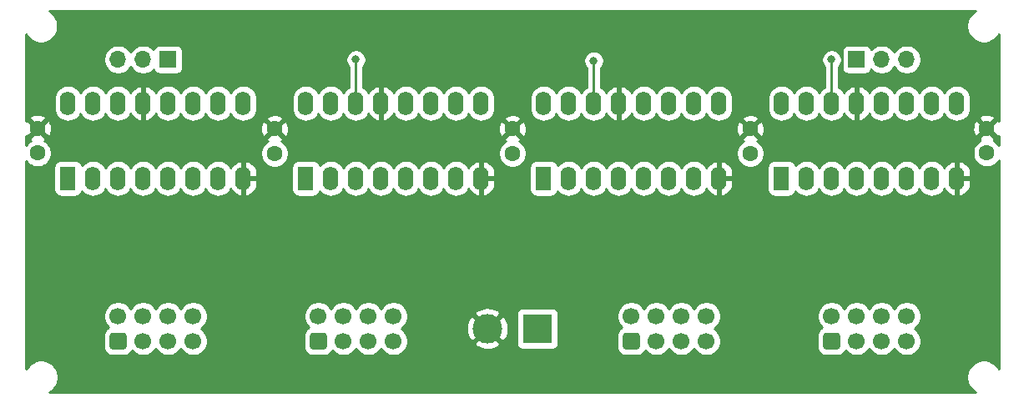
<source format=gbr>
%TF.GenerationSoftware,KiCad,Pcbnew,(5.1.7-0-10_14)*%
%TF.CreationDate,2020-10-19T14:39:56+02:00*%
%TF.ProjectId,32Bit shift register,33324269-7420-4736-9869-667420726567,rev?*%
%TF.SameCoordinates,Original*%
%TF.FileFunction,Copper,L2,Bot*%
%TF.FilePolarity,Positive*%
%FSLAX46Y46*%
G04 Gerber Fmt 4.6, Leading zero omitted, Abs format (unit mm)*
G04 Created by KiCad (PCBNEW (5.1.7-0-10_14)) date 2020-10-19 14:39:56*
%MOMM*%
%LPD*%
G01*
G04 APERTURE LIST*
%TA.AperFunction,ComponentPad*%
%ADD10R,3.000000X3.000000*%
%TD*%
%TA.AperFunction,ComponentPad*%
%ADD11C,3.000000*%
%TD*%
%TA.AperFunction,ComponentPad*%
%ADD12O,1.700000X1.700000*%
%TD*%
%TA.AperFunction,ComponentPad*%
%ADD13R,1.700000X1.700000*%
%TD*%
%TA.AperFunction,ComponentPad*%
%ADD14O,1.600000X2.400000*%
%TD*%
%TA.AperFunction,ComponentPad*%
%ADD15R,1.600000X2.400000*%
%TD*%
%TA.AperFunction,ComponentPad*%
%ADD16C,1.700000*%
%TD*%
%TA.AperFunction,ComponentPad*%
%ADD17C,1.600000*%
%TD*%
%TA.AperFunction,ViaPad*%
%ADD18C,0.800000*%
%TD*%
%TA.AperFunction,Conductor*%
%ADD19C,0.250000*%
%TD*%
%TA.AperFunction,Conductor*%
%ADD20C,0.254000*%
%TD*%
%TA.AperFunction,Conductor*%
%ADD21C,0.100000*%
%TD*%
G04 APERTURE END LIST*
D10*
%TO.P,J7,1*%
%TO.N,VCC*%
X108585000Y-72390000D03*
D11*
%TO.P,J7,2*%
%TO.N,GND*%
X103505000Y-72390000D03*
%TD*%
D12*
%TO.P,J2,3*%
%TO.N,/DIN*%
X66040000Y-45085000D03*
%TO.P,J2,2*%
%TO.N,/WCK*%
X68580000Y-45085000D03*
D13*
%TO.P,J2,1*%
%TO.N,/BCK*%
X71120000Y-45085000D03*
%TD*%
D12*
%TO.P,J4,3*%
%TO.N,/DOUT*%
X146050000Y-45085000D03*
%TO.P,J4,2*%
%TO.N,/WCK*%
X143510000Y-45085000D03*
D13*
%TO.P,J4,1*%
%TO.N,/BCK*%
X140970000Y-45085000D03*
%TD*%
D14*
%TO.P,U4,16*%
%TO.N,VCC*%
X133350000Y-49530000D03*
%TO.P,U4,8*%
%TO.N,GND*%
X151130000Y-57150000D03*
%TO.P,U4,15*%
%TO.N,Net-(R25-Pad2)*%
X135890000Y-49530000D03*
%TO.P,U4,7*%
%TO.N,Net-(R32-Pad2)*%
X148590000Y-57150000D03*
%TO.P,U4,14*%
%TO.N,Net-(U3-Pad9)*%
X138430000Y-49530000D03*
%TO.P,U4,6*%
%TO.N,Net-(R31-Pad2)*%
X146050000Y-57150000D03*
%TO.P,U4,13*%
%TO.N,GND*%
X140970000Y-49530000D03*
%TO.P,U4,5*%
%TO.N,Net-(R30-Pad2)*%
X143510000Y-57150000D03*
%TO.P,U4,12*%
%TO.N,/WCK*%
X143510000Y-49530000D03*
%TO.P,U4,4*%
%TO.N,Net-(R29-Pad2)*%
X140970000Y-57150000D03*
%TO.P,U4,11*%
%TO.N,/BCK*%
X146050000Y-49530000D03*
%TO.P,U4,3*%
%TO.N,Net-(R28-Pad2)*%
X138430000Y-57150000D03*
%TO.P,U4,10*%
%TO.N,VCC*%
X148590000Y-49530000D03*
%TO.P,U4,2*%
%TO.N,Net-(R27-Pad2)*%
X135890000Y-57150000D03*
%TO.P,U4,9*%
%TO.N,/DOUT*%
X151130000Y-49530000D03*
D15*
%TO.P,U4,1*%
%TO.N,Net-(R26-Pad2)*%
X133350000Y-57150000D03*
%TD*%
D14*
%TO.P,U3,16*%
%TO.N,VCC*%
X109220000Y-49530000D03*
%TO.P,U3,8*%
%TO.N,GND*%
X127000000Y-57150000D03*
%TO.P,U3,15*%
%TO.N,Net-(R17-Pad2)*%
X111760000Y-49530000D03*
%TO.P,U3,7*%
%TO.N,Net-(R24-Pad2)*%
X124460000Y-57150000D03*
%TO.P,U3,14*%
%TO.N,Net-(U2-Pad9)*%
X114300000Y-49530000D03*
%TO.P,U3,6*%
%TO.N,Net-(R23-Pad2)*%
X121920000Y-57150000D03*
%TO.P,U3,13*%
%TO.N,GND*%
X116840000Y-49530000D03*
%TO.P,U3,5*%
%TO.N,Net-(R22-Pad2)*%
X119380000Y-57150000D03*
%TO.P,U3,12*%
%TO.N,/WCK*%
X119380000Y-49530000D03*
%TO.P,U3,4*%
%TO.N,Net-(R21-Pad2)*%
X116840000Y-57150000D03*
%TO.P,U3,11*%
%TO.N,/BCK*%
X121920000Y-49530000D03*
%TO.P,U3,3*%
%TO.N,Net-(R20-Pad2)*%
X114300000Y-57150000D03*
%TO.P,U3,10*%
%TO.N,VCC*%
X124460000Y-49530000D03*
%TO.P,U3,2*%
%TO.N,Net-(R19-Pad2)*%
X111760000Y-57150000D03*
%TO.P,U3,9*%
%TO.N,Net-(U3-Pad9)*%
X127000000Y-49530000D03*
D15*
%TO.P,U3,1*%
%TO.N,Net-(R18-Pad2)*%
X109220000Y-57150000D03*
%TD*%
D14*
%TO.P,U2,16*%
%TO.N,VCC*%
X85090000Y-49530000D03*
%TO.P,U2,8*%
%TO.N,GND*%
X102870000Y-57150000D03*
%TO.P,U2,15*%
%TO.N,Net-(R9-Pad2)*%
X87630000Y-49530000D03*
%TO.P,U2,7*%
%TO.N,Net-(R16-Pad2)*%
X100330000Y-57150000D03*
%TO.P,U2,14*%
%TO.N,Net-(U1-Pad9)*%
X90170000Y-49530000D03*
%TO.P,U2,6*%
%TO.N,Net-(R15-Pad2)*%
X97790000Y-57150000D03*
%TO.P,U2,13*%
%TO.N,GND*%
X92710000Y-49530000D03*
%TO.P,U2,5*%
%TO.N,Net-(R14-Pad2)*%
X95250000Y-57150000D03*
%TO.P,U2,12*%
%TO.N,/WCK*%
X95250000Y-49530000D03*
%TO.P,U2,4*%
%TO.N,Net-(R13-Pad2)*%
X92710000Y-57150000D03*
%TO.P,U2,11*%
%TO.N,/BCK*%
X97790000Y-49530000D03*
%TO.P,U2,3*%
%TO.N,Net-(R12-Pad2)*%
X90170000Y-57150000D03*
%TO.P,U2,10*%
%TO.N,VCC*%
X100330000Y-49530000D03*
%TO.P,U2,2*%
%TO.N,Net-(R11-Pad2)*%
X87630000Y-57150000D03*
%TO.P,U2,9*%
%TO.N,Net-(U2-Pad9)*%
X102870000Y-49530000D03*
D15*
%TO.P,U2,1*%
%TO.N,Net-(R10-Pad2)*%
X85090000Y-57150000D03*
%TD*%
D14*
%TO.P,U1,16*%
%TO.N,VCC*%
X60960000Y-49530000D03*
%TO.P,U1,8*%
%TO.N,GND*%
X78740000Y-57150000D03*
%TO.P,U1,15*%
%TO.N,Net-(R1-Pad2)*%
X63500000Y-49530000D03*
%TO.P,U1,7*%
%TO.N,Net-(R8-Pad2)*%
X76200000Y-57150000D03*
%TO.P,U1,14*%
%TO.N,/DIN*%
X66040000Y-49530000D03*
%TO.P,U1,6*%
%TO.N,Net-(R7-Pad2)*%
X73660000Y-57150000D03*
%TO.P,U1,13*%
%TO.N,GND*%
X68580000Y-49530000D03*
%TO.P,U1,5*%
%TO.N,Net-(R6-Pad2)*%
X71120000Y-57150000D03*
%TO.P,U1,12*%
%TO.N,/WCK*%
X71120000Y-49530000D03*
%TO.P,U1,4*%
%TO.N,Net-(R5-Pad2)*%
X68580000Y-57150000D03*
%TO.P,U1,11*%
%TO.N,/BCK*%
X73660000Y-49530000D03*
%TO.P,U1,3*%
%TO.N,Net-(R4-Pad2)*%
X66040000Y-57150000D03*
%TO.P,U1,10*%
%TO.N,VCC*%
X76200000Y-49530000D03*
%TO.P,U1,2*%
%TO.N,Net-(R3-Pad2)*%
X63500000Y-57150000D03*
%TO.P,U1,9*%
%TO.N,Net-(U1-Pad9)*%
X78740000Y-49530000D03*
D15*
%TO.P,U1,1*%
%TO.N,Net-(R2-Pad2)*%
X60960000Y-57150000D03*
%TD*%
%TO.P,J6,1*%
%TO.N,Net-(J6-Pad1)*%
%TA.AperFunction,ComponentPad*%
G36*
G01*
X139030000Y-74510000D02*
X137830000Y-74510000D01*
G75*
G02*
X137580000Y-74260000I0J250000D01*
G01*
X137580000Y-73060000D01*
G75*
G02*
X137830000Y-72810000I250000J0D01*
G01*
X139030000Y-72810000D01*
G75*
G02*
X139280000Y-73060000I0J-250000D01*
G01*
X139280000Y-74260000D01*
G75*
G02*
X139030000Y-74510000I-250000J0D01*
G01*
G37*
%TD.AperFunction*%
D16*
%TO.P,J6,3*%
%TO.N,Net-(J6-Pad3)*%
X140970000Y-73660000D03*
%TO.P,J6,5*%
%TO.N,Net-(J6-Pad5)*%
X143510000Y-73660000D03*
%TO.P,J6,7*%
%TO.N,Net-(J6-Pad7)*%
X146050000Y-73660000D03*
%TO.P,J6,2*%
%TO.N,Net-(J6-Pad2)*%
X138430000Y-71120000D03*
%TO.P,J6,4*%
%TO.N,Net-(J6-Pad4)*%
X140970000Y-71120000D03*
%TO.P,J6,6*%
%TO.N,Net-(J6-Pad6)*%
X143510000Y-71120000D03*
%TO.P,J6,8*%
%TO.N,Net-(J6-Pad8)*%
X146050000Y-71120000D03*
%TD*%
%TO.P,J5,1*%
%TO.N,Net-(J5-Pad1)*%
%TA.AperFunction,ComponentPad*%
G36*
G01*
X118710000Y-74510000D02*
X117510000Y-74510000D01*
G75*
G02*
X117260000Y-74260000I0J250000D01*
G01*
X117260000Y-73060000D01*
G75*
G02*
X117510000Y-72810000I250000J0D01*
G01*
X118710000Y-72810000D01*
G75*
G02*
X118960000Y-73060000I0J-250000D01*
G01*
X118960000Y-74260000D01*
G75*
G02*
X118710000Y-74510000I-250000J0D01*
G01*
G37*
%TD.AperFunction*%
%TO.P,J5,3*%
%TO.N,Net-(J5-Pad3)*%
X120650000Y-73660000D03*
%TO.P,J5,5*%
%TO.N,Net-(J5-Pad5)*%
X123190000Y-73660000D03*
%TO.P,J5,7*%
%TO.N,Net-(J5-Pad7)*%
X125730000Y-73660000D03*
%TO.P,J5,2*%
%TO.N,Net-(J5-Pad2)*%
X118110000Y-71120000D03*
%TO.P,J5,4*%
%TO.N,Net-(J5-Pad4)*%
X120650000Y-71120000D03*
%TO.P,J5,6*%
%TO.N,Net-(J5-Pad6)*%
X123190000Y-71120000D03*
%TO.P,J5,8*%
%TO.N,Net-(J5-Pad8)*%
X125730000Y-71120000D03*
%TD*%
%TO.P,J3,8*%
%TO.N,Net-(J3-Pad8)*%
X93980000Y-71120000D03*
%TO.P,J3,6*%
%TO.N,Net-(J3-Pad6)*%
X91440000Y-71120000D03*
%TO.P,J3,4*%
%TO.N,Net-(J3-Pad4)*%
X88900000Y-71120000D03*
%TO.P,J3,2*%
%TO.N,Net-(J3-Pad2)*%
X86360000Y-71120000D03*
%TO.P,J3,7*%
%TO.N,Net-(J3-Pad7)*%
X93980000Y-73660000D03*
%TO.P,J3,5*%
%TO.N,Net-(J3-Pad5)*%
X91440000Y-73660000D03*
%TO.P,J3,3*%
%TO.N,Net-(J3-Pad3)*%
X88900000Y-73660000D03*
%TO.P,J3,1*%
%TO.N,Net-(J3-Pad1)*%
%TA.AperFunction,ComponentPad*%
G36*
G01*
X86960000Y-74510000D02*
X85760000Y-74510000D01*
G75*
G02*
X85510000Y-74260000I0J250000D01*
G01*
X85510000Y-73060000D01*
G75*
G02*
X85760000Y-72810000I250000J0D01*
G01*
X86960000Y-72810000D01*
G75*
G02*
X87210000Y-73060000I0J-250000D01*
G01*
X87210000Y-74260000D01*
G75*
G02*
X86960000Y-74510000I-250000J0D01*
G01*
G37*
%TD.AperFunction*%
%TD*%
%TO.P,J1,8*%
%TO.N,Net-(J1-Pad8)*%
X73660000Y-71120000D03*
%TO.P,J1,6*%
%TO.N,Net-(J1-Pad6)*%
X71120000Y-71120000D03*
%TO.P,J1,4*%
%TO.N,Net-(J1-Pad4)*%
X68580000Y-71120000D03*
%TO.P,J1,2*%
%TO.N,Net-(J1-Pad2)*%
X66040000Y-71120000D03*
%TO.P,J1,7*%
%TO.N,Net-(J1-Pad7)*%
X73660000Y-73660000D03*
%TO.P,J1,5*%
%TO.N,Net-(J1-Pad5)*%
X71120000Y-73660000D03*
%TO.P,J1,3*%
%TO.N,Net-(J1-Pad3)*%
X68580000Y-73660000D03*
%TO.P,J1,1*%
%TO.N,Net-(J1-Pad1)*%
%TA.AperFunction,ComponentPad*%
G36*
G01*
X66640000Y-74510000D02*
X65440000Y-74510000D01*
G75*
G02*
X65190000Y-74260000I0J250000D01*
G01*
X65190000Y-73060000D01*
G75*
G02*
X65440000Y-72810000I250000J0D01*
G01*
X66640000Y-72810000D01*
G75*
G02*
X66890000Y-73060000I0J-250000D01*
G01*
X66890000Y-74260000D01*
G75*
G02*
X66640000Y-74510000I-250000J0D01*
G01*
G37*
%TD.AperFunction*%
%TD*%
D17*
%TO.P,C5,2*%
%TO.N,GND*%
X154178000Y-52070000D03*
%TO.P,C5,1*%
%TO.N,VCC*%
X154178000Y-54570000D03*
%TD*%
%TO.P,C4,2*%
%TO.N,GND*%
X130175000Y-52110000D03*
%TO.P,C4,1*%
%TO.N,VCC*%
X130175000Y-54610000D03*
%TD*%
%TO.P,C3,2*%
%TO.N,GND*%
X106045000Y-52110000D03*
%TO.P,C3,1*%
%TO.N,VCC*%
X106045000Y-54610000D03*
%TD*%
%TO.P,C2,1*%
%TO.N,VCC*%
X81915000Y-54610000D03*
%TO.P,C2,2*%
%TO.N,GND*%
X81915000Y-52110000D03*
%TD*%
%TO.P,C1,2*%
%TO.N,GND*%
X57873900Y-52070000D03*
%TO.P,C1,1*%
%TO.N,VCC*%
X57873900Y-54570000D03*
%TD*%
D18*
%TO.N,GND*%
X75000000Y-43400000D03*
X75000000Y-47200000D03*
X62484000Y-47180500D03*
X77300000Y-43400000D03*
X77300000Y-47200000D03*
X99187000Y-43497500D03*
X99200000Y-47100000D03*
X101500000Y-47100000D03*
X123100000Y-47300000D03*
X125700000Y-47300000D03*
X150939500Y-46228000D03*
X101500000Y-43400000D03*
X123317000Y-43434000D03*
X125666500Y-43497500D03*
X148971000Y-43497500D03*
X138430000Y-43434000D03*
X114300000Y-43400000D03*
X90170000Y-43500000D03*
X64770000Y-43434000D03*
X113030000Y-72517000D03*
X134620000Y-72517000D03*
X77470000Y-72390000D03*
X62039500Y-72199500D03*
X83629500Y-72453500D03*
X96700000Y-72500000D03*
X128000000Y-72500000D03*
X149479000Y-72263000D03*
X151765000Y-66103500D03*
X131889500Y-65900000D03*
X128500000Y-65800000D03*
X107600000Y-65800000D03*
X104200000Y-65800000D03*
X83800000Y-65800000D03*
X79900000Y-65900000D03*
X59690000Y-65900000D03*
X57900000Y-47200000D03*
X154700000Y-47000000D03*
X154300000Y-72200000D03*
X57700000Y-72200000D03*
X148844000Y-78359000D03*
X130048000Y-78359000D03*
X106045000Y-78359000D03*
X81915000Y-78359000D03*
X62103000Y-78359000D03*
X76200000Y-40449500D03*
X124460000Y-40449500D03*
X100330000Y-40449500D03*
X149225000Y-40449500D03*
X60960000Y-41211500D03*
%TO.N,Net-(U1-Pad9)*%
X90170000Y-45085000D03*
%TO.N,Net-(U2-Pad9)*%
X114300000Y-45212000D03*
%TO.N,Net-(U3-Pad9)*%
X138430000Y-45085000D03*
%TD*%
D19*
%TO.N,Net-(U1-Pad9)*%
X90170000Y-45085000D02*
X90170000Y-49530000D01*
%TO.N,Net-(U2-Pad9)*%
X114300000Y-45212000D02*
X114300000Y-49657000D01*
%TO.N,Net-(U3-Pad9)*%
X138430000Y-45085000D02*
X138430000Y-49530000D01*
%TD*%
D20*
%TO.N,GND*%
X153028169Y-40162463D02*
X152744002Y-40352337D01*
X152502337Y-40594002D01*
X152312463Y-40878169D01*
X152181675Y-41193919D01*
X152115000Y-41529117D01*
X152115000Y-41870883D01*
X152181675Y-42206081D01*
X152312463Y-42521831D01*
X152502337Y-42805998D01*
X152744002Y-43047663D01*
X153028169Y-43237537D01*
X153343919Y-43368325D01*
X153679117Y-43435000D01*
X154020883Y-43435000D01*
X154356081Y-43368325D01*
X154671831Y-43237537D01*
X154955998Y-43047663D01*
X155197663Y-42805998D01*
X155387537Y-42521831D01*
X155390001Y-42515883D01*
X155390001Y-51321247D01*
X155170702Y-51256903D01*
X154357605Y-52070000D01*
X155170702Y-52883097D01*
X155390001Y-52818753D01*
X155390001Y-53800956D01*
X155292637Y-53655241D01*
X155092759Y-53455363D01*
X154892131Y-53321308D01*
X154919514Y-53306671D01*
X154991097Y-53062702D01*
X154178000Y-52249605D01*
X153364903Y-53062702D01*
X153436486Y-53306671D01*
X153465341Y-53320324D01*
X153263241Y-53455363D01*
X153063363Y-53655241D01*
X152906320Y-53890273D01*
X152798147Y-54151426D01*
X152743000Y-54428665D01*
X152743000Y-54711335D01*
X152798147Y-54988574D01*
X152906320Y-55249727D01*
X153063363Y-55484759D01*
X153263241Y-55684637D01*
X153498273Y-55841680D01*
X153759426Y-55949853D01*
X154036665Y-56005000D01*
X154319335Y-56005000D01*
X154596574Y-55949853D01*
X154857727Y-55841680D01*
X155092759Y-55684637D01*
X155292637Y-55484759D01*
X155390001Y-55339044D01*
X155390000Y-76484115D01*
X155387537Y-76478169D01*
X155197663Y-76194002D01*
X154955998Y-75952337D01*
X154671831Y-75762463D01*
X154356081Y-75631675D01*
X154020883Y-75565000D01*
X153679117Y-75565000D01*
X153343919Y-75631675D01*
X153028169Y-75762463D01*
X152744002Y-75952337D01*
X152502337Y-76194002D01*
X152312463Y-76478169D01*
X152181675Y-76793919D01*
X152115000Y-77129117D01*
X152115000Y-77470883D01*
X152181675Y-77806081D01*
X152312463Y-78121831D01*
X152502337Y-78405998D01*
X152744002Y-78647663D01*
X153028169Y-78837537D01*
X153034115Y-78840000D01*
X59065885Y-78840000D01*
X59071831Y-78837537D01*
X59355998Y-78647663D01*
X59597663Y-78405998D01*
X59787537Y-78121831D01*
X59918325Y-77806081D01*
X59985000Y-77470883D01*
X59985000Y-77129117D01*
X59918325Y-76793919D01*
X59787537Y-76478169D01*
X59597663Y-76194002D01*
X59355998Y-75952337D01*
X59071831Y-75762463D01*
X58756081Y-75631675D01*
X58420883Y-75565000D01*
X58079117Y-75565000D01*
X57743919Y-75631675D01*
X57428169Y-75762463D01*
X57144002Y-75952337D01*
X56902337Y-76194002D01*
X56712463Y-76478169D01*
X56706242Y-76493188D01*
X56701951Y-73060000D01*
X64551928Y-73060000D01*
X64551928Y-74260000D01*
X64568992Y-74433254D01*
X64619528Y-74599850D01*
X64701595Y-74753386D01*
X64812038Y-74887962D01*
X64946614Y-74998405D01*
X65100150Y-75080472D01*
X65266746Y-75131008D01*
X65440000Y-75148072D01*
X66640000Y-75148072D01*
X66813254Y-75131008D01*
X66979850Y-75080472D01*
X67133386Y-74998405D01*
X67267962Y-74887962D01*
X67378405Y-74753386D01*
X67446285Y-74626392D01*
X67633368Y-74813475D01*
X67876589Y-74975990D01*
X68146842Y-75087932D01*
X68433740Y-75145000D01*
X68726260Y-75145000D01*
X69013158Y-75087932D01*
X69283411Y-74975990D01*
X69526632Y-74813475D01*
X69733475Y-74606632D01*
X69850000Y-74432240D01*
X69966525Y-74606632D01*
X70173368Y-74813475D01*
X70416589Y-74975990D01*
X70686842Y-75087932D01*
X70973740Y-75145000D01*
X71266260Y-75145000D01*
X71553158Y-75087932D01*
X71823411Y-74975990D01*
X72066632Y-74813475D01*
X72273475Y-74606632D01*
X72390000Y-74432240D01*
X72506525Y-74606632D01*
X72713368Y-74813475D01*
X72956589Y-74975990D01*
X73226842Y-75087932D01*
X73513740Y-75145000D01*
X73806260Y-75145000D01*
X74093158Y-75087932D01*
X74363411Y-74975990D01*
X74606632Y-74813475D01*
X74813475Y-74606632D01*
X74975990Y-74363411D01*
X75087932Y-74093158D01*
X75145000Y-73806260D01*
X75145000Y-73513740D01*
X75087932Y-73226842D01*
X75018825Y-73060000D01*
X84871928Y-73060000D01*
X84871928Y-74260000D01*
X84888992Y-74433254D01*
X84939528Y-74599850D01*
X85021595Y-74753386D01*
X85132038Y-74887962D01*
X85266614Y-74998405D01*
X85420150Y-75080472D01*
X85586746Y-75131008D01*
X85760000Y-75148072D01*
X86960000Y-75148072D01*
X87133254Y-75131008D01*
X87299850Y-75080472D01*
X87453386Y-74998405D01*
X87587962Y-74887962D01*
X87698405Y-74753386D01*
X87766285Y-74626392D01*
X87953368Y-74813475D01*
X88196589Y-74975990D01*
X88466842Y-75087932D01*
X88753740Y-75145000D01*
X89046260Y-75145000D01*
X89333158Y-75087932D01*
X89603411Y-74975990D01*
X89846632Y-74813475D01*
X90053475Y-74606632D01*
X90170000Y-74432240D01*
X90286525Y-74606632D01*
X90493368Y-74813475D01*
X90736589Y-74975990D01*
X91006842Y-75087932D01*
X91293740Y-75145000D01*
X91586260Y-75145000D01*
X91873158Y-75087932D01*
X92143411Y-74975990D01*
X92386632Y-74813475D01*
X92593475Y-74606632D01*
X92710000Y-74432240D01*
X92826525Y-74606632D01*
X93033368Y-74813475D01*
X93276589Y-74975990D01*
X93546842Y-75087932D01*
X93833740Y-75145000D01*
X94126260Y-75145000D01*
X94413158Y-75087932D01*
X94683411Y-74975990D01*
X94926632Y-74813475D01*
X95133475Y-74606632D01*
X95295990Y-74363411D01*
X95407932Y-74093158D01*
X95450003Y-73881653D01*
X102192952Y-73881653D01*
X102348962Y-74197214D01*
X102723745Y-74388020D01*
X103128551Y-74502044D01*
X103547824Y-74534902D01*
X103965451Y-74485334D01*
X104365383Y-74355243D01*
X104661038Y-74197214D01*
X104817048Y-73881653D01*
X103505000Y-72569605D01*
X102192952Y-73881653D01*
X95450003Y-73881653D01*
X95465000Y-73806260D01*
X95465000Y-73513740D01*
X95407932Y-73226842D01*
X95295990Y-72956589D01*
X95133475Y-72713368D01*
X94926632Y-72506525D01*
X94816331Y-72432824D01*
X101360098Y-72432824D01*
X101409666Y-72850451D01*
X101539757Y-73250383D01*
X101697786Y-73546038D01*
X102013347Y-73702048D01*
X103325395Y-72390000D01*
X103684605Y-72390000D01*
X104996653Y-73702048D01*
X105312214Y-73546038D01*
X105503020Y-73171255D01*
X105617044Y-72766449D01*
X105649902Y-72347176D01*
X105600334Y-71929549D01*
X105470243Y-71529617D01*
X105312214Y-71233962D01*
X104996653Y-71077952D01*
X103684605Y-72390000D01*
X103325395Y-72390000D01*
X102013347Y-71077952D01*
X101697786Y-71233962D01*
X101506980Y-71608745D01*
X101392956Y-72013551D01*
X101360098Y-72432824D01*
X94816331Y-72432824D01*
X94752240Y-72390000D01*
X94926632Y-72273475D01*
X95133475Y-72066632D01*
X95295990Y-71823411D01*
X95407932Y-71553158D01*
X95465000Y-71266260D01*
X95465000Y-70973740D01*
X95450004Y-70898347D01*
X102192952Y-70898347D01*
X103505000Y-72210395D01*
X104817048Y-70898347D01*
X104812922Y-70890000D01*
X106446928Y-70890000D01*
X106446928Y-73890000D01*
X106459188Y-74014482D01*
X106495498Y-74134180D01*
X106554463Y-74244494D01*
X106633815Y-74341185D01*
X106730506Y-74420537D01*
X106840820Y-74479502D01*
X106960518Y-74515812D01*
X107085000Y-74528072D01*
X110085000Y-74528072D01*
X110209482Y-74515812D01*
X110329180Y-74479502D01*
X110439494Y-74420537D01*
X110536185Y-74341185D01*
X110615537Y-74244494D01*
X110674502Y-74134180D01*
X110710812Y-74014482D01*
X110723072Y-73890000D01*
X110723072Y-73060000D01*
X116621928Y-73060000D01*
X116621928Y-74260000D01*
X116638992Y-74433254D01*
X116689528Y-74599850D01*
X116771595Y-74753386D01*
X116882038Y-74887962D01*
X117016614Y-74998405D01*
X117170150Y-75080472D01*
X117336746Y-75131008D01*
X117510000Y-75148072D01*
X118710000Y-75148072D01*
X118883254Y-75131008D01*
X119049850Y-75080472D01*
X119203386Y-74998405D01*
X119337962Y-74887962D01*
X119448405Y-74753386D01*
X119516285Y-74626392D01*
X119703368Y-74813475D01*
X119946589Y-74975990D01*
X120216842Y-75087932D01*
X120503740Y-75145000D01*
X120796260Y-75145000D01*
X121083158Y-75087932D01*
X121353411Y-74975990D01*
X121596632Y-74813475D01*
X121803475Y-74606632D01*
X121920000Y-74432240D01*
X122036525Y-74606632D01*
X122243368Y-74813475D01*
X122486589Y-74975990D01*
X122756842Y-75087932D01*
X123043740Y-75145000D01*
X123336260Y-75145000D01*
X123623158Y-75087932D01*
X123893411Y-74975990D01*
X124136632Y-74813475D01*
X124343475Y-74606632D01*
X124460000Y-74432240D01*
X124576525Y-74606632D01*
X124783368Y-74813475D01*
X125026589Y-74975990D01*
X125296842Y-75087932D01*
X125583740Y-75145000D01*
X125876260Y-75145000D01*
X126163158Y-75087932D01*
X126433411Y-74975990D01*
X126676632Y-74813475D01*
X126883475Y-74606632D01*
X127045990Y-74363411D01*
X127157932Y-74093158D01*
X127215000Y-73806260D01*
X127215000Y-73513740D01*
X127157932Y-73226842D01*
X127088825Y-73060000D01*
X136941928Y-73060000D01*
X136941928Y-74260000D01*
X136958992Y-74433254D01*
X137009528Y-74599850D01*
X137091595Y-74753386D01*
X137202038Y-74887962D01*
X137336614Y-74998405D01*
X137490150Y-75080472D01*
X137656746Y-75131008D01*
X137830000Y-75148072D01*
X139030000Y-75148072D01*
X139203254Y-75131008D01*
X139369850Y-75080472D01*
X139523386Y-74998405D01*
X139657962Y-74887962D01*
X139768405Y-74753386D01*
X139836285Y-74626392D01*
X140023368Y-74813475D01*
X140266589Y-74975990D01*
X140536842Y-75087932D01*
X140823740Y-75145000D01*
X141116260Y-75145000D01*
X141403158Y-75087932D01*
X141673411Y-74975990D01*
X141916632Y-74813475D01*
X142123475Y-74606632D01*
X142240000Y-74432240D01*
X142356525Y-74606632D01*
X142563368Y-74813475D01*
X142806589Y-74975990D01*
X143076842Y-75087932D01*
X143363740Y-75145000D01*
X143656260Y-75145000D01*
X143943158Y-75087932D01*
X144213411Y-74975990D01*
X144456632Y-74813475D01*
X144663475Y-74606632D01*
X144780000Y-74432240D01*
X144896525Y-74606632D01*
X145103368Y-74813475D01*
X145346589Y-74975990D01*
X145616842Y-75087932D01*
X145903740Y-75145000D01*
X146196260Y-75145000D01*
X146483158Y-75087932D01*
X146753411Y-74975990D01*
X146996632Y-74813475D01*
X147203475Y-74606632D01*
X147365990Y-74363411D01*
X147477932Y-74093158D01*
X147535000Y-73806260D01*
X147535000Y-73513740D01*
X147477932Y-73226842D01*
X147365990Y-72956589D01*
X147203475Y-72713368D01*
X146996632Y-72506525D01*
X146822240Y-72390000D01*
X146996632Y-72273475D01*
X147203475Y-72066632D01*
X147365990Y-71823411D01*
X147477932Y-71553158D01*
X147535000Y-71266260D01*
X147535000Y-70973740D01*
X147477932Y-70686842D01*
X147365990Y-70416589D01*
X147203475Y-70173368D01*
X146996632Y-69966525D01*
X146753411Y-69804010D01*
X146483158Y-69692068D01*
X146196260Y-69635000D01*
X145903740Y-69635000D01*
X145616842Y-69692068D01*
X145346589Y-69804010D01*
X145103368Y-69966525D01*
X144896525Y-70173368D01*
X144780000Y-70347760D01*
X144663475Y-70173368D01*
X144456632Y-69966525D01*
X144213411Y-69804010D01*
X143943158Y-69692068D01*
X143656260Y-69635000D01*
X143363740Y-69635000D01*
X143076842Y-69692068D01*
X142806589Y-69804010D01*
X142563368Y-69966525D01*
X142356525Y-70173368D01*
X142240000Y-70347760D01*
X142123475Y-70173368D01*
X141916632Y-69966525D01*
X141673411Y-69804010D01*
X141403158Y-69692068D01*
X141116260Y-69635000D01*
X140823740Y-69635000D01*
X140536842Y-69692068D01*
X140266589Y-69804010D01*
X140023368Y-69966525D01*
X139816525Y-70173368D01*
X139700000Y-70347760D01*
X139583475Y-70173368D01*
X139376632Y-69966525D01*
X139133411Y-69804010D01*
X138863158Y-69692068D01*
X138576260Y-69635000D01*
X138283740Y-69635000D01*
X137996842Y-69692068D01*
X137726589Y-69804010D01*
X137483368Y-69966525D01*
X137276525Y-70173368D01*
X137114010Y-70416589D01*
X137002068Y-70686842D01*
X136945000Y-70973740D01*
X136945000Y-71266260D01*
X137002068Y-71553158D01*
X137114010Y-71823411D01*
X137276525Y-72066632D01*
X137463608Y-72253715D01*
X137336614Y-72321595D01*
X137202038Y-72432038D01*
X137091595Y-72566614D01*
X137009528Y-72720150D01*
X136958992Y-72886746D01*
X136941928Y-73060000D01*
X127088825Y-73060000D01*
X127045990Y-72956589D01*
X126883475Y-72713368D01*
X126676632Y-72506525D01*
X126502240Y-72390000D01*
X126676632Y-72273475D01*
X126883475Y-72066632D01*
X127045990Y-71823411D01*
X127157932Y-71553158D01*
X127215000Y-71266260D01*
X127215000Y-70973740D01*
X127157932Y-70686842D01*
X127045990Y-70416589D01*
X126883475Y-70173368D01*
X126676632Y-69966525D01*
X126433411Y-69804010D01*
X126163158Y-69692068D01*
X125876260Y-69635000D01*
X125583740Y-69635000D01*
X125296842Y-69692068D01*
X125026589Y-69804010D01*
X124783368Y-69966525D01*
X124576525Y-70173368D01*
X124460000Y-70347760D01*
X124343475Y-70173368D01*
X124136632Y-69966525D01*
X123893411Y-69804010D01*
X123623158Y-69692068D01*
X123336260Y-69635000D01*
X123043740Y-69635000D01*
X122756842Y-69692068D01*
X122486589Y-69804010D01*
X122243368Y-69966525D01*
X122036525Y-70173368D01*
X121920000Y-70347760D01*
X121803475Y-70173368D01*
X121596632Y-69966525D01*
X121353411Y-69804010D01*
X121083158Y-69692068D01*
X120796260Y-69635000D01*
X120503740Y-69635000D01*
X120216842Y-69692068D01*
X119946589Y-69804010D01*
X119703368Y-69966525D01*
X119496525Y-70173368D01*
X119380000Y-70347760D01*
X119263475Y-70173368D01*
X119056632Y-69966525D01*
X118813411Y-69804010D01*
X118543158Y-69692068D01*
X118256260Y-69635000D01*
X117963740Y-69635000D01*
X117676842Y-69692068D01*
X117406589Y-69804010D01*
X117163368Y-69966525D01*
X116956525Y-70173368D01*
X116794010Y-70416589D01*
X116682068Y-70686842D01*
X116625000Y-70973740D01*
X116625000Y-71266260D01*
X116682068Y-71553158D01*
X116794010Y-71823411D01*
X116956525Y-72066632D01*
X117143608Y-72253715D01*
X117016614Y-72321595D01*
X116882038Y-72432038D01*
X116771595Y-72566614D01*
X116689528Y-72720150D01*
X116638992Y-72886746D01*
X116621928Y-73060000D01*
X110723072Y-73060000D01*
X110723072Y-70890000D01*
X110710812Y-70765518D01*
X110674502Y-70645820D01*
X110615537Y-70535506D01*
X110536185Y-70438815D01*
X110439494Y-70359463D01*
X110329180Y-70300498D01*
X110209482Y-70264188D01*
X110085000Y-70251928D01*
X107085000Y-70251928D01*
X106960518Y-70264188D01*
X106840820Y-70300498D01*
X106730506Y-70359463D01*
X106633815Y-70438815D01*
X106554463Y-70535506D01*
X106495498Y-70645820D01*
X106459188Y-70765518D01*
X106446928Y-70890000D01*
X104812922Y-70890000D01*
X104661038Y-70582786D01*
X104286255Y-70391980D01*
X103881449Y-70277956D01*
X103462176Y-70245098D01*
X103044549Y-70294666D01*
X102644617Y-70424757D01*
X102348962Y-70582786D01*
X102192952Y-70898347D01*
X95450004Y-70898347D01*
X95407932Y-70686842D01*
X95295990Y-70416589D01*
X95133475Y-70173368D01*
X94926632Y-69966525D01*
X94683411Y-69804010D01*
X94413158Y-69692068D01*
X94126260Y-69635000D01*
X93833740Y-69635000D01*
X93546842Y-69692068D01*
X93276589Y-69804010D01*
X93033368Y-69966525D01*
X92826525Y-70173368D01*
X92710000Y-70347760D01*
X92593475Y-70173368D01*
X92386632Y-69966525D01*
X92143411Y-69804010D01*
X91873158Y-69692068D01*
X91586260Y-69635000D01*
X91293740Y-69635000D01*
X91006842Y-69692068D01*
X90736589Y-69804010D01*
X90493368Y-69966525D01*
X90286525Y-70173368D01*
X90170000Y-70347760D01*
X90053475Y-70173368D01*
X89846632Y-69966525D01*
X89603411Y-69804010D01*
X89333158Y-69692068D01*
X89046260Y-69635000D01*
X88753740Y-69635000D01*
X88466842Y-69692068D01*
X88196589Y-69804010D01*
X87953368Y-69966525D01*
X87746525Y-70173368D01*
X87630000Y-70347760D01*
X87513475Y-70173368D01*
X87306632Y-69966525D01*
X87063411Y-69804010D01*
X86793158Y-69692068D01*
X86506260Y-69635000D01*
X86213740Y-69635000D01*
X85926842Y-69692068D01*
X85656589Y-69804010D01*
X85413368Y-69966525D01*
X85206525Y-70173368D01*
X85044010Y-70416589D01*
X84932068Y-70686842D01*
X84875000Y-70973740D01*
X84875000Y-71266260D01*
X84932068Y-71553158D01*
X85044010Y-71823411D01*
X85206525Y-72066632D01*
X85393608Y-72253715D01*
X85266614Y-72321595D01*
X85132038Y-72432038D01*
X85021595Y-72566614D01*
X84939528Y-72720150D01*
X84888992Y-72886746D01*
X84871928Y-73060000D01*
X75018825Y-73060000D01*
X74975990Y-72956589D01*
X74813475Y-72713368D01*
X74606632Y-72506525D01*
X74432240Y-72390000D01*
X74606632Y-72273475D01*
X74813475Y-72066632D01*
X74975990Y-71823411D01*
X75087932Y-71553158D01*
X75145000Y-71266260D01*
X75145000Y-70973740D01*
X75087932Y-70686842D01*
X74975990Y-70416589D01*
X74813475Y-70173368D01*
X74606632Y-69966525D01*
X74363411Y-69804010D01*
X74093158Y-69692068D01*
X73806260Y-69635000D01*
X73513740Y-69635000D01*
X73226842Y-69692068D01*
X72956589Y-69804010D01*
X72713368Y-69966525D01*
X72506525Y-70173368D01*
X72390000Y-70347760D01*
X72273475Y-70173368D01*
X72066632Y-69966525D01*
X71823411Y-69804010D01*
X71553158Y-69692068D01*
X71266260Y-69635000D01*
X70973740Y-69635000D01*
X70686842Y-69692068D01*
X70416589Y-69804010D01*
X70173368Y-69966525D01*
X69966525Y-70173368D01*
X69850000Y-70347760D01*
X69733475Y-70173368D01*
X69526632Y-69966525D01*
X69283411Y-69804010D01*
X69013158Y-69692068D01*
X68726260Y-69635000D01*
X68433740Y-69635000D01*
X68146842Y-69692068D01*
X67876589Y-69804010D01*
X67633368Y-69966525D01*
X67426525Y-70173368D01*
X67310000Y-70347760D01*
X67193475Y-70173368D01*
X66986632Y-69966525D01*
X66743411Y-69804010D01*
X66473158Y-69692068D01*
X66186260Y-69635000D01*
X65893740Y-69635000D01*
X65606842Y-69692068D01*
X65336589Y-69804010D01*
X65093368Y-69966525D01*
X64886525Y-70173368D01*
X64724010Y-70416589D01*
X64612068Y-70686842D01*
X64555000Y-70973740D01*
X64555000Y-71266260D01*
X64612068Y-71553158D01*
X64724010Y-71823411D01*
X64886525Y-72066632D01*
X65073608Y-72253715D01*
X64946614Y-72321595D01*
X64812038Y-72432038D01*
X64701595Y-72566614D01*
X64619528Y-72720150D01*
X64568992Y-72886746D01*
X64551928Y-73060000D01*
X56701951Y-73060000D01*
X56679832Y-55365882D01*
X56759263Y-55484759D01*
X56959141Y-55684637D01*
X57194173Y-55841680D01*
X57455326Y-55949853D01*
X57732565Y-56005000D01*
X58015235Y-56005000D01*
X58291734Y-55950000D01*
X59521928Y-55950000D01*
X59521928Y-58350000D01*
X59534188Y-58474482D01*
X59570498Y-58594180D01*
X59629463Y-58704494D01*
X59708815Y-58801185D01*
X59805506Y-58880537D01*
X59915820Y-58939502D01*
X60035518Y-58975812D01*
X60160000Y-58988072D01*
X61760000Y-58988072D01*
X61884482Y-58975812D01*
X62004180Y-58939502D01*
X62114494Y-58880537D01*
X62211185Y-58801185D01*
X62290537Y-58704494D01*
X62349502Y-58594180D01*
X62385812Y-58474482D01*
X62387581Y-58456517D01*
X62480393Y-58569608D01*
X62698900Y-58748932D01*
X62948193Y-58882182D01*
X63218692Y-58964236D01*
X63500000Y-58991943D01*
X63781309Y-58964236D01*
X64051808Y-58882182D01*
X64301101Y-58748932D01*
X64519608Y-58569608D01*
X64698932Y-58351101D01*
X64770000Y-58218142D01*
X64841068Y-58351101D01*
X65020393Y-58569608D01*
X65238900Y-58748932D01*
X65488193Y-58882182D01*
X65758692Y-58964236D01*
X66040000Y-58991943D01*
X66321309Y-58964236D01*
X66591808Y-58882182D01*
X66841101Y-58748932D01*
X67059608Y-58569608D01*
X67238932Y-58351101D01*
X67310000Y-58218142D01*
X67381068Y-58351101D01*
X67560393Y-58569608D01*
X67778900Y-58748932D01*
X68028193Y-58882182D01*
X68298692Y-58964236D01*
X68580000Y-58991943D01*
X68861309Y-58964236D01*
X69131808Y-58882182D01*
X69381101Y-58748932D01*
X69599608Y-58569608D01*
X69778932Y-58351101D01*
X69850000Y-58218142D01*
X69921068Y-58351101D01*
X70100393Y-58569608D01*
X70318900Y-58748932D01*
X70568193Y-58882182D01*
X70838692Y-58964236D01*
X71120000Y-58991943D01*
X71401309Y-58964236D01*
X71671808Y-58882182D01*
X71921101Y-58748932D01*
X72139608Y-58569608D01*
X72318932Y-58351101D01*
X72390000Y-58218142D01*
X72461068Y-58351101D01*
X72640393Y-58569608D01*
X72858900Y-58748932D01*
X73108193Y-58882182D01*
X73378692Y-58964236D01*
X73660000Y-58991943D01*
X73941309Y-58964236D01*
X74211808Y-58882182D01*
X74461101Y-58748932D01*
X74679608Y-58569608D01*
X74858932Y-58351101D01*
X74930000Y-58218142D01*
X75001068Y-58351101D01*
X75180393Y-58569608D01*
X75398900Y-58748932D01*
X75648193Y-58882182D01*
X75918692Y-58964236D01*
X76200000Y-58991943D01*
X76481309Y-58964236D01*
X76751808Y-58882182D01*
X77001101Y-58748932D01*
X77219608Y-58569608D01*
X77398932Y-58351101D01*
X77467265Y-58223259D01*
X77617399Y-58452839D01*
X77815105Y-58654500D01*
X78048354Y-58813715D01*
X78308182Y-58924367D01*
X78390961Y-58941904D01*
X78613000Y-58819915D01*
X78613000Y-57277000D01*
X78867000Y-57277000D01*
X78867000Y-58819915D01*
X79089039Y-58941904D01*
X79171818Y-58924367D01*
X79431646Y-58813715D01*
X79664895Y-58654500D01*
X79862601Y-58452839D01*
X80017166Y-58216483D01*
X80122650Y-57954514D01*
X80175000Y-57677000D01*
X80175000Y-57277000D01*
X78867000Y-57277000D01*
X78613000Y-57277000D01*
X78593000Y-57277000D01*
X78593000Y-57023000D01*
X78613000Y-57023000D01*
X78613000Y-55480085D01*
X78867000Y-55480085D01*
X78867000Y-57023000D01*
X80175000Y-57023000D01*
X80175000Y-56623000D01*
X80122650Y-56345486D01*
X80017166Y-56083517D01*
X79862601Y-55847161D01*
X79664895Y-55645500D01*
X79431646Y-55486285D01*
X79171818Y-55375633D01*
X79089039Y-55358096D01*
X78867000Y-55480085D01*
X78613000Y-55480085D01*
X78390961Y-55358096D01*
X78308182Y-55375633D01*
X78048354Y-55486285D01*
X77815105Y-55645500D01*
X77617399Y-55847161D01*
X77467265Y-56076741D01*
X77398932Y-55948899D01*
X77219607Y-55730392D01*
X77001100Y-55551068D01*
X76751807Y-55417818D01*
X76481308Y-55335764D01*
X76200000Y-55308057D01*
X75918691Y-55335764D01*
X75648192Y-55417818D01*
X75398899Y-55551068D01*
X75180392Y-55730393D01*
X75001068Y-55948900D01*
X74930000Y-56081858D01*
X74858932Y-55948899D01*
X74679607Y-55730392D01*
X74461100Y-55551068D01*
X74211807Y-55417818D01*
X73941308Y-55335764D01*
X73660000Y-55308057D01*
X73378691Y-55335764D01*
X73108192Y-55417818D01*
X72858899Y-55551068D01*
X72640392Y-55730393D01*
X72461068Y-55948900D01*
X72390000Y-56081858D01*
X72318932Y-55948899D01*
X72139607Y-55730392D01*
X71921100Y-55551068D01*
X71671807Y-55417818D01*
X71401308Y-55335764D01*
X71120000Y-55308057D01*
X70838691Y-55335764D01*
X70568192Y-55417818D01*
X70318899Y-55551068D01*
X70100392Y-55730393D01*
X69921068Y-55948900D01*
X69850000Y-56081858D01*
X69778932Y-55948899D01*
X69599607Y-55730392D01*
X69381100Y-55551068D01*
X69131807Y-55417818D01*
X68861308Y-55335764D01*
X68580000Y-55308057D01*
X68298691Y-55335764D01*
X68028192Y-55417818D01*
X67778899Y-55551068D01*
X67560392Y-55730393D01*
X67381068Y-55948900D01*
X67310000Y-56081858D01*
X67238932Y-55948899D01*
X67059607Y-55730392D01*
X66841100Y-55551068D01*
X66591807Y-55417818D01*
X66321308Y-55335764D01*
X66040000Y-55308057D01*
X65758691Y-55335764D01*
X65488192Y-55417818D01*
X65238899Y-55551068D01*
X65020392Y-55730393D01*
X64841068Y-55948900D01*
X64770000Y-56081858D01*
X64698932Y-55948899D01*
X64519607Y-55730392D01*
X64301100Y-55551068D01*
X64051807Y-55417818D01*
X63781308Y-55335764D01*
X63500000Y-55308057D01*
X63218691Y-55335764D01*
X62948192Y-55417818D01*
X62698899Y-55551068D01*
X62480392Y-55730393D01*
X62387581Y-55843483D01*
X62385812Y-55825518D01*
X62349502Y-55705820D01*
X62290537Y-55595506D01*
X62211185Y-55498815D01*
X62114494Y-55419463D01*
X62004180Y-55360498D01*
X61884482Y-55324188D01*
X61760000Y-55311928D01*
X60160000Y-55311928D01*
X60035518Y-55324188D01*
X59915820Y-55360498D01*
X59805506Y-55419463D01*
X59708815Y-55498815D01*
X59629463Y-55595506D01*
X59570498Y-55705820D01*
X59534188Y-55825518D01*
X59521928Y-55950000D01*
X58291734Y-55950000D01*
X58292474Y-55949853D01*
X58553627Y-55841680D01*
X58788659Y-55684637D01*
X58988537Y-55484759D01*
X59145580Y-55249727D01*
X59253753Y-54988574D01*
X59308900Y-54711335D01*
X59308900Y-54468665D01*
X80480000Y-54468665D01*
X80480000Y-54751335D01*
X80535147Y-55028574D01*
X80643320Y-55289727D01*
X80800363Y-55524759D01*
X81000241Y-55724637D01*
X81235273Y-55881680D01*
X81496426Y-55989853D01*
X81773665Y-56045000D01*
X82056335Y-56045000D01*
X82333574Y-55989853D01*
X82429787Y-55950000D01*
X83651928Y-55950000D01*
X83651928Y-58350000D01*
X83664188Y-58474482D01*
X83700498Y-58594180D01*
X83759463Y-58704494D01*
X83838815Y-58801185D01*
X83935506Y-58880537D01*
X84045820Y-58939502D01*
X84165518Y-58975812D01*
X84290000Y-58988072D01*
X85890000Y-58988072D01*
X86014482Y-58975812D01*
X86134180Y-58939502D01*
X86244494Y-58880537D01*
X86341185Y-58801185D01*
X86420537Y-58704494D01*
X86479502Y-58594180D01*
X86515812Y-58474482D01*
X86517581Y-58456517D01*
X86610393Y-58569608D01*
X86828900Y-58748932D01*
X87078193Y-58882182D01*
X87348692Y-58964236D01*
X87630000Y-58991943D01*
X87911309Y-58964236D01*
X88181808Y-58882182D01*
X88431101Y-58748932D01*
X88649608Y-58569608D01*
X88828932Y-58351101D01*
X88900000Y-58218142D01*
X88971068Y-58351101D01*
X89150393Y-58569608D01*
X89368900Y-58748932D01*
X89618193Y-58882182D01*
X89888692Y-58964236D01*
X90170000Y-58991943D01*
X90451309Y-58964236D01*
X90721808Y-58882182D01*
X90971101Y-58748932D01*
X91189608Y-58569608D01*
X91368932Y-58351101D01*
X91440000Y-58218142D01*
X91511068Y-58351101D01*
X91690393Y-58569608D01*
X91908900Y-58748932D01*
X92158193Y-58882182D01*
X92428692Y-58964236D01*
X92710000Y-58991943D01*
X92991309Y-58964236D01*
X93261808Y-58882182D01*
X93511101Y-58748932D01*
X93729608Y-58569608D01*
X93908932Y-58351101D01*
X93980000Y-58218142D01*
X94051068Y-58351101D01*
X94230393Y-58569608D01*
X94448900Y-58748932D01*
X94698193Y-58882182D01*
X94968692Y-58964236D01*
X95250000Y-58991943D01*
X95531309Y-58964236D01*
X95801808Y-58882182D01*
X96051101Y-58748932D01*
X96269608Y-58569608D01*
X96448932Y-58351101D01*
X96520000Y-58218142D01*
X96591068Y-58351101D01*
X96770393Y-58569608D01*
X96988900Y-58748932D01*
X97238193Y-58882182D01*
X97508692Y-58964236D01*
X97790000Y-58991943D01*
X98071309Y-58964236D01*
X98341808Y-58882182D01*
X98591101Y-58748932D01*
X98809608Y-58569608D01*
X98988932Y-58351101D01*
X99060000Y-58218142D01*
X99131068Y-58351101D01*
X99310393Y-58569608D01*
X99528900Y-58748932D01*
X99778193Y-58882182D01*
X100048692Y-58964236D01*
X100330000Y-58991943D01*
X100611309Y-58964236D01*
X100881808Y-58882182D01*
X101131101Y-58748932D01*
X101349608Y-58569608D01*
X101528932Y-58351101D01*
X101597265Y-58223259D01*
X101747399Y-58452839D01*
X101945105Y-58654500D01*
X102178354Y-58813715D01*
X102438182Y-58924367D01*
X102520961Y-58941904D01*
X102743000Y-58819915D01*
X102743000Y-57277000D01*
X102997000Y-57277000D01*
X102997000Y-58819915D01*
X103219039Y-58941904D01*
X103301818Y-58924367D01*
X103561646Y-58813715D01*
X103794895Y-58654500D01*
X103992601Y-58452839D01*
X104147166Y-58216483D01*
X104252650Y-57954514D01*
X104305000Y-57677000D01*
X104305000Y-57277000D01*
X102997000Y-57277000D01*
X102743000Y-57277000D01*
X102723000Y-57277000D01*
X102723000Y-57023000D01*
X102743000Y-57023000D01*
X102743000Y-55480085D01*
X102997000Y-55480085D01*
X102997000Y-57023000D01*
X104305000Y-57023000D01*
X104305000Y-56623000D01*
X104252650Y-56345486D01*
X104147166Y-56083517D01*
X103992601Y-55847161D01*
X103794895Y-55645500D01*
X103561646Y-55486285D01*
X103301818Y-55375633D01*
X103219039Y-55358096D01*
X102997000Y-55480085D01*
X102743000Y-55480085D01*
X102520961Y-55358096D01*
X102438182Y-55375633D01*
X102178354Y-55486285D01*
X101945105Y-55645500D01*
X101747399Y-55847161D01*
X101597265Y-56076741D01*
X101528932Y-55948899D01*
X101349607Y-55730392D01*
X101131100Y-55551068D01*
X100881807Y-55417818D01*
X100611308Y-55335764D01*
X100330000Y-55308057D01*
X100048691Y-55335764D01*
X99778192Y-55417818D01*
X99528899Y-55551068D01*
X99310392Y-55730393D01*
X99131068Y-55948900D01*
X99060000Y-56081858D01*
X98988932Y-55948899D01*
X98809607Y-55730392D01*
X98591100Y-55551068D01*
X98341807Y-55417818D01*
X98071308Y-55335764D01*
X97790000Y-55308057D01*
X97508691Y-55335764D01*
X97238192Y-55417818D01*
X96988899Y-55551068D01*
X96770392Y-55730393D01*
X96591068Y-55948900D01*
X96520000Y-56081858D01*
X96448932Y-55948899D01*
X96269607Y-55730392D01*
X96051100Y-55551068D01*
X95801807Y-55417818D01*
X95531308Y-55335764D01*
X95250000Y-55308057D01*
X94968691Y-55335764D01*
X94698192Y-55417818D01*
X94448899Y-55551068D01*
X94230392Y-55730393D01*
X94051068Y-55948900D01*
X93980000Y-56081858D01*
X93908932Y-55948899D01*
X93729607Y-55730392D01*
X93511100Y-55551068D01*
X93261807Y-55417818D01*
X92991308Y-55335764D01*
X92710000Y-55308057D01*
X92428691Y-55335764D01*
X92158192Y-55417818D01*
X91908899Y-55551068D01*
X91690392Y-55730393D01*
X91511068Y-55948900D01*
X91440000Y-56081858D01*
X91368932Y-55948899D01*
X91189607Y-55730392D01*
X90971100Y-55551068D01*
X90721807Y-55417818D01*
X90451308Y-55335764D01*
X90170000Y-55308057D01*
X89888691Y-55335764D01*
X89618192Y-55417818D01*
X89368899Y-55551068D01*
X89150392Y-55730393D01*
X88971068Y-55948900D01*
X88900000Y-56081858D01*
X88828932Y-55948899D01*
X88649607Y-55730392D01*
X88431100Y-55551068D01*
X88181807Y-55417818D01*
X87911308Y-55335764D01*
X87630000Y-55308057D01*
X87348691Y-55335764D01*
X87078192Y-55417818D01*
X86828899Y-55551068D01*
X86610392Y-55730393D01*
X86517581Y-55843483D01*
X86515812Y-55825518D01*
X86479502Y-55705820D01*
X86420537Y-55595506D01*
X86341185Y-55498815D01*
X86244494Y-55419463D01*
X86134180Y-55360498D01*
X86014482Y-55324188D01*
X85890000Y-55311928D01*
X84290000Y-55311928D01*
X84165518Y-55324188D01*
X84045820Y-55360498D01*
X83935506Y-55419463D01*
X83838815Y-55498815D01*
X83759463Y-55595506D01*
X83700498Y-55705820D01*
X83664188Y-55825518D01*
X83651928Y-55950000D01*
X82429787Y-55950000D01*
X82594727Y-55881680D01*
X82829759Y-55724637D01*
X83029637Y-55524759D01*
X83186680Y-55289727D01*
X83294853Y-55028574D01*
X83350000Y-54751335D01*
X83350000Y-54468665D01*
X104610000Y-54468665D01*
X104610000Y-54751335D01*
X104665147Y-55028574D01*
X104773320Y-55289727D01*
X104930363Y-55524759D01*
X105130241Y-55724637D01*
X105365273Y-55881680D01*
X105626426Y-55989853D01*
X105903665Y-56045000D01*
X106186335Y-56045000D01*
X106463574Y-55989853D01*
X106559787Y-55950000D01*
X107781928Y-55950000D01*
X107781928Y-58350000D01*
X107794188Y-58474482D01*
X107830498Y-58594180D01*
X107889463Y-58704494D01*
X107968815Y-58801185D01*
X108065506Y-58880537D01*
X108175820Y-58939502D01*
X108295518Y-58975812D01*
X108420000Y-58988072D01*
X110020000Y-58988072D01*
X110144482Y-58975812D01*
X110264180Y-58939502D01*
X110374494Y-58880537D01*
X110471185Y-58801185D01*
X110550537Y-58704494D01*
X110609502Y-58594180D01*
X110645812Y-58474482D01*
X110647581Y-58456517D01*
X110740393Y-58569608D01*
X110958900Y-58748932D01*
X111208193Y-58882182D01*
X111478692Y-58964236D01*
X111760000Y-58991943D01*
X112041309Y-58964236D01*
X112311808Y-58882182D01*
X112561101Y-58748932D01*
X112779608Y-58569608D01*
X112958932Y-58351101D01*
X113030000Y-58218142D01*
X113101068Y-58351101D01*
X113280393Y-58569608D01*
X113498900Y-58748932D01*
X113748193Y-58882182D01*
X114018692Y-58964236D01*
X114300000Y-58991943D01*
X114581309Y-58964236D01*
X114851808Y-58882182D01*
X115101101Y-58748932D01*
X115319608Y-58569608D01*
X115498932Y-58351101D01*
X115570000Y-58218142D01*
X115641068Y-58351101D01*
X115820393Y-58569608D01*
X116038900Y-58748932D01*
X116288193Y-58882182D01*
X116558692Y-58964236D01*
X116840000Y-58991943D01*
X117121309Y-58964236D01*
X117391808Y-58882182D01*
X117641101Y-58748932D01*
X117859608Y-58569608D01*
X118038932Y-58351101D01*
X118110000Y-58218142D01*
X118181068Y-58351101D01*
X118360393Y-58569608D01*
X118578900Y-58748932D01*
X118828193Y-58882182D01*
X119098692Y-58964236D01*
X119380000Y-58991943D01*
X119661309Y-58964236D01*
X119931808Y-58882182D01*
X120181101Y-58748932D01*
X120399608Y-58569608D01*
X120578932Y-58351101D01*
X120650000Y-58218142D01*
X120721068Y-58351101D01*
X120900393Y-58569608D01*
X121118900Y-58748932D01*
X121368193Y-58882182D01*
X121638692Y-58964236D01*
X121920000Y-58991943D01*
X122201309Y-58964236D01*
X122471808Y-58882182D01*
X122721101Y-58748932D01*
X122939608Y-58569608D01*
X123118932Y-58351101D01*
X123190000Y-58218142D01*
X123261068Y-58351101D01*
X123440393Y-58569608D01*
X123658900Y-58748932D01*
X123908193Y-58882182D01*
X124178692Y-58964236D01*
X124460000Y-58991943D01*
X124741309Y-58964236D01*
X125011808Y-58882182D01*
X125261101Y-58748932D01*
X125479608Y-58569608D01*
X125658932Y-58351101D01*
X125727265Y-58223259D01*
X125877399Y-58452839D01*
X126075105Y-58654500D01*
X126308354Y-58813715D01*
X126568182Y-58924367D01*
X126650961Y-58941904D01*
X126873000Y-58819915D01*
X126873000Y-57277000D01*
X127127000Y-57277000D01*
X127127000Y-58819915D01*
X127349039Y-58941904D01*
X127431818Y-58924367D01*
X127691646Y-58813715D01*
X127924895Y-58654500D01*
X128122601Y-58452839D01*
X128277166Y-58216483D01*
X128382650Y-57954514D01*
X128435000Y-57677000D01*
X128435000Y-57277000D01*
X127127000Y-57277000D01*
X126873000Y-57277000D01*
X126853000Y-57277000D01*
X126853000Y-57023000D01*
X126873000Y-57023000D01*
X126873000Y-55480085D01*
X127127000Y-55480085D01*
X127127000Y-57023000D01*
X128435000Y-57023000D01*
X128435000Y-56623000D01*
X128382650Y-56345486D01*
X128277166Y-56083517D01*
X128122601Y-55847161D01*
X127924895Y-55645500D01*
X127691646Y-55486285D01*
X127431818Y-55375633D01*
X127349039Y-55358096D01*
X127127000Y-55480085D01*
X126873000Y-55480085D01*
X126650961Y-55358096D01*
X126568182Y-55375633D01*
X126308354Y-55486285D01*
X126075105Y-55645500D01*
X125877399Y-55847161D01*
X125727265Y-56076741D01*
X125658932Y-55948899D01*
X125479607Y-55730392D01*
X125261100Y-55551068D01*
X125011807Y-55417818D01*
X124741308Y-55335764D01*
X124460000Y-55308057D01*
X124178691Y-55335764D01*
X123908192Y-55417818D01*
X123658899Y-55551068D01*
X123440392Y-55730393D01*
X123261068Y-55948900D01*
X123190000Y-56081858D01*
X123118932Y-55948899D01*
X122939607Y-55730392D01*
X122721100Y-55551068D01*
X122471807Y-55417818D01*
X122201308Y-55335764D01*
X121920000Y-55308057D01*
X121638691Y-55335764D01*
X121368192Y-55417818D01*
X121118899Y-55551068D01*
X120900392Y-55730393D01*
X120721068Y-55948900D01*
X120650000Y-56081858D01*
X120578932Y-55948899D01*
X120399607Y-55730392D01*
X120181100Y-55551068D01*
X119931807Y-55417818D01*
X119661308Y-55335764D01*
X119380000Y-55308057D01*
X119098691Y-55335764D01*
X118828192Y-55417818D01*
X118578899Y-55551068D01*
X118360392Y-55730393D01*
X118181068Y-55948900D01*
X118110000Y-56081858D01*
X118038932Y-55948899D01*
X117859607Y-55730392D01*
X117641100Y-55551068D01*
X117391807Y-55417818D01*
X117121308Y-55335764D01*
X116840000Y-55308057D01*
X116558691Y-55335764D01*
X116288192Y-55417818D01*
X116038899Y-55551068D01*
X115820392Y-55730393D01*
X115641068Y-55948900D01*
X115570000Y-56081858D01*
X115498932Y-55948899D01*
X115319607Y-55730392D01*
X115101100Y-55551068D01*
X114851807Y-55417818D01*
X114581308Y-55335764D01*
X114300000Y-55308057D01*
X114018691Y-55335764D01*
X113748192Y-55417818D01*
X113498899Y-55551068D01*
X113280392Y-55730393D01*
X113101068Y-55948900D01*
X113030000Y-56081858D01*
X112958932Y-55948899D01*
X112779607Y-55730392D01*
X112561100Y-55551068D01*
X112311807Y-55417818D01*
X112041308Y-55335764D01*
X111760000Y-55308057D01*
X111478691Y-55335764D01*
X111208192Y-55417818D01*
X110958899Y-55551068D01*
X110740392Y-55730393D01*
X110647581Y-55843483D01*
X110645812Y-55825518D01*
X110609502Y-55705820D01*
X110550537Y-55595506D01*
X110471185Y-55498815D01*
X110374494Y-55419463D01*
X110264180Y-55360498D01*
X110144482Y-55324188D01*
X110020000Y-55311928D01*
X108420000Y-55311928D01*
X108295518Y-55324188D01*
X108175820Y-55360498D01*
X108065506Y-55419463D01*
X107968815Y-55498815D01*
X107889463Y-55595506D01*
X107830498Y-55705820D01*
X107794188Y-55825518D01*
X107781928Y-55950000D01*
X106559787Y-55950000D01*
X106724727Y-55881680D01*
X106959759Y-55724637D01*
X107159637Y-55524759D01*
X107316680Y-55289727D01*
X107424853Y-55028574D01*
X107480000Y-54751335D01*
X107480000Y-54468665D01*
X128740000Y-54468665D01*
X128740000Y-54751335D01*
X128795147Y-55028574D01*
X128903320Y-55289727D01*
X129060363Y-55524759D01*
X129260241Y-55724637D01*
X129495273Y-55881680D01*
X129756426Y-55989853D01*
X130033665Y-56045000D01*
X130316335Y-56045000D01*
X130593574Y-55989853D01*
X130689787Y-55950000D01*
X131911928Y-55950000D01*
X131911928Y-58350000D01*
X131924188Y-58474482D01*
X131960498Y-58594180D01*
X132019463Y-58704494D01*
X132098815Y-58801185D01*
X132195506Y-58880537D01*
X132305820Y-58939502D01*
X132425518Y-58975812D01*
X132550000Y-58988072D01*
X134150000Y-58988072D01*
X134274482Y-58975812D01*
X134394180Y-58939502D01*
X134504494Y-58880537D01*
X134601185Y-58801185D01*
X134680537Y-58704494D01*
X134739502Y-58594180D01*
X134775812Y-58474482D01*
X134777581Y-58456517D01*
X134870393Y-58569608D01*
X135088900Y-58748932D01*
X135338193Y-58882182D01*
X135608692Y-58964236D01*
X135890000Y-58991943D01*
X136171309Y-58964236D01*
X136441808Y-58882182D01*
X136691101Y-58748932D01*
X136909608Y-58569608D01*
X137088932Y-58351101D01*
X137160000Y-58218142D01*
X137231068Y-58351101D01*
X137410393Y-58569608D01*
X137628900Y-58748932D01*
X137878193Y-58882182D01*
X138148692Y-58964236D01*
X138430000Y-58991943D01*
X138711309Y-58964236D01*
X138981808Y-58882182D01*
X139231101Y-58748932D01*
X139449608Y-58569608D01*
X139628932Y-58351101D01*
X139700000Y-58218142D01*
X139771068Y-58351101D01*
X139950393Y-58569608D01*
X140168900Y-58748932D01*
X140418193Y-58882182D01*
X140688692Y-58964236D01*
X140970000Y-58991943D01*
X141251309Y-58964236D01*
X141521808Y-58882182D01*
X141771101Y-58748932D01*
X141989608Y-58569608D01*
X142168932Y-58351101D01*
X142240000Y-58218142D01*
X142311068Y-58351101D01*
X142490393Y-58569608D01*
X142708900Y-58748932D01*
X142958193Y-58882182D01*
X143228692Y-58964236D01*
X143510000Y-58991943D01*
X143791309Y-58964236D01*
X144061808Y-58882182D01*
X144311101Y-58748932D01*
X144529608Y-58569608D01*
X144708932Y-58351101D01*
X144780000Y-58218142D01*
X144851068Y-58351101D01*
X145030393Y-58569608D01*
X145248900Y-58748932D01*
X145498193Y-58882182D01*
X145768692Y-58964236D01*
X146050000Y-58991943D01*
X146331309Y-58964236D01*
X146601808Y-58882182D01*
X146851101Y-58748932D01*
X147069608Y-58569608D01*
X147248932Y-58351101D01*
X147320000Y-58218142D01*
X147391068Y-58351101D01*
X147570393Y-58569608D01*
X147788900Y-58748932D01*
X148038193Y-58882182D01*
X148308692Y-58964236D01*
X148590000Y-58991943D01*
X148871309Y-58964236D01*
X149141808Y-58882182D01*
X149391101Y-58748932D01*
X149609608Y-58569608D01*
X149788932Y-58351101D01*
X149857265Y-58223259D01*
X150007399Y-58452839D01*
X150205105Y-58654500D01*
X150438354Y-58813715D01*
X150698182Y-58924367D01*
X150780961Y-58941904D01*
X151003000Y-58819915D01*
X151003000Y-57277000D01*
X151257000Y-57277000D01*
X151257000Y-58819915D01*
X151479039Y-58941904D01*
X151561818Y-58924367D01*
X151821646Y-58813715D01*
X152054895Y-58654500D01*
X152252601Y-58452839D01*
X152407166Y-58216483D01*
X152512650Y-57954514D01*
X152565000Y-57677000D01*
X152565000Y-57277000D01*
X151257000Y-57277000D01*
X151003000Y-57277000D01*
X150983000Y-57277000D01*
X150983000Y-57023000D01*
X151003000Y-57023000D01*
X151003000Y-55480085D01*
X151257000Y-55480085D01*
X151257000Y-57023000D01*
X152565000Y-57023000D01*
X152565000Y-56623000D01*
X152512650Y-56345486D01*
X152407166Y-56083517D01*
X152252601Y-55847161D01*
X152054895Y-55645500D01*
X151821646Y-55486285D01*
X151561818Y-55375633D01*
X151479039Y-55358096D01*
X151257000Y-55480085D01*
X151003000Y-55480085D01*
X150780961Y-55358096D01*
X150698182Y-55375633D01*
X150438354Y-55486285D01*
X150205105Y-55645500D01*
X150007399Y-55847161D01*
X149857265Y-56076741D01*
X149788932Y-55948899D01*
X149609607Y-55730392D01*
X149391100Y-55551068D01*
X149141807Y-55417818D01*
X148871308Y-55335764D01*
X148590000Y-55308057D01*
X148308691Y-55335764D01*
X148038192Y-55417818D01*
X147788899Y-55551068D01*
X147570392Y-55730393D01*
X147391068Y-55948900D01*
X147320000Y-56081858D01*
X147248932Y-55948899D01*
X147069607Y-55730392D01*
X146851100Y-55551068D01*
X146601807Y-55417818D01*
X146331308Y-55335764D01*
X146050000Y-55308057D01*
X145768691Y-55335764D01*
X145498192Y-55417818D01*
X145248899Y-55551068D01*
X145030392Y-55730393D01*
X144851068Y-55948900D01*
X144780000Y-56081858D01*
X144708932Y-55948899D01*
X144529607Y-55730392D01*
X144311100Y-55551068D01*
X144061807Y-55417818D01*
X143791308Y-55335764D01*
X143510000Y-55308057D01*
X143228691Y-55335764D01*
X142958192Y-55417818D01*
X142708899Y-55551068D01*
X142490392Y-55730393D01*
X142311068Y-55948900D01*
X142240000Y-56081858D01*
X142168932Y-55948899D01*
X141989607Y-55730392D01*
X141771100Y-55551068D01*
X141521807Y-55417818D01*
X141251308Y-55335764D01*
X140970000Y-55308057D01*
X140688691Y-55335764D01*
X140418192Y-55417818D01*
X140168899Y-55551068D01*
X139950392Y-55730393D01*
X139771068Y-55948900D01*
X139700000Y-56081858D01*
X139628932Y-55948899D01*
X139449607Y-55730392D01*
X139231100Y-55551068D01*
X138981807Y-55417818D01*
X138711308Y-55335764D01*
X138430000Y-55308057D01*
X138148691Y-55335764D01*
X137878192Y-55417818D01*
X137628899Y-55551068D01*
X137410392Y-55730393D01*
X137231068Y-55948900D01*
X137160000Y-56081858D01*
X137088932Y-55948899D01*
X136909607Y-55730392D01*
X136691100Y-55551068D01*
X136441807Y-55417818D01*
X136171308Y-55335764D01*
X135890000Y-55308057D01*
X135608691Y-55335764D01*
X135338192Y-55417818D01*
X135088899Y-55551068D01*
X134870392Y-55730393D01*
X134777581Y-55843483D01*
X134775812Y-55825518D01*
X134739502Y-55705820D01*
X134680537Y-55595506D01*
X134601185Y-55498815D01*
X134504494Y-55419463D01*
X134394180Y-55360498D01*
X134274482Y-55324188D01*
X134150000Y-55311928D01*
X132550000Y-55311928D01*
X132425518Y-55324188D01*
X132305820Y-55360498D01*
X132195506Y-55419463D01*
X132098815Y-55498815D01*
X132019463Y-55595506D01*
X131960498Y-55705820D01*
X131924188Y-55825518D01*
X131911928Y-55950000D01*
X130689787Y-55950000D01*
X130854727Y-55881680D01*
X131089759Y-55724637D01*
X131289637Y-55524759D01*
X131446680Y-55289727D01*
X131554853Y-55028574D01*
X131610000Y-54751335D01*
X131610000Y-54468665D01*
X131554853Y-54191426D01*
X131446680Y-53930273D01*
X131289637Y-53695241D01*
X131089759Y-53495363D01*
X130889131Y-53361308D01*
X130916514Y-53346671D01*
X130988097Y-53102702D01*
X130175000Y-52289605D01*
X129361903Y-53102702D01*
X129433486Y-53346671D01*
X129462341Y-53360324D01*
X129260241Y-53495363D01*
X129060363Y-53695241D01*
X128903320Y-53930273D01*
X128795147Y-54191426D01*
X128740000Y-54468665D01*
X107480000Y-54468665D01*
X107424853Y-54191426D01*
X107316680Y-53930273D01*
X107159637Y-53695241D01*
X106959759Y-53495363D01*
X106759131Y-53361308D01*
X106786514Y-53346671D01*
X106858097Y-53102702D01*
X106045000Y-52289605D01*
X105231903Y-53102702D01*
X105303486Y-53346671D01*
X105332341Y-53360324D01*
X105130241Y-53495363D01*
X104930363Y-53695241D01*
X104773320Y-53930273D01*
X104665147Y-54191426D01*
X104610000Y-54468665D01*
X83350000Y-54468665D01*
X83294853Y-54191426D01*
X83186680Y-53930273D01*
X83029637Y-53695241D01*
X82829759Y-53495363D01*
X82629131Y-53361308D01*
X82656514Y-53346671D01*
X82728097Y-53102702D01*
X81915000Y-52289605D01*
X81101903Y-53102702D01*
X81173486Y-53346671D01*
X81202341Y-53360324D01*
X81000241Y-53495363D01*
X80800363Y-53695241D01*
X80643320Y-53930273D01*
X80535147Y-54191426D01*
X80480000Y-54468665D01*
X59308900Y-54468665D01*
X59308900Y-54428665D01*
X59253753Y-54151426D01*
X59145580Y-53890273D01*
X58988537Y-53655241D01*
X58788659Y-53455363D01*
X58588031Y-53321308D01*
X58615414Y-53306671D01*
X58686997Y-53062702D01*
X57873900Y-52249605D01*
X57060803Y-53062702D01*
X57132386Y-53306671D01*
X57161241Y-53320324D01*
X56959141Y-53455363D01*
X56759263Y-53655241D01*
X56677846Y-53777090D01*
X56676654Y-52823082D01*
X56881198Y-52883097D01*
X57694295Y-52070000D01*
X58053505Y-52070000D01*
X58866602Y-52883097D01*
X59110571Y-52811514D01*
X59231471Y-52556004D01*
X59300200Y-52281816D01*
X59305193Y-52180512D01*
X80474783Y-52180512D01*
X80516213Y-52460130D01*
X80611397Y-52726292D01*
X80678329Y-52851514D01*
X80922298Y-52923097D01*
X81735395Y-52110000D01*
X82094605Y-52110000D01*
X82907702Y-52923097D01*
X83151671Y-52851514D01*
X83272571Y-52596004D01*
X83341300Y-52321816D01*
X83348265Y-52180512D01*
X104604783Y-52180512D01*
X104646213Y-52460130D01*
X104741397Y-52726292D01*
X104808329Y-52851514D01*
X105052298Y-52923097D01*
X105865395Y-52110000D01*
X106224605Y-52110000D01*
X107037702Y-52923097D01*
X107281671Y-52851514D01*
X107402571Y-52596004D01*
X107471300Y-52321816D01*
X107478265Y-52180512D01*
X128734783Y-52180512D01*
X128776213Y-52460130D01*
X128871397Y-52726292D01*
X128938329Y-52851514D01*
X129182298Y-52923097D01*
X129995395Y-52110000D01*
X130354605Y-52110000D01*
X131167702Y-52923097D01*
X131411671Y-52851514D01*
X131532571Y-52596004D01*
X131601300Y-52321816D01*
X131610237Y-52140512D01*
X152737783Y-52140512D01*
X152779213Y-52420130D01*
X152874397Y-52686292D01*
X152941329Y-52811514D01*
X153185298Y-52883097D01*
X153998395Y-52070000D01*
X153185298Y-51256903D01*
X152941329Y-51328486D01*
X152820429Y-51583996D01*
X152751700Y-51858184D01*
X152737783Y-52140512D01*
X131610237Y-52140512D01*
X131615217Y-52039488D01*
X131573787Y-51759870D01*
X131478603Y-51493708D01*
X131411671Y-51368486D01*
X131167702Y-51296903D01*
X130354605Y-52110000D01*
X129995395Y-52110000D01*
X129182298Y-51296903D01*
X128938329Y-51368486D01*
X128817429Y-51623996D01*
X128748700Y-51898184D01*
X128734783Y-52180512D01*
X107478265Y-52180512D01*
X107485217Y-52039488D01*
X107443787Y-51759870D01*
X107348603Y-51493708D01*
X107281671Y-51368486D01*
X107037702Y-51296903D01*
X106224605Y-52110000D01*
X105865395Y-52110000D01*
X105052298Y-51296903D01*
X104808329Y-51368486D01*
X104687429Y-51623996D01*
X104618700Y-51898184D01*
X104604783Y-52180512D01*
X83348265Y-52180512D01*
X83355217Y-52039488D01*
X83313787Y-51759870D01*
X83218603Y-51493708D01*
X83151671Y-51368486D01*
X82907702Y-51296903D01*
X82094605Y-52110000D01*
X81735395Y-52110000D01*
X80922298Y-51296903D01*
X80678329Y-51368486D01*
X80557429Y-51623996D01*
X80488700Y-51898184D01*
X80474783Y-52180512D01*
X59305193Y-52180512D01*
X59314117Y-51999488D01*
X59272687Y-51719870D01*
X59177503Y-51453708D01*
X59110571Y-51328486D01*
X58866602Y-51256903D01*
X58053505Y-52070000D01*
X57694295Y-52070000D01*
X56881198Y-51256903D01*
X56674772Y-51317471D01*
X56674472Y-51077298D01*
X57060803Y-51077298D01*
X57873900Y-51890395D01*
X58686997Y-51077298D01*
X58615414Y-50833329D01*
X58359904Y-50712429D01*
X58085716Y-50643700D01*
X57803388Y-50629783D01*
X57523770Y-50671213D01*
X57257608Y-50766397D01*
X57132386Y-50833329D01*
X57060803Y-51077298D01*
X56674472Y-51077298D01*
X56671950Y-49059509D01*
X59525000Y-49059509D01*
X59525000Y-50000492D01*
X59545764Y-50211309D01*
X59627818Y-50481808D01*
X59761068Y-50731101D01*
X59940393Y-50949608D01*
X60158900Y-51128932D01*
X60408193Y-51262182D01*
X60678692Y-51344236D01*
X60960000Y-51371943D01*
X61241309Y-51344236D01*
X61511808Y-51262182D01*
X61761101Y-51128932D01*
X61979608Y-50949608D01*
X62158932Y-50731101D01*
X62230000Y-50598142D01*
X62301068Y-50731101D01*
X62480393Y-50949608D01*
X62698900Y-51128932D01*
X62948193Y-51262182D01*
X63218692Y-51344236D01*
X63500000Y-51371943D01*
X63781309Y-51344236D01*
X64051808Y-51262182D01*
X64301101Y-51128932D01*
X64519608Y-50949608D01*
X64698932Y-50731101D01*
X64770000Y-50598142D01*
X64841068Y-50731101D01*
X65020393Y-50949608D01*
X65238900Y-51128932D01*
X65488193Y-51262182D01*
X65758692Y-51344236D01*
X66040000Y-51371943D01*
X66321309Y-51344236D01*
X66591808Y-51262182D01*
X66841101Y-51128932D01*
X67059608Y-50949608D01*
X67238932Y-50731101D01*
X67307265Y-50603259D01*
X67457399Y-50832839D01*
X67655105Y-51034500D01*
X67888354Y-51193715D01*
X68148182Y-51304367D01*
X68230961Y-51321904D01*
X68453000Y-51199915D01*
X68453000Y-49657000D01*
X68433000Y-49657000D01*
X68433000Y-49403000D01*
X68453000Y-49403000D01*
X68453000Y-47860085D01*
X68707000Y-47860085D01*
X68707000Y-49403000D01*
X68727000Y-49403000D01*
X68727000Y-49657000D01*
X68707000Y-49657000D01*
X68707000Y-51199915D01*
X68929039Y-51321904D01*
X69011818Y-51304367D01*
X69271646Y-51193715D01*
X69504895Y-51034500D01*
X69702601Y-50832839D01*
X69852735Y-50603259D01*
X69921068Y-50731101D01*
X70100393Y-50949608D01*
X70318900Y-51128932D01*
X70568193Y-51262182D01*
X70838692Y-51344236D01*
X71120000Y-51371943D01*
X71401309Y-51344236D01*
X71671808Y-51262182D01*
X71921101Y-51128932D01*
X72139608Y-50949608D01*
X72318932Y-50731101D01*
X72390000Y-50598142D01*
X72461068Y-50731101D01*
X72640393Y-50949608D01*
X72858900Y-51128932D01*
X73108193Y-51262182D01*
X73378692Y-51344236D01*
X73660000Y-51371943D01*
X73941309Y-51344236D01*
X74211808Y-51262182D01*
X74461101Y-51128932D01*
X74679608Y-50949608D01*
X74858932Y-50731101D01*
X74930000Y-50598142D01*
X75001068Y-50731101D01*
X75180393Y-50949608D01*
X75398900Y-51128932D01*
X75648193Y-51262182D01*
X75918692Y-51344236D01*
X76200000Y-51371943D01*
X76481309Y-51344236D01*
X76751808Y-51262182D01*
X77001101Y-51128932D01*
X77219608Y-50949608D01*
X77398932Y-50731101D01*
X77470000Y-50598142D01*
X77541068Y-50731101D01*
X77720393Y-50949608D01*
X77938900Y-51128932D01*
X78188193Y-51262182D01*
X78458692Y-51344236D01*
X78740000Y-51371943D01*
X79021309Y-51344236D01*
X79291808Y-51262182D01*
X79541101Y-51128932D01*
X79555277Y-51117298D01*
X81101903Y-51117298D01*
X81915000Y-51930395D01*
X82728097Y-51117298D01*
X82656514Y-50873329D01*
X82401004Y-50752429D01*
X82126816Y-50683700D01*
X81844488Y-50669783D01*
X81564870Y-50711213D01*
X81298708Y-50806397D01*
X81173486Y-50873329D01*
X81101903Y-51117298D01*
X79555277Y-51117298D01*
X79759608Y-50949608D01*
X79938932Y-50731101D01*
X80072182Y-50481808D01*
X80154236Y-50211309D01*
X80175000Y-50000491D01*
X80175000Y-49059509D01*
X83655000Y-49059509D01*
X83655000Y-50000492D01*
X83675764Y-50211309D01*
X83757818Y-50481808D01*
X83891068Y-50731101D01*
X84070393Y-50949608D01*
X84288900Y-51128932D01*
X84538193Y-51262182D01*
X84808692Y-51344236D01*
X85090000Y-51371943D01*
X85371309Y-51344236D01*
X85641808Y-51262182D01*
X85891101Y-51128932D01*
X86109608Y-50949608D01*
X86288932Y-50731101D01*
X86360000Y-50598142D01*
X86431068Y-50731101D01*
X86610393Y-50949608D01*
X86828900Y-51128932D01*
X87078193Y-51262182D01*
X87348692Y-51344236D01*
X87630000Y-51371943D01*
X87911309Y-51344236D01*
X88181808Y-51262182D01*
X88431101Y-51128932D01*
X88649608Y-50949608D01*
X88828932Y-50731101D01*
X88900000Y-50598142D01*
X88971068Y-50731101D01*
X89150393Y-50949608D01*
X89368900Y-51128932D01*
X89618193Y-51262182D01*
X89888692Y-51344236D01*
X90170000Y-51371943D01*
X90451309Y-51344236D01*
X90721808Y-51262182D01*
X90971101Y-51128932D01*
X91189608Y-50949608D01*
X91368932Y-50731101D01*
X91437265Y-50603259D01*
X91587399Y-50832839D01*
X91785105Y-51034500D01*
X92018354Y-51193715D01*
X92278182Y-51304367D01*
X92360961Y-51321904D01*
X92583000Y-51199915D01*
X92583000Y-49657000D01*
X92563000Y-49657000D01*
X92563000Y-49403000D01*
X92583000Y-49403000D01*
X92583000Y-47860085D01*
X92837000Y-47860085D01*
X92837000Y-49403000D01*
X92857000Y-49403000D01*
X92857000Y-49657000D01*
X92837000Y-49657000D01*
X92837000Y-51199915D01*
X93059039Y-51321904D01*
X93141818Y-51304367D01*
X93401646Y-51193715D01*
X93634895Y-51034500D01*
X93832601Y-50832839D01*
X93982735Y-50603259D01*
X94051068Y-50731101D01*
X94230393Y-50949608D01*
X94448900Y-51128932D01*
X94698193Y-51262182D01*
X94968692Y-51344236D01*
X95250000Y-51371943D01*
X95531309Y-51344236D01*
X95801808Y-51262182D01*
X96051101Y-51128932D01*
X96269608Y-50949608D01*
X96448932Y-50731101D01*
X96520000Y-50598142D01*
X96591068Y-50731101D01*
X96770393Y-50949608D01*
X96988900Y-51128932D01*
X97238193Y-51262182D01*
X97508692Y-51344236D01*
X97790000Y-51371943D01*
X98071309Y-51344236D01*
X98341808Y-51262182D01*
X98591101Y-51128932D01*
X98809608Y-50949608D01*
X98988932Y-50731101D01*
X99060000Y-50598142D01*
X99131068Y-50731101D01*
X99310393Y-50949608D01*
X99528900Y-51128932D01*
X99778193Y-51262182D01*
X100048692Y-51344236D01*
X100330000Y-51371943D01*
X100611309Y-51344236D01*
X100881808Y-51262182D01*
X101131101Y-51128932D01*
X101349608Y-50949608D01*
X101528932Y-50731101D01*
X101600000Y-50598142D01*
X101671068Y-50731101D01*
X101850393Y-50949608D01*
X102068900Y-51128932D01*
X102318193Y-51262182D01*
X102588692Y-51344236D01*
X102870000Y-51371943D01*
X103151309Y-51344236D01*
X103421808Y-51262182D01*
X103671101Y-51128932D01*
X103685277Y-51117298D01*
X105231903Y-51117298D01*
X106045000Y-51930395D01*
X106858097Y-51117298D01*
X106786514Y-50873329D01*
X106531004Y-50752429D01*
X106256816Y-50683700D01*
X105974488Y-50669783D01*
X105694870Y-50711213D01*
X105428708Y-50806397D01*
X105303486Y-50873329D01*
X105231903Y-51117298D01*
X103685277Y-51117298D01*
X103889608Y-50949608D01*
X104068932Y-50731101D01*
X104202182Y-50481808D01*
X104284236Y-50211309D01*
X104305000Y-50000491D01*
X104305000Y-49059509D01*
X107785000Y-49059509D01*
X107785000Y-50000492D01*
X107805764Y-50211309D01*
X107887818Y-50481808D01*
X108021068Y-50731101D01*
X108200393Y-50949608D01*
X108418900Y-51128932D01*
X108668193Y-51262182D01*
X108938692Y-51344236D01*
X109220000Y-51371943D01*
X109501309Y-51344236D01*
X109771808Y-51262182D01*
X110021101Y-51128932D01*
X110239608Y-50949608D01*
X110418932Y-50731101D01*
X110490000Y-50598142D01*
X110561068Y-50731101D01*
X110740393Y-50949608D01*
X110958900Y-51128932D01*
X111208193Y-51262182D01*
X111478692Y-51344236D01*
X111760000Y-51371943D01*
X112041309Y-51344236D01*
X112311808Y-51262182D01*
X112561101Y-51128932D01*
X112779608Y-50949608D01*
X112958932Y-50731101D01*
X113030000Y-50598142D01*
X113101068Y-50731101D01*
X113280393Y-50949608D01*
X113498900Y-51128932D01*
X113748193Y-51262182D01*
X114018692Y-51344236D01*
X114300000Y-51371943D01*
X114581309Y-51344236D01*
X114851808Y-51262182D01*
X115101101Y-51128932D01*
X115319608Y-50949608D01*
X115498932Y-50731101D01*
X115567265Y-50603259D01*
X115717399Y-50832839D01*
X115915105Y-51034500D01*
X116148354Y-51193715D01*
X116408182Y-51304367D01*
X116490961Y-51321904D01*
X116713000Y-51199915D01*
X116713000Y-49657000D01*
X116693000Y-49657000D01*
X116693000Y-49403000D01*
X116713000Y-49403000D01*
X116713000Y-47860085D01*
X116967000Y-47860085D01*
X116967000Y-49403000D01*
X116987000Y-49403000D01*
X116987000Y-49657000D01*
X116967000Y-49657000D01*
X116967000Y-51199915D01*
X117189039Y-51321904D01*
X117271818Y-51304367D01*
X117531646Y-51193715D01*
X117764895Y-51034500D01*
X117962601Y-50832839D01*
X118112735Y-50603259D01*
X118181068Y-50731101D01*
X118360393Y-50949608D01*
X118578900Y-51128932D01*
X118828193Y-51262182D01*
X119098692Y-51344236D01*
X119380000Y-51371943D01*
X119661309Y-51344236D01*
X119931808Y-51262182D01*
X120181101Y-51128932D01*
X120399608Y-50949608D01*
X120578932Y-50731101D01*
X120650000Y-50598142D01*
X120721068Y-50731101D01*
X120900393Y-50949608D01*
X121118900Y-51128932D01*
X121368193Y-51262182D01*
X121638692Y-51344236D01*
X121920000Y-51371943D01*
X122201309Y-51344236D01*
X122471808Y-51262182D01*
X122721101Y-51128932D01*
X122939608Y-50949608D01*
X123118932Y-50731101D01*
X123190000Y-50598142D01*
X123261068Y-50731101D01*
X123440393Y-50949608D01*
X123658900Y-51128932D01*
X123908193Y-51262182D01*
X124178692Y-51344236D01*
X124460000Y-51371943D01*
X124741309Y-51344236D01*
X125011808Y-51262182D01*
X125261101Y-51128932D01*
X125479608Y-50949608D01*
X125658932Y-50731101D01*
X125730000Y-50598142D01*
X125801068Y-50731101D01*
X125980393Y-50949608D01*
X126198900Y-51128932D01*
X126448193Y-51262182D01*
X126718692Y-51344236D01*
X127000000Y-51371943D01*
X127281309Y-51344236D01*
X127551808Y-51262182D01*
X127801101Y-51128932D01*
X127815277Y-51117298D01*
X129361903Y-51117298D01*
X130175000Y-51930395D01*
X130988097Y-51117298D01*
X130916514Y-50873329D01*
X130661004Y-50752429D01*
X130386816Y-50683700D01*
X130104488Y-50669783D01*
X129824870Y-50711213D01*
X129558708Y-50806397D01*
X129433486Y-50873329D01*
X129361903Y-51117298D01*
X127815277Y-51117298D01*
X128019608Y-50949608D01*
X128198932Y-50731101D01*
X128332182Y-50481808D01*
X128414236Y-50211309D01*
X128435000Y-50000491D01*
X128435000Y-49059509D01*
X131915000Y-49059509D01*
X131915000Y-50000492D01*
X131935764Y-50211309D01*
X132017818Y-50481808D01*
X132151068Y-50731101D01*
X132330393Y-50949608D01*
X132548900Y-51128932D01*
X132798193Y-51262182D01*
X133068692Y-51344236D01*
X133350000Y-51371943D01*
X133631309Y-51344236D01*
X133901808Y-51262182D01*
X134151101Y-51128932D01*
X134369608Y-50949608D01*
X134548932Y-50731101D01*
X134620000Y-50598142D01*
X134691068Y-50731101D01*
X134870393Y-50949608D01*
X135088900Y-51128932D01*
X135338193Y-51262182D01*
X135608692Y-51344236D01*
X135890000Y-51371943D01*
X136171309Y-51344236D01*
X136441808Y-51262182D01*
X136691101Y-51128932D01*
X136909608Y-50949608D01*
X137088932Y-50731101D01*
X137160000Y-50598142D01*
X137231068Y-50731101D01*
X137410393Y-50949608D01*
X137628900Y-51128932D01*
X137878193Y-51262182D01*
X138148692Y-51344236D01*
X138430000Y-51371943D01*
X138711309Y-51344236D01*
X138981808Y-51262182D01*
X139231101Y-51128932D01*
X139449608Y-50949608D01*
X139628932Y-50731101D01*
X139697265Y-50603259D01*
X139847399Y-50832839D01*
X140045105Y-51034500D01*
X140278354Y-51193715D01*
X140538182Y-51304367D01*
X140620961Y-51321904D01*
X140843000Y-51199915D01*
X140843000Y-49657000D01*
X140823000Y-49657000D01*
X140823000Y-49403000D01*
X140843000Y-49403000D01*
X140843000Y-47860085D01*
X141097000Y-47860085D01*
X141097000Y-49403000D01*
X141117000Y-49403000D01*
X141117000Y-49657000D01*
X141097000Y-49657000D01*
X141097000Y-51199915D01*
X141319039Y-51321904D01*
X141401818Y-51304367D01*
X141661646Y-51193715D01*
X141894895Y-51034500D01*
X142092601Y-50832839D01*
X142242735Y-50603259D01*
X142311068Y-50731101D01*
X142490393Y-50949608D01*
X142708900Y-51128932D01*
X142958193Y-51262182D01*
X143228692Y-51344236D01*
X143510000Y-51371943D01*
X143791309Y-51344236D01*
X144061808Y-51262182D01*
X144311101Y-51128932D01*
X144529608Y-50949608D01*
X144708932Y-50731101D01*
X144780000Y-50598142D01*
X144851068Y-50731101D01*
X145030393Y-50949608D01*
X145248900Y-51128932D01*
X145498193Y-51262182D01*
X145768692Y-51344236D01*
X146050000Y-51371943D01*
X146331309Y-51344236D01*
X146601808Y-51262182D01*
X146851101Y-51128932D01*
X147069608Y-50949608D01*
X147248932Y-50731101D01*
X147320000Y-50598142D01*
X147391068Y-50731101D01*
X147570393Y-50949608D01*
X147788900Y-51128932D01*
X148038193Y-51262182D01*
X148308692Y-51344236D01*
X148590000Y-51371943D01*
X148871309Y-51344236D01*
X149141808Y-51262182D01*
X149391101Y-51128932D01*
X149609608Y-50949608D01*
X149788932Y-50731101D01*
X149860000Y-50598142D01*
X149931068Y-50731101D01*
X150110393Y-50949608D01*
X150328900Y-51128932D01*
X150578193Y-51262182D01*
X150848692Y-51344236D01*
X151130000Y-51371943D01*
X151411309Y-51344236D01*
X151681808Y-51262182D01*
X151931101Y-51128932D01*
X151994017Y-51077298D01*
X153364903Y-51077298D01*
X154178000Y-51890395D01*
X154991097Y-51077298D01*
X154919514Y-50833329D01*
X154664004Y-50712429D01*
X154389816Y-50643700D01*
X154107488Y-50629783D01*
X153827870Y-50671213D01*
X153561708Y-50766397D01*
X153436486Y-50833329D01*
X153364903Y-51077298D01*
X151994017Y-51077298D01*
X152149608Y-50949608D01*
X152328932Y-50731101D01*
X152462182Y-50481808D01*
X152544236Y-50211309D01*
X152565000Y-50000491D01*
X152565000Y-49059508D01*
X152544236Y-48848691D01*
X152462182Y-48578192D01*
X152328932Y-48328899D01*
X152149607Y-48110392D01*
X151931100Y-47931068D01*
X151681807Y-47797818D01*
X151411308Y-47715764D01*
X151130000Y-47688057D01*
X150848691Y-47715764D01*
X150578192Y-47797818D01*
X150328899Y-47931068D01*
X150110392Y-48110393D01*
X149931068Y-48328900D01*
X149860000Y-48461858D01*
X149788932Y-48328899D01*
X149609607Y-48110392D01*
X149391100Y-47931068D01*
X149141807Y-47797818D01*
X148871308Y-47715764D01*
X148590000Y-47688057D01*
X148308691Y-47715764D01*
X148038192Y-47797818D01*
X147788899Y-47931068D01*
X147570392Y-48110393D01*
X147391068Y-48328900D01*
X147320000Y-48461858D01*
X147248932Y-48328899D01*
X147069607Y-48110392D01*
X146851100Y-47931068D01*
X146601807Y-47797818D01*
X146331308Y-47715764D01*
X146050000Y-47688057D01*
X145768691Y-47715764D01*
X145498192Y-47797818D01*
X145248899Y-47931068D01*
X145030392Y-48110393D01*
X144851068Y-48328900D01*
X144780000Y-48461858D01*
X144708932Y-48328899D01*
X144529607Y-48110392D01*
X144311100Y-47931068D01*
X144061807Y-47797818D01*
X143791308Y-47715764D01*
X143510000Y-47688057D01*
X143228691Y-47715764D01*
X142958192Y-47797818D01*
X142708899Y-47931068D01*
X142490392Y-48110393D01*
X142311068Y-48328900D01*
X142242735Y-48456742D01*
X142092601Y-48227161D01*
X141894895Y-48025500D01*
X141661646Y-47866285D01*
X141401818Y-47755633D01*
X141319039Y-47738096D01*
X141097000Y-47860085D01*
X140843000Y-47860085D01*
X140620961Y-47738096D01*
X140538182Y-47755633D01*
X140278354Y-47866285D01*
X140045105Y-48025500D01*
X139847399Y-48227161D01*
X139697265Y-48456741D01*
X139628932Y-48328899D01*
X139449607Y-48110392D01*
X139231100Y-47931068D01*
X139190000Y-47909100D01*
X139190000Y-45788711D01*
X139233937Y-45744774D01*
X139347205Y-45575256D01*
X139425226Y-45386898D01*
X139465000Y-45186939D01*
X139465000Y-44983061D01*
X139425226Y-44783102D01*
X139347205Y-44594744D01*
X139233937Y-44425226D01*
X139089774Y-44281063D01*
X139020836Y-44235000D01*
X139481928Y-44235000D01*
X139481928Y-45935000D01*
X139494188Y-46059482D01*
X139530498Y-46179180D01*
X139589463Y-46289494D01*
X139668815Y-46386185D01*
X139765506Y-46465537D01*
X139875820Y-46524502D01*
X139995518Y-46560812D01*
X140120000Y-46573072D01*
X141820000Y-46573072D01*
X141944482Y-46560812D01*
X142064180Y-46524502D01*
X142174494Y-46465537D01*
X142271185Y-46386185D01*
X142350537Y-46289494D01*
X142409502Y-46179180D01*
X142431513Y-46106620D01*
X142563368Y-46238475D01*
X142806589Y-46400990D01*
X143076842Y-46512932D01*
X143363740Y-46570000D01*
X143656260Y-46570000D01*
X143943158Y-46512932D01*
X144213411Y-46400990D01*
X144456632Y-46238475D01*
X144663475Y-46031632D01*
X144780000Y-45857240D01*
X144896525Y-46031632D01*
X145103368Y-46238475D01*
X145346589Y-46400990D01*
X145616842Y-46512932D01*
X145903740Y-46570000D01*
X146196260Y-46570000D01*
X146483158Y-46512932D01*
X146753411Y-46400990D01*
X146996632Y-46238475D01*
X147203475Y-46031632D01*
X147365990Y-45788411D01*
X147477932Y-45518158D01*
X147535000Y-45231260D01*
X147535000Y-44938740D01*
X147477932Y-44651842D01*
X147365990Y-44381589D01*
X147203475Y-44138368D01*
X146996632Y-43931525D01*
X146753411Y-43769010D01*
X146483158Y-43657068D01*
X146196260Y-43600000D01*
X145903740Y-43600000D01*
X145616842Y-43657068D01*
X145346589Y-43769010D01*
X145103368Y-43931525D01*
X144896525Y-44138368D01*
X144780000Y-44312760D01*
X144663475Y-44138368D01*
X144456632Y-43931525D01*
X144213411Y-43769010D01*
X143943158Y-43657068D01*
X143656260Y-43600000D01*
X143363740Y-43600000D01*
X143076842Y-43657068D01*
X142806589Y-43769010D01*
X142563368Y-43931525D01*
X142431513Y-44063380D01*
X142409502Y-43990820D01*
X142350537Y-43880506D01*
X142271185Y-43783815D01*
X142174494Y-43704463D01*
X142064180Y-43645498D01*
X141944482Y-43609188D01*
X141820000Y-43596928D01*
X140120000Y-43596928D01*
X139995518Y-43609188D01*
X139875820Y-43645498D01*
X139765506Y-43704463D01*
X139668815Y-43783815D01*
X139589463Y-43880506D01*
X139530498Y-43990820D01*
X139494188Y-44110518D01*
X139481928Y-44235000D01*
X139020836Y-44235000D01*
X138920256Y-44167795D01*
X138731898Y-44089774D01*
X138531939Y-44050000D01*
X138328061Y-44050000D01*
X138128102Y-44089774D01*
X137939744Y-44167795D01*
X137770226Y-44281063D01*
X137626063Y-44425226D01*
X137512795Y-44594744D01*
X137434774Y-44783102D01*
X137395000Y-44983061D01*
X137395000Y-45186939D01*
X137434774Y-45386898D01*
X137512795Y-45575256D01*
X137626063Y-45744774D01*
X137670000Y-45788711D01*
X137670001Y-47909099D01*
X137628899Y-47931068D01*
X137410392Y-48110393D01*
X137231068Y-48328900D01*
X137160000Y-48461858D01*
X137088932Y-48328899D01*
X136909607Y-48110392D01*
X136691100Y-47931068D01*
X136441807Y-47797818D01*
X136171308Y-47715764D01*
X135890000Y-47688057D01*
X135608691Y-47715764D01*
X135338192Y-47797818D01*
X135088899Y-47931068D01*
X134870392Y-48110393D01*
X134691068Y-48328900D01*
X134620000Y-48461858D01*
X134548932Y-48328899D01*
X134369607Y-48110392D01*
X134151100Y-47931068D01*
X133901807Y-47797818D01*
X133631308Y-47715764D01*
X133350000Y-47688057D01*
X133068691Y-47715764D01*
X132798192Y-47797818D01*
X132548899Y-47931068D01*
X132330392Y-48110393D01*
X132151068Y-48328900D01*
X132017818Y-48578193D01*
X131935764Y-48848692D01*
X131915000Y-49059509D01*
X128435000Y-49059509D01*
X128435000Y-49059508D01*
X128414236Y-48848691D01*
X128332182Y-48578192D01*
X128198932Y-48328899D01*
X128019607Y-48110392D01*
X127801100Y-47931068D01*
X127551807Y-47797818D01*
X127281308Y-47715764D01*
X127000000Y-47688057D01*
X126718691Y-47715764D01*
X126448192Y-47797818D01*
X126198899Y-47931068D01*
X125980392Y-48110393D01*
X125801068Y-48328900D01*
X125730000Y-48461858D01*
X125658932Y-48328899D01*
X125479607Y-48110392D01*
X125261100Y-47931068D01*
X125011807Y-47797818D01*
X124741308Y-47715764D01*
X124460000Y-47688057D01*
X124178691Y-47715764D01*
X123908192Y-47797818D01*
X123658899Y-47931068D01*
X123440392Y-48110393D01*
X123261068Y-48328900D01*
X123190000Y-48461858D01*
X123118932Y-48328899D01*
X122939607Y-48110392D01*
X122721100Y-47931068D01*
X122471807Y-47797818D01*
X122201308Y-47715764D01*
X121920000Y-47688057D01*
X121638691Y-47715764D01*
X121368192Y-47797818D01*
X121118899Y-47931068D01*
X120900392Y-48110393D01*
X120721068Y-48328900D01*
X120650000Y-48461858D01*
X120578932Y-48328899D01*
X120399607Y-48110392D01*
X120181100Y-47931068D01*
X119931807Y-47797818D01*
X119661308Y-47715764D01*
X119380000Y-47688057D01*
X119098691Y-47715764D01*
X118828192Y-47797818D01*
X118578899Y-47931068D01*
X118360392Y-48110393D01*
X118181068Y-48328900D01*
X118112735Y-48456742D01*
X117962601Y-48227161D01*
X117764895Y-48025500D01*
X117531646Y-47866285D01*
X117271818Y-47755633D01*
X117189039Y-47738096D01*
X116967000Y-47860085D01*
X116713000Y-47860085D01*
X116490961Y-47738096D01*
X116408182Y-47755633D01*
X116148354Y-47866285D01*
X115915105Y-48025500D01*
X115717399Y-48227161D01*
X115567265Y-48456741D01*
X115498932Y-48328899D01*
X115319607Y-48110392D01*
X115101100Y-47931068D01*
X115060000Y-47909100D01*
X115060000Y-45915711D01*
X115103937Y-45871774D01*
X115217205Y-45702256D01*
X115295226Y-45513898D01*
X115335000Y-45313939D01*
X115335000Y-45110061D01*
X115295226Y-44910102D01*
X115217205Y-44721744D01*
X115103937Y-44552226D01*
X114959774Y-44408063D01*
X114790256Y-44294795D01*
X114601898Y-44216774D01*
X114401939Y-44177000D01*
X114198061Y-44177000D01*
X113998102Y-44216774D01*
X113809744Y-44294795D01*
X113640226Y-44408063D01*
X113496063Y-44552226D01*
X113382795Y-44721744D01*
X113304774Y-44910102D01*
X113265000Y-45110061D01*
X113265000Y-45313939D01*
X113304774Y-45513898D01*
X113382795Y-45702256D01*
X113496063Y-45871774D01*
X113540000Y-45915711D01*
X113540001Y-47909099D01*
X113498899Y-47931068D01*
X113280392Y-48110393D01*
X113101068Y-48328900D01*
X113030000Y-48461858D01*
X112958932Y-48328899D01*
X112779607Y-48110392D01*
X112561100Y-47931068D01*
X112311807Y-47797818D01*
X112041308Y-47715764D01*
X111760000Y-47688057D01*
X111478691Y-47715764D01*
X111208192Y-47797818D01*
X110958899Y-47931068D01*
X110740392Y-48110393D01*
X110561068Y-48328900D01*
X110490000Y-48461858D01*
X110418932Y-48328899D01*
X110239607Y-48110392D01*
X110021100Y-47931068D01*
X109771807Y-47797818D01*
X109501308Y-47715764D01*
X109220000Y-47688057D01*
X108938691Y-47715764D01*
X108668192Y-47797818D01*
X108418899Y-47931068D01*
X108200392Y-48110393D01*
X108021068Y-48328900D01*
X107887818Y-48578193D01*
X107805764Y-48848692D01*
X107785000Y-49059509D01*
X104305000Y-49059509D01*
X104305000Y-49059508D01*
X104284236Y-48848691D01*
X104202182Y-48578192D01*
X104068932Y-48328899D01*
X103889607Y-48110392D01*
X103671100Y-47931068D01*
X103421807Y-47797818D01*
X103151308Y-47715764D01*
X102870000Y-47688057D01*
X102588691Y-47715764D01*
X102318192Y-47797818D01*
X102068899Y-47931068D01*
X101850392Y-48110393D01*
X101671068Y-48328900D01*
X101600000Y-48461858D01*
X101528932Y-48328899D01*
X101349607Y-48110392D01*
X101131100Y-47931068D01*
X100881807Y-47797818D01*
X100611308Y-47715764D01*
X100330000Y-47688057D01*
X100048691Y-47715764D01*
X99778192Y-47797818D01*
X99528899Y-47931068D01*
X99310392Y-48110393D01*
X99131068Y-48328900D01*
X99060000Y-48461858D01*
X98988932Y-48328899D01*
X98809607Y-48110392D01*
X98591100Y-47931068D01*
X98341807Y-47797818D01*
X98071308Y-47715764D01*
X97790000Y-47688057D01*
X97508691Y-47715764D01*
X97238192Y-47797818D01*
X96988899Y-47931068D01*
X96770392Y-48110393D01*
X96591068Y-48328900D01*
X96520000Y-48461858D01*
X96448932Y-48328899D01*
X96269607Y-48110392D01*
X96051100Y-47931068D01*
X95801807Y-47797818D01*
X95531308Y-47715764D01*
X95250000Y-47688057D01*
X94968691Y-47715764D01*
X94698192Y-47797818D01*
X94448899Y-47931068D01*
X94230392Y-48110393D01*
X94051068Y-48328900D01*
X93982735Y-48456742D01*
X93832601Y-48227161D01*
X93634895Y-48025500D01*
X93401646Y-47866285D01*
X93141818Y-47755633D01*
X93059039Y-47738096D01*
X92837000Y-47860085D01*
X92583000Y-47860085D01*
X92360961Y-47738096D01*
X92278182Y-47755633D01*
X92018354Y-47866285D01*
X91785105Y-48025500D01*
X91587399Y-48227161D01*
X91437265Y-48456741D01*
X91368932Y-48328899D01*
X91189607Y-48110392D01*
X90971100Y-47931068D01*
X90930000Y-47909100D01*
X90930000Y-45788711D01*
X90973937Y-45744774D01*
X91087205Y-45575256D01*
X91165226Y-45386898D01*
X91205000Y-45186939D01*
X91205000Y-44983061D01*
X91165226Y-44783102D01*
X91087205Y-44594744D01*
X90973937Y-44425226D01*
X90829774Y-44281063D01*
X90660256Y-44167795D01*
X90471898Y-44089774D01*
X90271939Y-44050000D01*
X90068061Y-44050000D01*
X89868102Y-44089774D01*
X89679744Y-44167795D01*
X89510226Y-44281063D01*
X89366063Y-44425226D01*
X89252795Y-44594744D01*
X89174774Y-44783102D01*
X89135000Y-44983061D01*
X89135000Y-45186939D01*
X89174774Y-45386898D01*
X89252795Y-45575256D01*
X89366063Y-45744774D01*
X89410000Y-45788711D01*
X89410001Y-47909099D01*
X89368899Y-47931068D01*
X89150392Y-48110393D01*
X88971068Y-48328900D01*
X88900000Y-48461858D01*
X88828932Y-48328899D01*
X88649607Y-48110392D01*
X88431100Y-47931068D01*
X88181807Y-47797818D01*
X87911308Y-47715764D01*
X87630000Y-47688057D01*
X87348691Y-47715764D01*
X87078192Y-47797818D01*
X86828899Y-47931068D01*
X86610392Y-48110393D01*
X86431068Y-48328900D01*
X86360000Y-48461858D01*
X86288932Y-48328899D01*
X86109607Y-48110392D01*
X85891100Y-47931068D01*
X85641807Y-47797818D01*
X85371308Y-47715764D01*
X85090000Y-47688057D01*
X84808691Y-47715764D01*
X84538192Y-47797818D01*
X84288899Y-47931068D01*
X84070392Y-48110393D01*
X83891068Y-48328900D01*
X83757818Y-48578193D01*
X83675764Y-48848692D01*
X83655000Y-49059509D01*
X80175000Y-49059509D01*
X80175000Y-49059508D01*
X80154236Y-48848691D01*
X80072182Y-48578192D01*
X79938932Y-48328899D01*
X79759607Y-48110392D01*
X79541100Y-47931068D01*
X79291807Y-47797818D01*
X79021308Y-47715764D01*
X78740000Y-47688057D01*
X78458691Y-47715764D01*
X78188192Y-47797818D01*
X77938899Y-47931068D01*
X77720392Y-48110393D01*
X77541068Y-48328900D01*
X77470000Y-48461858D01*
X77398932Y-48328899D01*
X77219607Y-48110392D01*
X77001100Y-47931068D01*
X76751807Y-47797818D01*
X76481308Y-47715764D01*
X76200000Y-47688057D01*
X75918691Y-47715764D01*
X75648192Y-47797818D01*
X75398899Y-47931068D01*
X75180392Y-48110393D01*
X75001068Y-48328900D01*
X74930000Y-48461858D01*
X74858932Y-48328899D01*
X74679607Y-48110392D01*
X74461100Y-47931068D01*
X74211807Y-47797818D01*
X73941308Y-47715764D01*
X73660000Y-47688057D01*
X73378691Y-47715764D01*
X73108192Y-47797818D01*
X72858899Y-47931068D01*
X72640392Y-48110393D01*
X72461068Y-48328900D01*
X72390000Y-48461858D01*
X72318932Y-48328899D01*
X72139607Y-48110392D01*
X71921100Y-47931068D01*
X71671807Y-47797818D01*
X71401308Y-47715764D01*
X71120000Y-47688057D01*
X70838691Y-47715764D01*
X70568192Y-47797818D01*
X70318899Y-47931068D01*
X70100392Y-48110393D01*
X69921068Y-48328900D01*
X69852735Y-48456742D01*
X69702601Y-48227161D01*
X69504895Y-48025500D01*
X69271646Y-47866285D01*
X69011818Y-47755633D01*
X68929039Y-47738096D01*
X68707000Y-47860085D01*
X68453000Y-47860085D01*
X68230961Y-47738096D01*
X68148182Y-47755633D01*
X67888354Y-47866285D01*
X67655105Y-48025500D01*
X67457399Y-48227161D01*
X67307265Y-48456741D01*
X67238932Y-48328899D01*
X67059607Y-48110392D01*
X66841100Y-47931068D01*
X66591807Y-47797818D01*
X66321308Y-47715764D01*
X66040000Y-47688057D01*
X65758691Y-47715764D01*
X65488192Y-47797818D01*
X65238899Y-47931068D01*
X65020392Y-48110393D01*
X64841068Y-48328900D01*
X64770000Y-48461858D01*
X64698932Y-48328899D01*
X64519607Y-48110392D01*
X64301100Y-47931068D01*
X64051807Y-47797818D01*
X63781308Y-47715764D01*
X63500000Y-47688057D01*
X63218691Y-47715764D01*
X62948192Y-47797818D01*
X62698899Y-47931068D01*
X62480392Y-48110393D01*
X62301068Y-48328900D01*
X62230000Y-48461858D01*
X62158932Y-48328899D01*
X61979607Y-48110392D01*
X61761100Y-47931068D01*
X61511807Y-47797818D01*
X61241308Y-47715764D01*
X60960000Y-47688057D01*
X60678691Y-47715764D01*
X60408192Y-47797818D01*
X60158899Y-47931068D01*
X59940392Y-48110393D01*
X59761068Y-48328900D01*
X59627818Y-48578193D01*
X59545764Y-48848692D01*
X59525000Y-49059509D01*
X56671950Y-49059509D01*
X56666799Y-44938740D01*
X64555000Y-44938740D01*
X64555000Y-45231260D01*
X64612068Y-45518158D01*
X64724010Y-45788411D01*
X64886525Y-46031632D01*
X65093368Y-46238475D01*
X65336589Y-46400990D01*
X65606842Y-46512932D01*
X65893740Y-46570000D01*
X66186260Y-46570000D01*
X66473158Y-46512932D01*
X66743411Y-46400990D01*
X66986632Y-46238475D01*
X67193475Y-46031632D01*
X67310000Y-45857240D01*
X67426525Y-46031632D01*
X67633368Y-46238475D01*
X67876589Y-46400990D01*
X68146842Y-46512932D01*
X68433740Y-46570000D01*
X68726260Y-46570000D01*
X69013158Y-46512932D01*
X69283411Y-46400990D01*
X69526632Y-46238475D01*
X69658487Y-46106620D01*
X69680498Y-46179180D01*
X69739463Y-46289494D01*
X69818815Y-46386185D01*
X69915506Y-46465537D01*
X70025820Y-46524502D01*
X70145518Y-46560812D01*
X70270000Y-46573072D01*
X71970000Y-46573072D01*
X72094482Y-46560812D01*
X72214180Y-46524502D01*
X72324494Y-46465537D01*
X72421185Y-46386185D01*
X72500537Y-46289494D01*
X72559502Y-46179180D01*
X72595812Y-46059482D01*
X72608072Y-45935000D01*
X72608072Y-44235000D01*
X72595812Y-44110518D01*
X72559502Y-43990820D01*
X72500537Y-43880506D01*
X72421185Y-43783815D01*
X72324494Y-43704463D01*
X72214180Y-43645498D01*
X72094482Y-43609188D01*
X71970000Y-43596928D01*
X70270000Y-43596928D01*
X70145518Y-43609188D01*
X70025820Y-43645498D01*
X69915506Y-43704463D01*
X69818815Y-43783815D01*
X69739463Y-43880506D01*
X69680498Y-43990820D01*
X69658487Y-44063380D01*
X69526632Y-43931525D01*
X69283411Y-43769010D01*
X69013158Y-43657068D01*
X68726260Y-43600000D01*
X68433740Y-43600000D01*
X68146842Y-43657068D01*
X67876589Y-43769010D01*
X67633368Y-43931525D01*
X67426525Y-44138368D01*
X67310000Y-44312760D01*
X67193475Y-44138368D01*
X66986632Y-43931525D01*
X66743411Y-43769010D01*
X66473158Y-43657068D01*
X66186260Y-43600000D01*
X65893740Y-43600000D01*
X65606842Y-43657068D01*
X65336589Y-43769010D01*
X65093368Y-43931525D01*
X64886525Y-44138368D01*
X64724010Y-44381589D01*
X64612068Y-44651842D01*
X64555000Y-44938740D01*
X56666799Y-44938740D01*
X56663779Y-42523801D01*
X56852337Y-42805998D01*
X57094002Y-43047663D01*
X57378169Y-43237537D01*
X57693919Y-43368325D01*
X58029117Y-43435000D01*
X58370883Y-43435000D01*
X58706081Y-43368325D01*
X59021831Y-43237537D01*
X59305998Y-43047663D01*
X59547663Y-42805998D01*
X59737537Y-42521831D01*
X59868325Y-42206081D01*
X59935000Y-41870883D01*
X59935000Y-41529117D01*
X59868325Y-41193919D01*
X59737537Y-40878169D01*
X59547663Y-40594002D01*
X59305998Y-40352337D01*
X59021831Y-40162463D01*
X59015885Y-40160000D01*
X153034115Y-40160000D01*
X153028169Y-40162463D01*
%TA.AperFunction,Conductor*%
D21*
G36*
X153028169Y-40162463D02*
G01*
X152744002Y-40352337D01*
X152502337Y-40594002D01*
X152312463Y-40878169D01*
X152181675Y-41193919D01*
X152115000Y-41529117D01*
X152115000Y-41870883D01*
X152181675Y-42206081D01*
X152312463Y-42521831D01*
X152502337Y-42805998D01*
X152744002Y-43047663D01*
X153028169Y-43237537D01*
X153343919Y-43368325D01*
X153679117Y-43435000D01*
X154020883Y-43435000D01*
X154356081Y-43368325D01*
X154671831Y-43237537D01*
X154955998Y-43047663D01*
X155197663Y-42805998D01*
X155387537Y-42521831D01*
X155390001Y-42515883D01*
X155390001Y-51321247D01*
X155170702Y-51256903D01*
X154357605Y-52070000D01*
X155170702Y-52883097D01*
X155390001Y-52818753D01*
X155390001Y-53800956D01*
X155292637Y-53655241D01*
X155092759Y-53455363D01*
X154892131Y-53321308D01*
X154919514Y-53306671D01*
X154991097Y-53062702D01*
X154178000Y-52249605D01*
X153364903Y-53062702D01*
X153436486Y-53306671D01*
X153465341Y-53320324D01*
X153263241Y-53455363D01*
X153063363Y-53655241D01*
X152906320Y-53890273D01*
X152798147Y-54151426D01*
X152743000Y-54428665D01*
X152743000Y-54711335D01*
X152798147Y-54988574D01*
X152906320Y-55249727D01*
X153063363Y-55484759D01*
X153263241Y-55684637D01*
X153498273Y-55841680D01*
X153759426Y-55949853D01*
X154036665Y-56005000D01*
X154319335Y-56005000D01*
X154596574Y-55949853D01*
X154857727Y-55841680D01*
X155092759Y-55684637D01*
X155292637Y-55484759D01*
X155390001Y-55339044D01*
X155390000Y-76484115D01*
X155387537Y-76478169D01*
X155197663Y-76194002D01*
X154955998Y-75952337D01*
X154671831Y-75762463D01*
X154356081Y-75631675D01*
X154020883Y-75565000D01*
X153679117Y-75565000D01*
X153343919Y-75631675D01*
X153028169Y-75762463D01*
X152744002Y-75952337D01*
X152502337Y-76194002D01*
X152312463Y-76478169D01*
X152181675Y-76793919D01*
X152115000Y-77129117D01*
X152115000Y-77470883D01*
X152181675Y-77806081D01*
X152312463Y-78121831D01*
X152502337Y-78405998D01*
X152744002Y-78647663D01*
X153028169Y-78837537D01*
X153034115Y-78840000D01*
X59065885Y-78840000D01*
X59071831Y-78837537D01*
X59355998Y-78647663D01*
X59597663Y-78405998D01*
X59787537Y-78121831D01*
X59918325Y-77806081D01*
X59985000Y-77470883D01*
X59985000Y-77129117D01*
X59918325Y-76793919D01*
X59787537Y-76478169D01*
X59597663Y-76194002D01*
X59355998Y-75952337D01*
X59071831Y-75762463D01*
X58756081Y-75631675D01*
X58420883Y-75565000D01*
X58079117Y-75565000D01*
X57743919Y-75631675D01*
X57428169Y-75762463D01*
X57144002Y-75952337D01*
X56902337Y-76194002D01*
X56712463Y-76478169D01*
X56706242Y-76493188D01*
X56701951Y-73060000D01*
X64551928Y-73060000D01*
X64551928Y-74260000D01*
X64568992Y-74433254D01*
X64619528Y-74599850D01*
X64701595Y-74753386D01*
X64812038Y-74887962D01*
X64946614Y-74998405D01*
X65100150Y-75080472D01*
X65266746Y-75131008D01*
X65440000Y-75148072D01*
X66640000Y-75148072D01*
X66813254Y-75131008D01*
X66979850Y-75080472D01*
X67133386Y-74998405D01*
X67267962Y-74887962D01*
X67378405Y-74753386D01*
X67446285Y-74626392D01*
X67633368Y-74813475D01*
X67876589Y-74975990D01*
X68146842Y-75087932D01*
X68433740Y-75145000D01*
X68726260Y-75145000D01*
X69013158Y-75087932D01*
X69283411Y-74975990D01*
X69526632Y-74813475D01*
X69733475Y-74606632D01*
X69850000Y-74432240D01*
X69966525Y-74606632D01*
X70173368Y-74813475D01*
X70416589Y-74975990D01*
X70686842Y-75087932D01*
X70973740Y-75145000D01*
X71266260Y-75145000D01*
X71553158Y-75087932D01*
X71823411Y-74975990D01*
X72066632Y-74813475D01*
X72273475Y-74606632D01*
X72390000Y-74432240D01*
X72506525Y-74606632D01*
X72713368Y-74813475D01*
X72956589Y-74975990D01*
X73226842Y-75087932D01*
X73513740Y-75145000D01*
X73806260Y-75145000D01*
X74093158Y-75087932D01*
X74363411Y-74975990D01*
X74606632Y-74813475D01*
X74813475Y-74606632D01*
X74975990Y-74363411D01*
X75087932Y-74093158D01*
X75145000Y-73806260D01*
X75145000Y-73513740D01*
X75087932Y-73226842D01*
X75018825Y-73060000D01*
X84871928Y-73060000D01*
X84871928Y-74260000D01*
X84888992Y-74433254D01*
X84939528Y-74599850D01*
X85021595Y-74753386D01*
X85132038Y-74887962D01*
X85266614Y-74998405D01*
X85420150Y-75080472D01*
X85586746Y-75131008D01*
X85760000Y-75148072D01*
X86960000Y-75148072D01*
X87133254Y-75131008D01*
X87299850Y-75080472D01*
X87453386Y-74998405D01*
X87587962Y-74887962D01*
X87698405Y-74753386D01*
X87766285Y-74626392D01*
X87953368Y-74813475D01*
X88196589Y-74975990D01*
X88466842Y-75087932D01*
X88753740Y-75145000D01*
X89046260Y-75145000D01*
X89333158Y-75087932D01*
X89603411Y-74975990D01*
X89846632Y-74813475D01*
X90053475Y-74606632D01*
X90170000Y-74432240D01*
X90286525Y-74606632D01*
X90493368Y-74813475D01*
X90736589Y-74975990D01*
X91006842Y-75087932D01*
X91293740Y-75145000D01*
X91586260Y-75145000D01*
X91873158Y-75087932D01*
X92143411Y-74975990D01*
X92386632Y-74813475D01*
X92593475Y-74606632D01*
X92710000Y-74432240D01*
X92826525Y-74606632D01*
X93033368Y-74813475D01*
X93276589Y-74975990D01*
X93546842Y-75087932D01*
X93833740Y-75145000D01*
X94126260Y-75145000D01*
X94413158Y-75087932D01*
X94683411Y-74975990D01*
X94926632Y-74813475D01*
X95133475Y-74606632D01*
X95295990Y-74363411D01*
X95407932Y-74093158D01*
X95450003Y-73881653D01*
X102192952Y-73881653D01*
X102348962Y-74197214D01*
X102723745Y-74388020D01*
X103128551Y-74502044D01*
X103547824Y-74534902D01*
X103965451Y-74485334D01*
X104365383Y-74355243D01*
X104661038Y-74197214D01*
X104817048Y-73881653D01*
X103505000Y-72569605D01*
X102192952Y-73881653D01*
X95450003Y-73881653D01*
X95465000Y-73806260D01*
X95465000Y-73513740D01*
X95407932Y-73226842D01*
X95295990Y-72956589D01*
X95133475Y-72713368D01*
X94926632Y-72506525D01*
X94816331Y-72432824D01*
X101360098Y-72432824D01*
X101409666Y-72850451D01*
X101539757Y-73250383D01*
X101697786Y-73546038D01*
X102013347Y-73702048D01*
X103325395Y-72390000D01*
X103684605Y-72390000D01*
X104996653Y-73702048D01*
X105312214Y-73546038D01*
X105503020Y-73171255D01*
X105617044Y-72766449D01*
X105649902Y-72347176D01*
X105600334Y-71929549D01*
X105470243Y-71529617D01*
X105312214Y-71233962D01*
X104996653Y-71077952D01*
X103684605Y-72390000D01*
X103325395Y-72390000D01*
X102013347Y-71077952D01*
X101697786Y-71233962D01*
X101506980Y-71608745D01*
X101392956Y-72013551D01*
X101360098Y-72432824D01*
X94816331Y-72432824D01*
X94752240Y-72390000D01*
X94926632Y-72273475D01*
X95133475Y-72066632D01*
X95295990Y-71823411D01*
X95407932Y-71553158D01*
X95465000Y-71266260D01*
X95465000Y-70973740D01*
X95450004Y-70898347D01*
X102192952Y-70898347D01*
X103505000Y-72210395D01*
X104817048Y-70898347D01*
X104812922Y-70890000D01*
X106446928Y-70890000D01*
X106446928Y-73890000D01*
X106459188Y-74014482D01*
X106495498Y-74134180D01*
X106554463Y-74244494D01*
X106633815Y-74341185D01*
X106730506Y-74420537D01*
X106840820Y-74479502D01*
X106960518Y-74515812D01*
X107085000Y-74528072D01*
X110085000Y-74528072D01*
X110209482Y-74515812D01*
X110329180Y-74479502D01*
X110439494Y-74420537D01*
X110536185Y-74341185D01*
X110615537Y-74244494D01*
X110674502Y-74134180D01*
X110710812Y-74014482D01*
X110723072Y-73890000D01*
X110723072Y-73060000D01*
X116621928Y-73060000D01*
X116621928Y-74260000D01*
X116638992Y-74433254D01*
X116689528Y-74599850D01*
X116771595Y-74753386D01*
X116882038Y-74887962D01*
X117016614Y-74998405D01*
X117170150Y-75080472D01*
X117336746Y-75131008D01*
X117510000Y-75148072D01*
X118710000Y-75148072D01*
X118883254Y-75131008D01*
X119049850Y-75080472D01*
X119203386Y-74998405D01*
X119337962Y-74887962D01*
X119448405Y-74753386D01*
X119516285Y-74626392D01*
X119703368Y-74813475D01*
X119946589Y-74975990D01*
X120216842Y-75087932D01*
X120503740Y-75145000D01*
X120796260Y-75145000D01*
X121083158Y-75087932D01*
X121353411Y-74975990D01*
X121596632Y-74813475D01*
X121803475Y-74606632D01*
X121920000Y-74432240D01*
X122036525Y-74606632D01*
X122243368Y-74813475D01*
X122486589Y-74975990D01*
X122756842Y-75087932D01*
X123043740Y-75145000D01*
X123336260Y-75145000D01*
X123623158Y-75087932D01*
X123893411Y-74975990D01*
X124136632Y-74813475D01*
X124343475Y-74606632D01*
X124460000Y-74432240D01*
X124576525Y-74606632D01*
X124783368Y-74813475D01*
X125026589Y-74975990D01*
X125296842Y-75087932D01*
X125583740Y-75145000D01*
X125876260Y-75145000D01*
X126163158Y-75087932D01*
X126433411Y-74975990D01*
X126676632Y-74813475D01*
X126883475Y-74606632D01*
X127045990Y-74363411D01*
X127157932Y-74093158D01*
X127215000Y-73806260D01*
X127215000Y-73513740D01*
X127157932Y-73226842D01*
X127088825Y-73060000D01*
X136941928Y-73060000D01*
X136941928Y-74260000D01*
X136958992Y-74433254D01*
X137009528Y-74599850D01*
X137091595Y-74753386D01*
X137202038Y-74887962D01*
X137336614Y-74998405D01*
X137490150Y-75080472D01*
X137656746Y-75131008D01*
X137830000Y-75148072D01*
X139030000Y-75148072D01*
X139203254Y-75131008D01*
X139369850Y-75080472D01*
X139523386Y-74998405D01*
X139657962Y-74887962D01*
X139768405Y-74753386D01*
X139836285Y-74626392D01*
X140023368Y-74813475D01*
X140266589Y-74975990D01*
X140536842Y-75087932D01*
X140823740Y-75145000D01*
X141116260Y-75145000D01*
X141403158Y-75087932D01*
X141673411Y-74975990D01*
X141916632Y-74813475D01*
X142123475Y-74606632D01*
X142240000Y-74432240D01*
X142356525Y-74606632D01*
X142563368Y-74813475D01*
X142806589Y-74975990D01*
X143076842Y-75087932D01*
X143363740Y-75145000D01*
X143656260Y-75145000D01*
X143943158Y-75087932D01*
X144213411Y-74975990D01*
X144456632Y-74813475D01*
X144663475Y-74606632D01*
X144780000Y-74432240D01*
X144896525Y-74606632D01*
X145103368Y-74813475D01*
X145346589Y-74975990D01*
X145616842Y-75087932D01*
X145903740Y-75145000D01*
X146196260Y-75145000D01*
X146483158Y-75087932D01*
X146753411Y-74975990D01*
X146996632Y-74813475D01*
X147203475Y-74606632D01*
X147365990Y-74363411D01*
X147477932Y-74093158D01*
X147535000Y-73806260D01*
X147535000Y-73513740D01*
X147477932Y-73226842D01*
X147365990Y-72956589D01*
X147203475Y-72713368D01*
X146996632Y-72506525D01*
X146822240Y-72390000D01*
X146996632Y-72273475D01*
X147203475Y-72066632D01*
X147365990Y-71823411D01*
X147477932Y-71553158D01*
X147535000Y-71266260D01*
X147535000Y-70973740D01*
X147477932Y-70686842D01*
X147365990Y-70416589D01*
X147203475Y-70173368D01*
X146996632Y-69966525D01*
X146753411Y-69804010D01*
X146483158Y-69692068D01*
X146196260Y-69635000D01*
X145903740Y-69635000D01*
X145616842Y-69692068D01*
X145346589Y-69804010D01*
X145103368Y-69966525D01*
X144896525Y-70173368D01*
X144780000Y-70347760D01*
X144663475Y-70173368D01*
X144456632Y-69966525D01*
X144213411Y-69804010D01*
X143943158Y-69692068D01*
X143656260Y-69635000D01*
X143363740Y-69635000D01*
X143076842Y-69692068D01*
X142806589Y-69804010D01*
X142563368Y-69966525D01*
X142356525Y-70173368D01*
X142240000Y-70347760D01*
X142123475Y-70173368D01*
X141916632Y-69966525D01*
X141673411Y-69804010D01*
X141403158Y-69692068D01*
X141116260Y-69635000D01*
X140823740Y-69635000D01*
X140536842Y-69692068D01*
X140266589Y-69804010D01*
X140023368Y-69966525D01*
X139816525Y-70173368D01*
X139700000Y-70347760D01*
X139583475Y-70173368D01*
X139376632Y-69966525D01*
X139133411Y-69804010D01*
X138863158Y-69692068D01*
X138576260Y-69635000D01*
X138283740Y-69635000D01*
X137996842Y-69692068D01*
X137726589Y-69804010D01*
X137483368Y-69966525D01*
X137276525Y-70173368D01*
X137114010Y-70416589D01*
X137002068Y-70686842D01*
X136945000Y-70973740D01*
X136945000Y-71266260D01*
X137002068Y-71553158D01*
X137114010Y-71823411D01*
X137276525Y-72066632D01*
X137463608Y-72253715D01*
X137336614Y-72321595D01*
X137202038Y-72432038D01*
X137091595Y-72566614D01*
X137009528Y-72720150D01*
X136958992Y-72886746D01*
X136941928Y-73060000D01*
X127088825Y-73060000D01*
X127045990Y-72956589D01*
X126883475Y-72713368D01*
X126676632Y-72506525D01*
X126502240Y-72390000D01*
X126676632Y-72273475D01*
X126883475Y-72066632D01*
X127045990Y-71823411D01*
X127157932Y-71553158D01*
X127215000Y-71266260D01*
X127215000Y-70973740D01*
X127157932Y-70686842D01*
X127045990Y-70416589D01*
X126883475Y-70173368D01*
X126676632Y-69966525D01*
X126433411Y-69804010D01*
X126163158Y-69692068D01*
X125876260Y-69635000D01*
X125583740Y-69635000D01*
X125296842Y-69692068D01*
X125026589Y-69804010D01*
X124783368Y-69966525D01*
X124576525Y-70173368D01*
X124460000Y-70347760D01*
X124343475Y-70173368D01*
X124136632Y-69966525D01*
X123893411Y-69804010D01*
X123623158Y-69692068D01*
X123336260Y-69635000D01*
X123043740Y-69635000D01*
X122756842Y-69692068D01*
X122486589Y-69804010D01*
X122243368Y-69966525D01*
X122036525Y-70173368D01*
X121920000Y-70347760D01*
X121803475Y-70173368D01*
X121596632Y-69966525D01*
X121353411Y-69804010D01*
X121083158Y-69692068D01*
X120796260Y-69635000D01*
X120503740Y-69635000D01*
X120216842Y-69692068D01*
X119946589Y-69804010D01*
X119703368Y-69966525D01*
X119496525Y-70173368D01*
X119380000Y-70347760D01*
X119263475Y-70173368D01*
X119056632Y-69966525D01*
X118813411Y-69804010D01*
X118543158Y-69692068D01*
X118256260Y-69635000D01*
X117963740Y-69635000D01*
X117676842Y-69692068D01*
X117406589Y-69804010D01*
X117163368Y-69966525D01*
X116956525Y-70173368D01*
X116794010Y-70416589D01*
X116682068Y-70686842D01*
X116625000Y-70973740D01*
X116625000Y-71266260D01*
X116682068Y-71553158D01*
X116794010Y-71823411D01*
X116956525Y-72066632D01*
X117143608Y-72253715D01*
X117016614Y-72321595D01*
X116882038Y-72432038D01*
X116771595Y-72566614D01*
X116689528Y-72720150D01*
X116638992Y-72886746D01*
X116621928Y-73060000D01*
X110723072Y-73060000D01*
X110723072Y-70890000D01*
X110710812Y-70765518D01*
X110674502Y-70645820D01*
X110615537Y-70535506D01*
X110536185Y-70438815D01*
X110439494Y-70359463D01*
X110329180Y-70300498D01*
X110209482Y-70264188D01*
X110085000Y-70251928D01*
X107085000Y-70251928D01*
X106960518Y-70264188D01*
X106840820Y-70300498D01*
X106730506Y-70359463D01*
X106633815Y-70438815D01*
X106554463Y-70535506D01*
X106495498Y-70645820D01*
X106459188Y-70765518D01*
X106446928Y-70890000D01*
X104812922Y-70890000D01*
X104661038Y-70582786D01*
X104286255Y-70391980D01*
X103881449Y-70277956D01*
X103462176Y-70245098D01*
X103044549Y-70294666D01*
X102644617Y-70424757D01*
X102348962Y-70582786D01*
X102192952Y-70898347D01*
X95450004Y-70898347D01*
X95407932Y-70686842D01*
X95295990Y-70416589D01*
X95133475Y-70173368D01*
X94926632Y-69966525D01*
X94683411Y-69804010D01*
X94413158Y-69692068D01*
X94126260Y-69635000D01*
X93833740Y-69635000D01*
X93546842Y-69692068D01*
X93276589Y-69804010D01*
X93033368Y-69966525D01*
X92826525Y-70173368D01*
X92710000Y-70347760D01*
X92593475Y-70173368D01*
X92386632Y-69966525D01*
X92143411Y-69804010D01*
X91873158Y-69692068D01*
X91586260Y-69635000D01*
X91293740Y-69635000D01*
X91006842Y-69692068D01*
X90736589Y-69804010D01*
X90493368Y-69966525D01*
X90286525Y-70173368D01*
X90170000Y-70347760D01*
X90053475Y-70173368D01*
X89846632Y-69966525D01*
X89603411Y-69804010D01*
X89333158Y-69692068D01*
X89046260Y-69635000D01*
X88753740Y-69635000D01*
X88466842Y-69692068D01*
X88196589Y-69804010D01*
X87953368Y-69966525D01*
X87746525Y-70173368D01*
X87630000Y-70347760D01*
X87513475Y-70173368D01*
X87306632Y-69966525D01*
X87063411Y-69804010D01*
X86793158Y-69692068D01*
X86506260Y-69635000D01*
X86213740Y-69635000D01*
X85926842Y-69692068D01*
X85656589Y-69804010D01*
X85413368Y-69966525D01*
X85206525Y-70173368D01*
X85044010Y-70416589D01*
X84932068Y-70686842D01*
X84875000Y-70973740D01*
X84875000Y-71266260D01*
X84932068Y-71553158D01*
X85044010Y-71823411D01*
X85206525Y-72066632D01*
X85393608Y-72253715D01*
X85266614Y-72321595D01*
X85132038Y-72432038D01*
X85021595Y-72566614D01*
X84939528Y-72720150D01*
X84888992Y-72886746D01*
X84871928Y-73060000D01*
X75018825Y-73060000D01*
X74975990Y-72956589D01*
X74813475Y-72713368D01*
X74606632Y-72506525D01*
X74432240Y-72390000D01*
X74606632Y-72273475D01*
X74813475Y-72066632D01*
X74975990Y-71823411D01*
X75087932Y-71553158D01*
X75145000Y-71266260D01*
X75145000Y-70973740D01*
X75087932Y-70686842D01*
X74975990Y-70416589D01*
X74813475Y-70173368D01*
X74606632Y-69966525D01*
X74363411Y-69804010D01*
X74093158Y-69692068D01*
X73806260Y-69635000D01*
X73513740Y-69635000D01*
X73226842Y-69692068D01*
X72956589Y-69804010D01*
X72713368Y-69966525D01*
X72506525Y-70173368D01*
X72390000Y-70347760D01*
X72273475Y-70173368D01*
X72066632Y-69966525D01*
X71823411Y-69804010D01*
X71553158Y-69692068D01*
X71266260Y-69635000D01*
X70973740Y-69635000D01*
X70686842Y-69692068D01*
X70416589Y-69804010D01*
X70173368Y-69966525D01*
X69966525Y-70173368D01*
X69850000Y-70347760D01*
X69733475Y-70173368D01*
X69526632Y-69966525D01*
X69283411Y-69804010D01*
X69013158Y-69692068D01*
X68726260Y-69635000D01*
X68433740Y-69635000D01*
X68146842Y-69692068D01*
X67876589Y-69804010D01*
X67633368Y-69966525D01*
X67426525Y-70173368D01*
X67310000Y-70347760D01*
X67193475Y-70173368D01*
X66986632Y-69966525D01*
X66743411Y-69804010D01*
X66473158Y-69692068D01*
X66186260Y-69635000D01*
X65893740Y-69635000D01*
X65606842Y-69692068D01*
X65336589Y-69804010D01*
X65093368Y-69966525D01*
X64886525Y-70173368D01*
X64724010Y-70416589D01*
X64612068Y-70686842D01*
X64555000Y-70973740D01*
X64555000Y-71266260D01*
X64612068Y-71553158D01*
X64724010Y-71823411D01*
X64886525Y-72066632D01*
X65073608Y-72253715D01*
X64946614Y-72321595D01*
X64812038Y-72432038D01*
X64701595Y-72566614D01*
X64619528Y-72720150D01*
X64568992Y-72886746D01*
X64551928Y-73060000D01*
X56701951Y-73060000D01*
X56679832Y-55365882D01*
X56759263Y-55484759D01*
X56959141Y-55684637D01*
X57194173Y-55841680D01*
X57455326Y-55949853D01*
X57732565Y-56005000D01*
X58015235Y-56005000D01*
X58291734Y-55950000D01*
X59521928Y-55950000D01*
X59521928Y-58350000D01*
X59534188Y-58474482D01*
X59570498Y-58594180D01*
X59629463Y-58704494D01*
X59708815Y-58801185D01*
X59805506Y-58880537D01*
X59915820Y-58939502D01*
X60035518Y-58975812D01*
X60160000Y-58988072D01*
X61760000Y-58988072D01*
X61884482Y-58975812D01*
X62004180Y-58939502D01*
X62114494Y-58880537D01*
X62211185Y-58801185D01*
X62290537Y-58704494D01*
X62349502Y-58594180D01*
X62385812Y-58474482D01*
X62387581Y-58456517D01*
X62480393Y-58569608D01*
X62698900Y-58748932D01*
X62948193Y-58882182D01*
X63218692Y-58964236D01*
X63500000Y-58991943D01*
X63781309Y-58964236D01*
X64051808Y-58882182D01*
X64301101Y-58748932D01*
X64519608Y-58569608D01*
X64698932Y-58351101D01*
X64770000Y-58218142D01*
X64841068Y-58351101D01*
X65020393Y-58569608D01*
X65238900Y-58748932D01*
X65488193Y-58882182D01*
X65758692Y-58964236D01*
X66040000Y-58991943D01*
X66321309Y-58964236D01*
X66591808Y-58882182D01*
X66841101Y-58748932D01*
X67059608Y-58569608D01*
X67238932Y-58351101D01*
X67310000Y-58218142D01*
X67381068Y-58351101D01*
X67560393Y-58569608D01*
X67778900Y-58748932D01*
X68028193Y-58882182D01*
X68298692Y-58964236D01*
X68580000Y-58991943D01*
X68861309Y-58964236D01*
X69131808Y-58882182D01*
X69381101Y-58748932D01*
X69599608Y-58569608D01*
X69778932Y-58351101D01*
X69850000Y-58218142D01*
X69921068Y-58351101D01*
X70100393Y-58569608D01*
X70318900Y-58748932D01*
X70568193Y-58882182D01*
X70838692Y-58964236D01*
X71120000Y-58991943D01*
X71401309Y-58964236D01*
X71671808Y-58882182D01*
X71921101Y-58748932D01*
X72139608Y-58569608D01*
X72318932Y-58351101D01*
X72390000Y-58218142D01*
X72461068Y-58351101D01*
X72640393Y-58569608D01*
X72858900Y-58748932D01*
X73108193Y-58882182D01*
X73378692Y-58964236D01*
X73660000Y-58991943D01*
X73941309Y-58964236D01*
X74211808Y-58882182D01*
X74461101Y-58748932D01*
X74679608Y-58569608D01*
X74858932Y-58351101D01*
X74930000Y-58218142D01*
X75001068Y-58351101D01*
X75180393Y-58569608D01*
X75398900Y-58748932D01*
X75648193Y-58882182D01*
X75918692Y-58964236D01*
X76200000Y-58991943D01*
X76481309Y-58964236D01*
X76751808Y-58882182D01*
X77001101Y-58748932D01*
X77219608Y-58569608D01*
X77398932Y-58351101D01*
X77467265Y-58223259D01*
X77617399Y-58452839D01*
X77815105Y-58654500D01*
X78048354Y-58813715D01*
X78308182Y-58924367D01*
X78390961Y-58941904D01*
X78613000Y-58819915D01*
X78613000Y-57277000D01*
X78867000Y-57277000D01*
X78867000Y-58819915D01*
X79089039Y-58941904D01*
X79171818Y-58924367D01*
X79431646Y-58813715D01*
X79664895Y-58654500D01*
X79862601Y-58452839D01*
X80017166Y-58216483D01*
X80122650Y-57954514D01*
X80175000Y-57677000D01*
X80175000Y-57277000D01*
X78867000Y-57277000D01*
X78613000Y-57277000D01*
X78593000Y-57277000D01*
X78593000Y-57023000D01*
X78613000Y-57023000D01*
X78613000Y-55480085D01*
X78867000Y-55480085D01*
X78867000Y-57023000D01*
X80175000Y-57023000D01*
X80175000Y-56623000D01*
X80122650Y-56345486D01*
X80017166Y-56083517D01*
X79862601Y-55847161D01*
X79664895Y-55645500D01*
X79431646Y-55486285D01*
X79171818Y-55375633D01*
X79089039Y-55358096D01*
X78867000Y-55480085D01*
X78613000Y-55480085D01*
X78390961Y-55358096D01*
X78308182Y-55375633D01*
X78048354Y-55486285D01*
X77815105Y-55645500D01*
X77617399Y-55847161D01*
X77467265Y-56076741D01*
X77398932Y-55948899D01*
X77219607Y-55730392D01*
X77001100Y-55551068D01*
X76751807Y-55417818D01*
X76481308Y-55335764D01*
X76200000Y-55308057D01*
X75918691Y-55335764D01*
X75648192Y-55417818D01*
X75398899Y-55551068D01*
X75180392Y-55730393D01*
X75001068Y-55948900D01*
X74930000Y-56081858D01*
X74858932Y-55948899D01*
X74679607Y-55730392D01*
X74461100Y-55551068D01*
X74211807Y-55417818D01*
X73941308Y-55335764D01*
X73660000Y-55308057D01*
X73378691Y-55335764D01*
X73108192Y-55417818D01*
X72858899Y-55551068D01*
X72640392Y-55730393D01*
X72461068Y-55948900D01*
X72390000Y-56081858D01*
X72318932Y-55948899D01*
X72139607Y-55730392D01*
X71921100Y-55551068D01*
X71671807Y-55417818D01*
X71401308Y-55335764D01*
X71120000Y-55308057D01*
X70838691Y-55335764D01*
X70568192Y-55417818D01*
X70318899Y-55551068D01*
X70100392Y-55730393D01*
X69921068Y-55948900D01*
X69850000Y-56081858D01*
X69778932Y-55948899D01*
X69599607Y-55730392D01*
X69381100Y-55551068D01*
X69131807Y-55417818D01*
X68861308Y-55335764D01*
X68580000Y-55308057D01*
X68298691Y-55335764D01*
X68028192Y-55417818D01*
X67778899Y-55551068D01*
X67560392Y-55730393D01*
X67381068Y-55948900D01*
X67310000Y-56081858D01*
X67238932Y-55948899D01*
X67059607Y-55730392D01*
X66841100Y-55551068D01*
X66591807Y-55417818D01*
X66321308Y-55335764D01*
X66040000Y-55308057D01*
X65758691Y-55335764D01*
X65488192Y-55417818D01*
X65238899Y-55551068D01*
X65020392Y-55730393D01*
X64841068Y-55948900D01*
X64770000Y-56081858D01*
X64698932Y-55948899D01*
X64519607Y-55730392D01*
X64301100Y-55551068D01*
X64051807Y-55417818D01*
X63781308Y-55335764D01*
X63500000Y-55308057D01*
X63218691Y-55335764D01*
X62948192Y-55417818D01*
X62698899Y-55551068D01*
X62480392Y-55730393D01*
X62387581Y-55843483D01*
X62385812Y-55825518D01*
X62349502Y-55705820D01*
X62290537Y-55595506D01*
X62211185Y-55498815D01*
X62114494Y-55419463D01*
X62004180Y-55360498D01*
X61884482Y-55324188D01*
X61760000Y-55311928D01*
X60160000Y-55311928D01*
X60035518Y-55324188D01*
X59915820Y-55360498D01*
X59805506Y-55419463D01*
X59708815Y-55498815D01*
X59629463Y-55595506D01*
X59570498Y-55705820D01*
X59534188Y-55825518D01*
X59521928Y-55950000D01*
X58291734Y-55950000D01*
X58292474Y-55949853D01*
X58553627Y-55841680D01*
X58788659Y-55684637D01*
X58988537Y-55484759D01*
X59145580Y-55249727D01*
X59253753Y-54988574D01*
X59308900Y-54711335D01*
X59308900Y-54468665D01*
X80480000Y-54468665D01*
X80480000Y-54751335D01*
X80535147Y-55028574D01*
X80643320Y-55289727D01*
X80800363Y-55524759D01*
X81000241Y-55724637D01*
X81235273Y-55881680D01*
X81496426Y-55989853D01*
X81773665Y-56045000D01*
X82056335Y-56045000D01*
X82333574Y-55989853D01*
X82429787Y-55950000D01*
X83651928Y-55950000D01*
X83651928Y-58350000D01*
X83664188Y-58474482D01*
X83700498Y-58594180D01*
X83759463Y-58704494D01*
X83838815Y-58801185D01*
X83935506Y-58880537D01*
X84045820Y-58939502D01*
X84165518Y-58975812D01*
X84290000Y-58988072D01*
X85890000Y-58988072D01*
X86014482Y-58975812D01*
X86134180Y-58939502D01*
X86244494Y-58880537D01*
X86341185Y-58801185D01*
X86420537Y-58704494D01*
X86479502Y-58594180D01*
X86515812Y-58474482D01*
X86517581Y-58456517D01*
X86610393Y-58569608D01*
X86828900Y-58748932D01*
X87078193Y-58882182D01*
X87348692Y-58964236D01*
X87630000Y-58991943D01*
X87911309Y-58964236D01*
X88181808Y-58882182D01*
X88431101Y-58748932D01*
X88649608Y-58569608D01*
X88828932Y-58351101D01*
X88900000Y-58218142D01*
X88971068Y-58351101D01*
X89150393Y-58569608D01*
X89368900Y-58748932D01*
X89618193Y-58882182D01*
X89888692Y-58964236D01*
X90170000Y-58991943D01*
X90451309Y-58964236D01*
X90721808Y-58882182D01*
X90971101Y-58748932D01*
X91189608Y-58569608D01*
X91368932Y-58351101D01*
X91440000Y-58218142D01*
X91511068Y-58351101D01*
X91690393Y-58569608D01*
X91908900Y-58748932D01*
X92158193Y-58882182D01*
X92428692Y-58964236D01*
X92710000Y-58991943D01*
X92991309Y-58964236D01*
X93261808Y-58882182D01*
X93511101Y-58748932D01*
X93729608Y-58569608D01*
X93908932Y-58351101D01*
X93980000Y-58218142D01*
X94051068Y-58351101D01*
X94230393Y-58569608D01*
X94448900Y-58748932D01*
X94698193Y-58882182D01*
X94968692Y-58964236D01*
X95250000Y-58991943D01*
X95531309Y-58964236D01*
X95801808Y-58882182D01*
X96051101Y-58748932D01*
X96269608Y-58569608D01*
X96448932Y-58351101D01*
X96520000Y-58218142D01*
X96591068Y-58351101D01*
X96770393Y-58569608D01*
X96988900Y-58748932D01*
X97238193Y-58882182D01*
X97508692Y-58964236D01*
X97790000Y-58991943D01*
X98071309Y-58964236D01*
X98341808Y-58882182D01*
X98591101Y-58748932D01*
X98809608Y-58569608D01*
X98988932Y-58351101D01*
X99060000Y-58218142D01*
X99131068Y-58351101D01*
X99310393Y-58569608D01*
X99528900Y-58748932D01*
X99778193Y-58882182D01*
X100048692Y-58964236D01*
X100330000Y-58991943D01*
X100611309Y-58964236D01*
X100881808Y-58882182D01*
X101131101Y-58748932D01*
X101349608Y-58569608D01*
X101528932Y-58351101D01*
X101597265Y-58223259D01*
X101747399Y-58452839D01*
X101945105Y-58654500D01*
X102178354Y-58813715D01*
X102438182Y-58924367D01*
X102520961Y-58941904D01*
X102743000Y-58819915D01*
X102743000Y-57277000D01*
X102997000Y-57277000D01*
X102997000Y-58819915D01*
X103219039Y-58941904D01*
X103301818Y-58924367D01*
X103561646Y-58813715D01*
X103794895Y-58654500D01*
X103992601Y-58452839D01*
X104147166Y-58216483D01*
X104252650Y-57954514D01*
X104305000Y-57677000D01*
X104305000Y-57277000D01*
X102997000Y-57277000D01*
X102743000Y-57277000D01*
X102723000Y-57277000D01*
X102723000Y-57023000D01*
X102743000Y-57023000D01*
X102743000Y-55480085D01*
X102997000Y-55480085D01*
X102997000Y-57023000D01*
X104305000Y-57023000D01*
X104305000Y-56623000D01*
X104252650Y-56345486D01*
X104147166Y-56083517D01*
X103992601Y-55847161D01*
X103794895Y-55645500D01*
X103561646Y-55486285D01*
X103301818Y-55375633D01*
X103219039Y-55358096D01*
X102997000Y-55480085D01*
X102743000Y-55480085D01*
X102520961Y-55358096D01*
X102438182Y-55375633D01*
X102178354Y-55486285D01*
X101945105Y-55645500D01*
X101747399Y-55847161D01*
X101597265Y-56076741D01*
X101528932Y-55948899D01*
X101349607Y-55730392D01*
X101131100Y-55551068D01*
X100881807Y-55417818D01*
X100611308Y-55335764D01*
X100330000Y-55308057D01*
X100048691Y-55335764D01*
X99778192Y-55417818D01*
X99528899Y-55551068D01*
X99310392Y-55730393D01*
X99131068Y-55948900D01*
X99060000Y-56081858D01*
X98988932Y-55948899D01*
X98809607Y-55730392D01*
X98591100Y-55551068D01*
X98341807Y-55417818D01*
X98071308Y-55335764D01*
X97790000Y-55308057D01*
X97508691Y-55335764D01*
X97238192Y-55417818D01*
X96988899Y-55551068D01*
X96770392Y-55730393D01*
X96591068Y-55948900D01*
X96520000Y-56081858D01*
X96448932Y-55948899D01*
X96269607Y-55730392D01*
X96051100Y-55551068D01*
X95801807Y-55417818D01*
X95531308Y-55335764D01*
X95250000Y-55308057D01*
X94968691Y-55335764D01*
X94698192Y-55417818D01*
X94448899Y-55551068D01*
X94230392Y-55730393D01*
X94051068Y-55948900D01*
X93980000Y-56081858D01*
X93908932Y-55948899D01*
X93729607Y-55730392D01*
X93511100Y-55551068D01*
X93261807Y-55417818D01*
X92991308Y-55335764D01*
X92710000Y-55308057D01*
X92428691Y-55335764D01*
X92158192Y-55417818D01*
X91908899Y-55551068D01*
X91690392Y-55730393D01*
X91511068Y-55948900D01*
X91440000Y-56081858D01*
X91368932Y-55948899D01*
X91189607Y-55730392D01*
X90971100Y-55551068D01*
X90721807Y-55417818D01*
X90451308Y-55335764D01*
X90170000Y-55308057D01*
X89888691Y-55335764D01*
X89618192Y-55417818D01*
X89368899Y-55551068D01*
X89150392Y-55730393D01*
X88971068Y-55948900D01*
X88900000Y-56081858D01*
X88828932Y-55948899D01*
X88649607Y-55730392D01*
X88431100Y-55551068D01*
X88181807Y-55417818D01*
X87911308Y-55335764D01*
X87630000Y-55308057D01*
X87348691Y-55335764D01*
X87078192Y-55417818D01*
X86828899Y-55551068D01*
X86610392Y-55730393D01*
X86517581Y-55843483D01*
X86515812Y-55825518D01*
X86479502Y-55705820D01*
X86420537Y-55595506D01*
X86341185Y-55498815D01*
X86244494Y-55419463D01*
X86134180Y-55360498D01*
X86014482Y-55324188D01*
X85890000Y-55311928D01*
X84290000Y-55311928D01*
X84165518Y-55324188D01*
X84045820Y-55360498D01*
X83935506Y-55419463D01*
X83838815Y-55498815D01*
X83759463Y-55595506D01*
X83700498Y-55705820D01*
X83664188Y-55825518D01*
X83651928Y-55950000D01*
X82429787Y-55950000D01*
X82594727Y-55881680D01*
X82829759Y-55724637D01*
X83029637Y-55524759D01*
X83186680Y-55289727D01*
X83294853Y-55028574D01*
X83350000Y-54751335D01*
X83350000Y-54468665D01*
X104610000Y-54468665D01*
X104610000Y-54751335D01*
X104665147Y-55028574D01*
X104773320Y-55289727D01*
X104930363Y-55524759D01*
X105130241Y-55724637D01*
X105365273Y-55881680D01*
X105626426Y-55989853D01*
X105903665Y-56045000D01*
X106186335Y-56045000D01*
X106463574Y-55989853D01*
X106559787Y-55950000D01*
X107781928Y-55950000D01*
X107781928Y-58350000D01*
X107794188Y-58474482D01*
X107830498Y-58594180D01*
X107889463Y-58704494D01*
X107968815Y-58801185D01*
X108065506Y-58880537D01*
X108175820Y-58939502D01*
X108295518Y-58975812D01*
X108420000Y-58988072D01*
X110020000Y-58988072D01*
X110144482Y-58975812D01*
X110264180Y-58939502D01*
X110374494Y-58880537D01*
X110471185Y-58801185D01*
X110550537Y-58704494D01*
X110609502Y-58594180D01*
X110645812Y-58474482D01*
X110647581Y-58456517D01*
X110740393Y-58569608D01*
X110958900Y-58748932D01*
X111208193Y-58882182D01*
X111478692Y-58964236D01*
X111760000Y-58991943D01*
X112041309Y-58964236D01*
X112311808Y-58882182D01*
X112561101Y-58748932D01*
X112779608Y-58569608D01*
X112958932Y-58351101D01*
X113030000Y-58218142D01*
X113101068Y-58351101D01*
X113280393Y-58569608D01*
X113498900Y-58748932D01*
X113748193Y-58882182D01*
X114018692Y-58964236D01*
X114300000Y-58991943D01*
X114581309Y-58964236D01*
X114851808Y-58882182D01*
X115101101Y-58748932D01*
X115319608Y-58569608D01*
X115498932Y-58351101D01*
X115570000Y-58218142D01*
X115641068Y-58351101D01*
X115820393Y-58569608D01*
X116038900Y-58748932D01*
X116288193Y-58882182D01*
X116558692Y-58964236D01*
X116840000Y-58991943D01*
X117121309Y-58964236D01*
X117391808Y-58882182D01*
X117641101Y-58748932D01*
X117859608Y-58569608D01*
X118038932Y-58351101D01*
X118110000Y-58218142D01*
X118181068Y-58351101D01*
X118360393Y-58569608D01*
X118578900Y-58748932D01*
X118828193Y-58882182D01*
X119098692Y-58964236D01*
X119380000Y-58991943D01*
X119661309Y-58964236D01*
X119931808Y-58882182D01*
X120181101Y-58748932D01*
X120399608Y-58569608D01*
X120578932Y-58351101D01*
X120650000Y-58218142D01*
X120721068Y-58351101D01*
X120900393Y-58569608D01*
X121118900Y-58748932D01*
X121368193Y-58882182D01*
X121638692Y-58964236D01*
X121920000Y-58991943D01*
X122201309Y-58964236D01*
X122471808Y-58882182D01*
X122721101Y-58748932D01*
X122939608Y-58569608D01*
X123118932Y-58351101D01*
X123190000Y-58218142D01*
X123261068Y-58351101D01*
X123440393Y-58569608D01*
X123658900Y-58748932D01*
X123908193Y-58882182D01*
X124178692Y-58964236D01*
X124460000Y-58991943D01*
X124741309Y-58964236D01*
X125011808Y-58882182D01*
X125261101Y-58748932D01*
X125479608Y-58569608D01*
X125658932Y-58351101D01*
X125727265Y-58223259D01*
X125877399Y-58452839D01*
X126075105Y-58654500D01*
X126308354Y-58813715D01*
X126568182Y-58924367D01*
X126650961Y-58941904D01*
X126873000Y-58819915D01*
X126873000Y-57277000D01*
X127127000Y-57277000D01*
X127127000Y-58819915D01*
X127349039Y-58941904D01*
X127431818Y-58924367D01*
X127691646Y-58813715D01*
X127924895Y-58654500D01*
X128122601Y-58452839D01*
X128277166Y-58216483D01*
X128382650Y-57954514D01*
X128435000Y-57677000D01*
X128435000Y-57277000D01*
X127127000Y-57277000D01*
X126873000Y-57277000D01*
X126853000Y-57277000D01*
X126853000Y-57023000D01*
X126873000Y-57023000D01*
X126873000Y-55480085D01*
X127127000Y-55480085D01*
X127127000Y-57023000D01*
X128435000Y-57023000D01*
X128435000Y-56623000D01*
X128382650Y-56345486D01*
X128277166Y-56083517D01*
X128122601Y-55847161D01*
X127924895Y-55645500D01*
X127691646Y-55486285D01*
X127431818Y-55375633D01*
X127349039Y-55358096D01*
X127127000Y-55480085D01*
X126873000Y-55480085D01*
X126650961Y-55358096D01*
X126568182Y-55375633D01*
X126308354Y-55486285D01*
X126075105Y-55645500D01*
X125877399Y-55847161D01*
X125727265Y-56076741D01*
X125658932Y-55948899D01*
X125479607Y-55730392D01*
X125261100Y-55551068D01*
X125011807Y-55417818D01*
X124741308Y-55335764D01*
X124460000Y-55308057D01*
X124178691Y-55335764D01*
X123908192Y-55417818D01*
X123658899Y-55551068D01*
X123440392Y-55730393D01*
X123261068Y-55948900D01*
X123190000Y-56081858D01*
X123118932Y-55948899D01*
X122939607Y-55730392D01*
X122721100Y-55551068D01*
X122471807Y-55417818D01*
X122201308Y-55335764D01*
X121920000Y-55308057D01*
X121638691Y-55335764D01*
X121368192Y-55417818D01*
X121118899Y-55551068D01*
X120900392Y-55730393D01*
X120721068Y-55948900D01*
X120650000Y-56081858D01*
X120578932Y-55948899D01*
X120399607Y-55730392D01*
X120181100Y-55551068D01*
X119931807Y-55417818D01*
X119661308Y-55335764D01*
X119380000Y-55308057D01*
X119098691Y-55335764D01*
X118828192Y-55417818D01*
X118578899Y-55551068D01*
X118360392Y-55730393D01*
X118181068Y-55948900D01*
X118110000Y-56081858D01*
X118038932Y-55948899D01*
X117859607Y-55730392D01*
X117641100Y-55551068D01*
X117391807Y-55417818D01*
X117121308Y-55335764D01*
X116840000Y-55308057D01*
X116558691Y-55335764D01*
X116288192Y-55417818D01*
X116038899Y-55551068D01*
X115820392Y-55730393D01*
X115641068Y-55948900D01*
X115570000Y-56081858D01*
X115498932Y-55948899D01*
X115319607Y-55730392D01*
X115101100Y-55551068D01*
X114851807Y-55417818D01*
X114581308Y-55335764D01*
X114300000Y-55308057D01*
X114018691Y-55335764D01*
X113748192Y-55417818D01*
X113498899Y-55551068D01*
X113280392Y-55730393D01*
X113101068Y-55948900D01*
X113030000Y-56081858D01*
X112958932Y-55948899D01*
X112779607Y-55730392D01*
X112561100Y-55551068D01*
X112311807Y-55417818D01*
X112041308Y-55335764D01*
X111760000Y-55308057D01*
X111478691Y-55335764D01*
X111208192Y-55417818D01*
X110958899Y-55551068D01*
X110740392Y-55730393D01*
X110647581Y-55843483D01*
X110645812Y-55825518D01*
X110609502Y-55705820D01*
X110550537Y-55595506D01*
X110471185Y-55498815D01*
X110374494Y-55419463D01*
X110264180Y-55360498D01*
X110144482Y-55324188D01*
X110020000Y-55311928D01*
X108420000Y-55311928D01*
X108295518Y-55324188D01*
X108175820Y-55360498D01*
X108065506Y-55419463D01*
X107968815Y-55498815D01*
X107889463Y-55595506D01*
X107830498Y-55705820D01*
X107794188Y-55825518D01*
X107781928Y-55950000D01*
X106559787Y-55950000D01*
X106724727Y-55881680D01*
X106959759Y-55724637D01*
X107159637Y-55524759D01*
X107316680Y-55289727D01*
X107424853Y-55028574D01*
X107480000Y-54751335D01*
X107480000Y-54468665D01*
X128740000Y-54468665D01*
X128740000Y-54751335D01*
X128795147Y-55028574D01*
X128903320Y-55289727D01*
X129060363Y-55524759D01*
X129260241Y-55724637D01*
X129495273Y-55881680D01*
X129756426Y-55989853D01*
X130033665Y-56045000D01*
X130316335Y-56045000D01*
X130593574Y-55989853D01*
X130689787Y-55950000D01*
X131911928Y-55950000D01*
X131911928Y-58350000D01*
X131924188Y-58474482D01*
X131960498Y-58594180D01*
X132019463Y-58704494D01*
X132098815Y-58801185D01*
X132195506Y-58880537D01*
X132305820Y-58939502D01*
X132425518Y-58975812D01*
X132550000Y-58988072D01*
X134150000Y-58988072D01*
X134274482Y-58975812D01*
X134394180Y-58939502D01*
X134504494Y-58880537D01*
X134601185Y-58801185D01*
X134680537Y-58704494D01*
X134739502Y-58594180D01*
X134775812Y-58474482D01*
X134777581Y-58456517D01*
X134870393Y-58569608D01*
X135088900Y-58748932D01*
X135338193Y-58882182D01*
X135608692Y-58964236D01*
X135890000Y-58991943D01*
X136171309Y-58964236D01*
X136441808Y-58882182D01*
X136691101Y-58748932D01*
X136909608Y-58569608D01*
X137088932Y-58351101D01*
X137160000Y-58218142D01*
X137231068Y-58351101D01*
X137410393Y-58569608D01*
X137628900Y-58748932D01*
X137878193Y-58882182D01*
X138148692Y-58964236D01*
X138430000Y-58991943D01*
X138711309Y-58964236D01*
X138981808Y-58882182D01*
X139231101Y-58748932D01*
X139449608Y-58569608D01*
X139628932Y-58351101D01*
X139700000Y-58218142D01*
X139771068Y-58351101D01*
X139950393Y-58569608D01*
X140168900Y-58748932D01*
X140418193Y-58882182D01*
X140688692Y-58964236D01*
X140970000Y-58991943D01*
X141251309Y-58964236D01*
X141521808Y-58882182D01*
X141771101Y-58748932D01*
X141989608Y-58569608D01*
X142168932Y-58351101D01*
X142240000Y-58218142D01*
X142311068Y-58351101D01*
X142490393Y-58569608D01*
X142708900Y-58748932D01*
X142958193Y-58882182D01*
X143228692Y-58964236D01*
X143510000Y-58991943D01*
X143791309Y-58964236D01*
X144061808Y-58882182D01*
X144311101Y-58748932D01*
X144529608Y-58569608D01*
X144708932Y-58351101D01*
X144780000Y-58218142D01*
X144851068Y-58351101D01*
X145030393Y-58569608D01*
X145248900Y-58748932D01*
X145498193Y-58882182D01*
X145768692Y-58964236D01*
X146050000Y-58991943D01*
X146331309Y-58964236D01*
X146601808Y-58882182D01*
X146851101Y-58748932D01*
X147069608Y-58569608D01*
X147248932Y-58351101D01*
X147320000Y-58218142D01*
X147391068Y-58351101D01*
X147570393Y-58569608D01*
X147788900Y-58748932D01*
X148038193Y-58882182D01*
X148308692Y-58964236D01*
X148590000Y-58991943D01*
X148871309Y-58964236D01*
X149141808Y-58882182D01*
X149391101Y-58748932D01*
X149609608Y-58569608D01*
X149788932Y-58351101D01*
X149857265Y-58223259D01*
X150007399Y-58452839D01*
X150205105Y-58654500D01*
X150438354Y-58813715D01*
X150698182Y-58924367D01*
X150780961Y-58941904D01*
X151003000Y-58819915D01*
X151003000Y-57277000D01*
X151257000Y-57277000D01*
X151257000Y-58819915D01*
X151479039Y-58941904D01*
X151561818Y-58924367D01*
X151821646Y-58813715D01*
X152054895Y-58654500D01*
X152252601Y-58452839D01*
X152407166Y-58216483D01*
X152512650Y-57954514D01*
X152565000Y-57677000D01*
X152565000Y-57277000D01*
X151257000Y-57277000D01*
X151003000Y-57277000D01*
X150983000Y-57277000D01*
X150983000Y-57023000D01*
X151003000Y-57023000D01*
X151003000Y-55480085D01*
X151257000Y-55480085D01*
X151257000Y-57023000D01*
X152565000Y-57023000D01*
X152565000Y-56623000D01*
X152512650Y-56345486D01*
X152407166Y-56083517D01*
X152252601Y-55847161D01*
X152054895Y-55645500D01*
X151821646Y-55486285D01*
X151561818Y-55375633D01*
X151479039Y-55358096D01*
X151257000Y-55480085D01*
X151003000Y-55480085D01*
X150780961Y-55358096D01*
X150698182Y-55375633D01*
X150438354Y-55486285D01*
X150205105Y-55645500D01*
X150007399Y-55847161D01*
X149857265Y-56076741D01*
X149788932Y-55948899D01*
X149609607Y-55730392D01*
X149391100Y-55551068D01*
X149141807Y-55417818D01*
X148871308Y-55335764D01*
X148590000Y-55308057D01*
X148308691Y-55335764D01*
X148038192Y-55417818D01*
X147788899Y-55551068D01*
X147570392Y-55730393D01*
X147391068Y-55948900D01*
X147320000Y-56081858D01*
X147248932Y-55948899D01*
X147069607Y-55730392D01*
X146851100Y-55551068D01*
X146601807Y-55417818D01*
X146331308Y-55335764D01*
X146050000Y-55308057D01*
X145768691Y-55335764D01*
X145498192Y-55417818D01*
X145248899Y-55551068D01*
X145030392Y-55730393D01*
X144851068Y-55948900D01*
X144780000Y-56081858D01*
X144708932Y-55948899D01*
X144529607Y-55730392D01*
X144311100Y-55551068D01*
X144061807Y-55417818D01*
X143791308Y-55335764D01*
X143510000Y-55308057D01*
X143228691Y-55335764D01*
X142958192Y-55417818D01*
X142708899Y-55551068D01*
X142490392Y-55730393D01*
X142311068Y-55948900D01*
X142240000Y-56081858D01*
X142168932Y-55948899D01*
X141989607Y-55730392D01*
X141771100Y-55551068D01*
X141521807Y-55417818D01*
X141251308Y-55335764D01*
X140970000Y-55308057D01*
X140688691Y-55335764D01*
X140418192Y-55417818D01*
X140168899Y-55551068D01*
X139950392Y-55730393D01*
X139771068Y-55948900D01*
X139700000Y-56081858D01*
X139628932Y-55948899D01*
X139449607Y-55730392D01*
X139231100Y-55551068D01*
X138981807Y-55417818D01*
X138711308Y-55335764D01*
X138430000Y-55308057D01*
X138148691Y-55335764D01*
X137878192Y-55417818D01*
X137628899Y-55551068D01*
X137410392Y-55730393D01*
X137231068Y-55948900D01*
X137160000Y-56081858D01*
X137088932Y-55948899D01*
X136909607Y-55730392D01*
X136691100Y-55551068D01*
X136441807Y-55417818D01*
X136171308Y-55335764D01*
X135890000Y-55308057D01*
X135608691Y-55335764D01*
X135338192Y-55417818D01*
X135088899Y-55551068D01*
X134870392Y-55730393D01*
X134777581Y-55843483D01*
X134775812Y-55825518D01*
X134739502Y-55705820D01*
X134680537Y-55595506D01*
X134601185Y-55498815D01*
X134504494Y-55419463D01*
X134394180Y-55360498D01*
X134274482Y-55324188D01*
X134150000Y-55311928D01*
X132550000Y-55311928D01*
X132425518Y-55324188D01*
X132305820Y-55360498D01*
X132195506Y-55419463D01*
X132098815Y-55498815D01*
X132019463Y-55595506D01*
X131960498Y-55705820D01*
X131924188Y-55825518D01*
X131911928Y-55950000D01*
X130689787Y-55950000D01*
X130854727Y-55881680D01*
X131089759Y-55724637D01*
X131289637Y-55524759D01*
X131446680Y-55289727D01*
X131554853Y-55028574D01*
X131610000Y-54751335D01*
X131610000Y-54468665D01*
X131554853Y-54191426D01*
X131446680Y-53930273D01*
X131289637Y-53695241D01*
X131089759Y-53495363D01*
X130889131Y-53361308D01*
X130916514Y-53346671D01*
X130988097Y-53102702D01*
X130175000Y-52289605D01*
X129361903Y-53102702D01*
X129433486Y-53346671D01*
X129462341Y-53360324D01*
X129260241Y-53495363D01*
X129060363Y-53695241D01*
X128903320Y-53930273D01*
X128795147Y-54191426D01*
X128740000Y-54468665D01*
X107480000Y-54468665D01*
X107424853Y-54191426D01*
X107316680Y-53930273D01*
X107159637Y-53695241D01*
X106959759Y-53495363D01*
X106759131Y-53361308D01*
X106786514Y-53346671D01*
X106858097Y-53102702D01*
X106045000Y-52289605D01*
X105231903Y-53102702D01*
X105303486Y-53346671D01*
X105332341Y-53360324D01*
X105130241Y-53495363D01*
X104930363Y-53695241D01*
X104773320Y-53930273D01*
X104665147Y-54191426D01*
X104610000Y-54468665D01*
X83350000Y-54468665D01*
X83294853Y-54191426D01*
X83186680Y-53930273D01*
X83029637Y-53695241D01*
X82829759Y-53495363D01*
X82629131Y-53361308D01*
X82656514Y-53346671D01*
X82728097Y-53102702D01*
X81915000Y-52289605D01*
X81101903Y-53102702D01*
X81173486Y-53346671D01*
X81202341Y-53360324D01*
X81000241Y-53495363D01*
X80800363Y-53695241D01*
X80643320Y-53930273D01*
X80535147Y-54191426D01*
X80480000Y-54468665D01*
X59308900Y-54468665D01*
X59308900Y-54428665D01*
X59253753Y-54151426D01*
X59145580Y-53890273D01*
X58988537Y-53655241D01*
X58788659Y-53455363D01*
X58588031Y-53321308D01*
X58615414Y-53306671D01*
X58686997Y-53062702D01*
X57873900Y-52249605D01*
X57060803Y-53062702D01*
X57132386Y-53306671D01*
X57161241Y-53320324D01*
X56959141Y-53455363D01*
X56759263Y-53655241D01*
X56677846Y-53777090D01*
X56676654Y-52823082D01*
X56881198Y-52883097D01*
X57694295Y-52070000D01*
X58053505Y-52070000D01*
X58866602Y-52883097D01*
X59110571Y-52811514D01*
X59231471Y-52556004D01*
X59300200Y-52281816D01*
X59305193Y-52180512D01*
X80474783Y-52180512D01*
X80516213Y-52460130D01*
X80611397Y-52726292D01*
X80678329Y-52851514D01*
X80922298Y-52923097D01*
X81735395Y-52110000D01*
X82094605Y-52110000D01*
X82907702Y-52923097D01*
X83151671Y-52851514D01*
X83272571Y-52596004D01*
X83341300Y-52321816D01*
X83348265Y-52180512D01*
X104604783Y-52180512D01*
X104646213Y-52460130D01*
X104741397Y-52726292D01*
X104808329Y-52851514D01*
X105052298Y-52923097D01*
X105865395Y-52110000D01*
X106224605Y-52110000D01*
X107037702Y-52923097D01*
X107281671Y-52851514D01*
X107402571Y-52596004D01*
X107471300Y-52321816D01*
X107478265Y-52180512D01*
X128734783Y-52180512D01*
X128776213Y-52460130D01*
X128871397Y-52726292D01*
X128938329Y-52851514D01*
X129182298Y-52923097D01*
X129995395Y-52110000D01*
X130354605Y-52110000D01*
X131167702Y-52923097D01*
X131411671Y-52851514D01*
X131532571Y-52596004D01*
X131601300Y-52321816D01*
X131610237Y-52140512D01*
X152737783Y-52140512D01*
X152779213Y-52420130D01*
X152874397Y-52686292D01*
X152941329Y-52811514D01*
X153185298Y-52883097D01*
X153998395Y-52070000D01*
X153185298Y-51256903D01*
X152941329Y-51328486D01*
X152820429Y-51583996D01*
X152751700Y-51858184D01*
X152737783Y-52140512D01*
X131610237Y-52140512D01*
X131615217Y-52039488D01*
X131573787Y-51759870D01*
X131478603Y-51493708D01*
X131411671Y-51368486D01*
X131167702Y-51296903D01*
X130354605Y-52110000D01*
X129995395Y-52110000D01*
X129182298Y-51296903D01*
X128938329Y-51368486D01*
X128817429Y-51623996D01*
X128748700Y-51898184D01*
X128734783Y-52180512D01*
X107478265Y-52180512D01*
X107485217Y-52039488D01*
X107443787Y-51759870D01*
X107348603Y-51493708D01*
X107281671Y-51368486D01*
X107037702Y-51296903D01*
X106224605Y-52110000D01*
X105865395Y-52110000D01*
X105052298Y-51296903D01*
X104808329Y-51368486D01*
X104687429Y-51623996D01*
X104618700Y-51898184D01*
X104604783Y-52180512D01*
X83348265Y-52180512D01*
X83355217Y-52039488D01*
X83313787Y-51759870D01*
X83218603Y-51493708D01*
X83151671Y-51368486D01*
X82907702Y-51296903D01*
X82094605Y-52110000D01*
X81735395Y-52110000D01*
X80922298Y-51296903D01*
X80678329Y-51368486D01*
X80557429Y-51623996D01*
X80488700Y-51898184D01*
X80474783Y-52180512D01*
X59305193Y-52180512D01*
X59314117Y-51999488D01*
X59272687Y-51719870D01*
X59177503Y-51453708D01*
X59110571Y-51328486D01*
X58866602Y-51256903D01*
X58053505Y-52070000D01*
X57694295Y-52070000D01*
X56881198Y-51256903D01*
X56674772Y-51317471D01*
X56674472Y-51077298D01*
X57060803Y-51077298D01*
X57873900Y-51890395D01*
X58686997Y-51077298D01*
X58615414Y-50833329D01*
X58359904Y-50712429D01*
X58085716Y-50643700D01*
X57803388Y-50629783D01*
X57523770Y-50671213D01*
X57257608Y-50766397D01*
X57132386Y-50833329D01*
X57060803Y-51077298D01*
X56674472Y-51077298D01*
X56671950Y-49059509D01*
X59525000Y-49059509D01*
X59525000Y-50000492D01*
X59545764Y-50211309D01*
X59627818Y-50481808D01*
X59761068Y-50731101D01*
X59940393Y-50949608D01*
X60158900Y-51128932D01*
X60408193Y-51262182D01*
X60678692Y-51344236D01*
X60960000Y-51371943D01*
X61241309Y-51344236D01*
X61511808Y-51262182D01*
X61761101Y-51128932D01*
X61979608Y-50949608D01*
X62158932Y-50731101D01*
X62230000Y-50598142D01*
X62301068Y-50731101D01*
X62480393Y-50949608D01*
X62698900Y-51128932D01*
X62948193Y-51262182D01*
X63218692Y-51344236D01*
X63500000Y-51371943D01*
X63781309Y-51344236D01*
X64051808Y-51262182D01*
X64301101Y-51128932D01*
X64519608Y-50949608D01*
X64698932Y-50731101D01*
X64770000Y-50598142D01*
X64841068Y-50731101D01*
X65020393Y-50949608D01*
X65238900Y-51128932D01*
X65488193Y-51262182D01*
X65758692Y-51344236D01*
X66040000Y-51371943D01*
X66321309Y-51344236D01*
X66591808Y-51262182D01*
X66841101Y-51128932D01*
X67059608Y-50949608D01*
X67238932Y-50731101D01*
X67307265Y-50603259D01*
X67457399Y-50832839D01*
X67655105Y-51034500D01*
X67888354Y-51193715D01*
X68148182Y-51304367D01*
X68230961Y-51321904D01*
X68453000Y-51199915D01*
X68453000Y-49657000D01*
X68433000Y-49657000D01*
X68433000Y-49403000D01*
X68453000Y-49403000D01*
X68453000Y-47860085D01*
X68707000Y-47860085D01*
X68707000Y-49403000D01*
X68727000Y-49403000D01*
X68727000Y-49657000D01*
X68707000Y-49657000D01*
X68707000Y-51199915D01*
X68929039Y-51321904D01*
X69011818Y-51304367D01*
X69271646Y-51193715D01*
X69504895Y-51034500D01*
X69702601Y-50832839D01*
X69852735Y-50603259D01*
X69921068Y-50731101D01*
X70100393Y-50949608D01*
X70318900Y-51128932D01*
X70568193Y-51262182D01*
X70838692Y-51344236D01*
X71120000Y-51371943D01*
X71401309Y-51344236D01*
X71671808Y-51262182D01*
X71921101Y-51128932D01*
X72139608Y-50949608D01*
X72318932Y-50731101D01*
X72390000Y-50598142D01*
X72461068Y-50731101D01*
X72640393Y-50949608D01*
X72858900Y-51128932D01*
X73108193Y-51262182D01*
X73378692Y-51344236D01*
X73660000Y-51371943D01*
X73941309Y-51344236D01*
X74211808Y-51262182D01*
X74461101Y-51128932D01*
X74679608Y-50949608D01*
X74858932Y-50731101D01*
X74930000Y-50598142D01*
X75001068Y-50731101D01*
X75180393Y-50949608D01*
X75398900Y-51128932D01*
X75648193Y-51262182D01*
X75918692Y-51344236D01*
X76200000Y-51371943D01*
X76481309Y-51344236D01*
X76751808Y-51262182D01*
X77001101Y-51128932D01*
X77219608Y-50949608D01*
X77398932Y-50731101D01*
X77470000Y-50598142D01*
X77541068Y-50731101D01*
X77720393Y-50949608D01*
X77938900Y-51128932D01*
X78188193Y-51262182D01*
X78458692Y-51344236D01*
X78740000Y-51371943D01*
X79021309Y-51344236D01*
X79291808Y-51262182D01*
X79541101Y-51128932D01*
X79555277Y-51117298D01*
X81101903Y-51117298D01*
X81915000Y-51930395D01*
X82728097Y-51117298D01*
X82656514Y-50873329D01*
X82401004Y-50752429D01*
X82126816Y-50683700D01*
X81844488Y-50669783D01*
X81564870Y-50711213D01*
X81298708Y-50806397D01*
X81173486Y-50873329D01*
X81101903Y-51117298D01*
X79555277Y-51117298D01*
X79759608Y-50949608D01*
X79938932Y-50731101D01*
X80072182Y-50481808D01*
X80154236Y-50211309D01*
X80175000Y-50000491D01*
X80175000Y-49059509D01*
X83655000Y-49059509D01*
X83655000Y-50000492D01*
X83675764Y-50211309D01*
X83757818Y-50481808D01*
X83891068Y-50731101D01*
X84070393Y-50949608D01*
X84288900Y-51128932D01*
X84538193Y-51262182D01*
X84808692Y-51344236D01*
X85090000Y-51371943D01*
X85371309Y-51344236D01*
X85641808Y-51262182D01*
X85891101Y-51128932D01*
X86109608Y-50949608D01*
X86288932Y-50731101D01*
X86360000Y-50598142D01*
X86431068Y-50731101D01*
X86610393Y-50949608D01*
X86828900Y-51128932D01*
X87078193Y-51262182D01*
X87348692Y-51344236D01*
X87630000Y-51371943D01*
X87911309Y-51344236D01*
X88181808Y-51262182D01*
X88431101Y-51128932D01*
X88649608Y-50949608D01*
X88828932Y-50731101D01*
X88900000Y-50598142D01*
X88971068Y-50731101D01*
X89150393Y-50949608D01*
X89368900Y-51128932D01*
X89618193Y-51262182D01*
X89888692Y-51344236D01*
X90170000Y-51371943D01*
X90451309Y-51344236D01*
X90721808Y-51262182D01*
X90971101Y-51128932D01*
X91189608Y-50949608D01*
X91368932Y-50731101D01*
X91437265Y-50603259D01*
X91587399Y-50832839D01*
X91785105Y-51034500D01*
X92018354Y-51193715D01*
X92278182Y-51304367D01*
X92360961Y-51321904D01*
X92583000Y-51199915D01*
X92583000Y-49657000D01*
X92563000Y-49657000D01*
X92563000Y-49403000D01*
X92583000Y-49403000D01*
X92583000Y-47860085D01*
X92837000Y-47860085D01*
X92837000Y-49403000D01*
X92857000Y-49403000D01*
X92857000Y-49657000D01*
X92837000Y-49657000D01*
X92837000Y-51199915D01*
X93059039Y-51321904D01*
X93141818Y-51304367D01*
X93401646Y-51193715D01*
X93634895Y-51034500D01*
X93832601Y-50832839D01*
X93982735Y-50603259D01*
X94051068Y-50731101D01*
X94230393Y-50949608D01*
X94448900Y-51128932D01*
X94698193Y-51262182D01*
X94968692Y-51344236D01*
X95250000Y-51371943D01*
X95531309Y-51344236D01*
X95801808Y-51262182D01*
X96051101Y-51128932D01*
X96269608Y-50949608D01*
X96448932Y-50731101D01*
X96520000Y-50598142D01*
X96591068Y-50731101D01*
X96770393Y-50949608D01*
X96988900Y-51128932D01*
X97238193Y-51262182D01*
X97508692Y-51344236D01*
X97790000Y-51371943D01*
X98071309Y-51344236D01*
X98341808Y-51262182D01*
X98591101Y-51128932D01*
X98809608Y-50949608D01*
X98988932Y-50731101D01*
X99060000Y-50598142D01*
X99131068Y-50731101D01*
X99310393Y-50949608D01*
X99528900Y-51128932D01*
X99778193Y-51262182D01*
X100048692Y-51344236D01*
X100330000Y-51371943D01*
X100611309Y-51344236D01*
X100881808Y-51262182D01*
X101131101Y-51128932D01*
X101349608Y-50949608D01*
X101528932Y-50731101D01*
X101600000Y-50598142D01*
X101671068Y-50731101D01*
X101850393Y-50949608D01*
X102068900Y-51128932D01*
X102318193Y-51262182D01*
X102588692Y-51344236D01*
X102870000Y-51371943D01*
X103151309Y-51344236D01*
X103421808Y-51262182D01*
X103671101Y-51128932D01*
X103685277Y-51117298D01*
X105231903Y-51117298D01*
X106045000Y-51930395D01*
X106858097Y-51117298D01*
X106786514Y-50873329D01*
X106531004Y-50752429D01*
X106256816Y-50683700D01*
X105974488Y-50669783D01*
X105694870Y-50711213D01*
X105428708Y-50806397D01*
X105303486Y-50873329D01*
X105231903Y-51117298D01*
X103685277Y-51117298D01*
X103889608Y-50949608D01*
X104068932Y-50731101D01*
X104202182Y-50481808D01*
X104284236Y-50211309D01*
X104305000Y-50000491D01*
X104305000Y-49059509D01*
X107785000Y-49059509D01*
X107785000Y-50000492D01*
X107805764Y-50211309D01*
X107887818Y-50481808D01*
X108021068Y-50731101D01*
X108200393Y-50949608D01*
X108418900Y-51128932D01*
X108668193Y-51262182D01*
X108938692Y-51344236D01*
X109220000Y-51371943D01*
X109501309Y-51344236D01*
X109771808Y-51262182D01*
X110021101Y-51128932D01*
X110239608Y-50949608D01*
X110418932Y-50731101D01*
X110490000Y-50598142D01*
X110561068Y-50731101D01*
X110740393Y-50949608D01*
X110958900Y-51128932D01*
X111208193Y-51262182D01*
X111478692Y-51344236D01*
X111760000Y-51371943D01*
X112041309Y-51344236D01*
X112311808Y-51262182D01*
X112561101Y-51128932D01*
X112779608Y-50949608D01*
X112958932Y-50731101D01*
X113030000Y-50598142D01*
X113101068Y-50731101D01*
X113280393Y-50949608D01*
X113498900Y-51128932D01*
X113748193Y-51262182D01*
X114018692Y-51344236D01*
X114300000Y-51371943D01*
X114581309Y-51344236D01*
X114851808Y-51262182D01*
X115101101Y-51128932D01*
X115319608Y-50949608D01*
X115498932Y-50731101D01*
X115567265Y-50603259D01*
X115717399Y-50832839D01*
X115915105Y-51034500D01*
X116148354Y-51193715D01*
X116408182Y-51304367D01*
X116490961Y-51321904D01*
X116713000Y-51199915D01*
X116713000Y-49657000D01*
X116693000Y-49657000D01*
X116693000Y-49403000D01*
X116713000Y-49403000D01*
X116713000Y-47860085D01*
X116967000Y-47860085D01*
X116967000Y-49403000D01*
X116987000Y-49403000D01*
X116987000Y-49657000D01*
X116967000Y-49657000D01*
X116967000Y-51199915D01*
X117189039Y-51321904D01*
X117271818Y-51304367D01*
X117531646Y-51193715D01*
X117764895Y-51034500D01*
X117962601Y-50832839D01*
X118112735Y-50603259D01*
X118181068Y-50731101D01*
X118360393Y-50949608D01*
X118578900Y-51128932D01*
X118828193Y-51262182D01*
X119098692Y-51344236D01*
X119380000Y-51371943D01*
X119661309Y-51344236D01*
X119931808Y-51262182D01*
X120181101Y-51128932D01*
X120399608Y-50949608D01*
X120578932Y-50731101D01*
X120650000Y-50598142D01*
X120721068Y-50731101D01*
X120900393Y-50949608D01*
X121118900Y-51128932D01*
X121368193Y-51262182D01*
X121638692Y-51344236D01*
X121920000Y-51371943D01*
X122201309Y-51344236D01*
X122471808Y-51262182D01*
X122721101Y-51128932D01*
X122939608Y-50949608D01*
X123118932Y-50731101D01*
X123190000Y-50598142D01*
X123261068Y-50731101D01*
X123440393Y-50949608D01*
X123658900Y-51128932D01*
X123908193Y-51262182D01*
X124178692Y-51344236D01*
X124460000Y-51371943D01*
X124741309Y-51344236D01*
X125011808Y-51262182D01*
X125261101Y-51128932D01*
X125479608Y-50949608D01*
X125658932Y-50731101D01*
X125730000Y-50598142D01*
X125801068Y-50731101D01*
X125980393Y-50949608D01*
X126198900Y-51128932D01*
X126448193Y-51262182D01*
X126718692Y-51344236D01*
X127000000Y-51371943D01*
X127281309Y-51344236D01*
X127551808Y-51262182D01*
X127801101Y-51128932D01*
X127815277Y-51117298D01*
X129361903Y-51117298D01*
X130175000Y-51930395D01*
X130988097Y-51117298D01*
X130916514Y-50873329D01*
X130661004Y-50752429D01*
X130386816Y-50683700D01*
X130104488Y-50669783D01*
X129824870Y-50711213D01*
X129558708Y-50806397D01*
X129433486Y-50873329D01*
X129361903Y-51117298D01*
X127815277Y-51117298D01*
X128019608Y-50949608D01*
X128198932Y-50731101D01*
X128332182Y-50481808D01*
X128414236Y-50211309D01*
X128435000Y-50000491D01*
X128435000Y-49059509D01*
X131915000Y-49059509D01*
X131915000Y-50000492D01*
X131935764Y-50211309D01*
X132017818Y-50481808D01*
X132151068Y-50731101D01*
X132330393Y-50949608D01*
X132548900Y-51128932D01*
X132798193Y-51262182D01*
X133068692Y-51344236D01*
X133350000Y-51371943D01*
X133631309Y-51344236D01*
X133901808Y-51262182D01*
X134151101Y-51128932D01*
X134369608Y-50949608D01*
X134548932Y-50731101D01*
X134620000Y-50598142D01*
X134691068Y-50731101D01*
X134870393Y-50949608D01*
X135088900Y-51128932D01*
X135338193Y-51262182D01*
X135608692Y-51344236D01*
X135890000Y-51371943D01*
X136171309Y-51344236D01*
X136441808Y-51262182D01*
X136691101Y-51128932D01*
X136909608Y-50949608D01*
X137088932Y-50731101D01*
X137160000Y-50598142D01*
X137231068Y-50731101D01*
X137410393Y-50949608D01*
X137628900Y-51128932D01*
X137878193Y-51262182D01*
X138148692Y-51344236D01*
X138430000Y-51371943D01*
X138711309Y-51344236D01*
X138981808Y-51262182D01*
X139231101Y-51128932D01*
X139449608Y-50949608D01*
X139628932Y-50731101D01*
X139697265Y-50603259D01*
X139847399Y-50832839D01*
X140045105Y-51034500D01*
X140278354Y-51193715D01*
X140538182Y-51304367D01*
X140620961Y-51321904D01*
X140843000Y-51199915D01*
X140843000Y-49657000D01*
X140823000Y-49657000D01*
X140823000Y-49403000D01*
X140843000Y-49403000D01*
X140843000Y-47860085D01*
X141097000Y-47860085D01*
X141097000Y-49403000D01*
X141117000Y-49403000D01*
X141117000Y-49657000D01*
X141097000Y-49657000D01*
X141097000Y-51199915D01*
X141319039Y-51321904D01*
X141401818Y-51304367D01*
X141661646Y-51193715D01*
X141894895Y-51034500D01*
X142092601Y-50832839D01*
X142242735Y-50603259D01*
X142311068Y-50731101D01*
X142490393Y-50949608D01*
X142708900Y-51128932D01*
X142958193Y-51262182D01*
X143228692Y-51344236D01*
X143510000Y-51371943D01*
X143791309Y-51344236D01*
X144061808Y-51262182D01*
X144311101Y-51128932D01*
X144529608Y-50949608D01*
X144708932Y-50731101D01*
X144780000Y-50598142D01*
X144851068Y-50731101D01*
X145030393Y-50949608D01*
X145248900Y-51128932D01*
X145498193Y-51262182D01*
X145768692Y-51344236D01*
X146050000Y-51371943D01*
X146331309Y-51344236D01*
X146601808Y-51262182D01*
X146851101Y-51128932D01*
X147069608Y-50949608D01*
X147248932Y-50731101D01*
X147320000Y-50598142D01*
X147391068Y-50731101D01*
X147570393Y-50949608D01*
X147788900Y-51128932D01*
X148038193Y-51262182D01*
X148308692Y-51344236D01*
X148590000Y-51371943D01*
X148871309Y-51344236D01*
X149141808Y-51262182D01*
X149391101Y-51128932D01*
X149609608Y-50949608D01*
X149788932Y-50731101D01*
X149860000Y-50598142D01*
X149931068Y-50731101D01*
X150110393Y-50949608D01*
X150328900Y-51128932D01*
X150578193Y-51262182D01*
X150848692Y-51344236D01*
X151130000Y-51371943D01*
X151411309Y-51344236D01*
X151681808Y-51262182D01*
X151931101Y-51128932D01*
X151994017Y-51077298D01*
X153364903Y-51077298D01*
X154178000Y-51890395D01*
X154991097Y-51077298D01*
X154919514Y-50833329D01*
X154664004Y-50712429D01*
X154389816Y-50643700D01*
X154107488Y-50629783D01*
X153827870Y-50671213D01*
X153561708Y-50766397D01*
X153436486Y-50833329D01*
X153364903Y-51077298D01*
X151994017Y-51077298D01*
X152149608Y-50949608D01*
X152328932Y-50731101D01*
X152462182Y-50481808D01*
X152544236Y-50211309D01*
X152565000Y-50000491D01*
X152565000Y-49059508D01*
X152544236Y-48848691D01*
X152462182Y-48578192D01*
X152328932Y-48328899D01*
X152149607Y-48110392D01*
X151931100Y-47931068D01*
X151681807Y-47797818D01*
X151411308Y-47715764D01*
X151130000Y-47688057D01*
X150848691Y-47715764D01*
X150578192Y-47797818D01*
X150328899Y-47931068D01*
X150110392Y-48110393D01*
X149931068Y-48328900D01*
X149860000Y-48461858D01*
X149788932Y-48328899D01*
X149609607Y-48110392D01*
X149391100Y-47931068D01*
X149141807Y-47797818D01*
X148871308Y-47715764D01*
X148590000Y-47688057D01*
X148308691Y-47715764D01*
X148038192Y-47797818D01*
X147788899Y-47931068D01*
X147570392Y-48110393D01*
X147391068Y-48328900D01*
X147320000Y-48461858D01*
X147248932Y-48328899D01*
X147069607Y-48110392D01*
X146851100Y-47931068D01*
X146601807Y-47797818D01*
X146331308Y-47715764D01*
X146050000Y-47688057D01*
X145768691Y-47715764D01*
X145498192Y-47797818D01*
X145248899Y-47931068D01*
X145030392Y-48110393D01*
X144851068Y-48328900D01*
X144780000Y-48461858D01*
X144708932Y-48328899D01*
X144529607Y-48110392D01*
X144311100Y-47931068D01*
X144061807Y-47797818D01*
X143791308Y-47715764D01*
X143510000Y-47688057D01*
X143228691Y-47715764D01*
X142958192Y-47797818D01*
X142708899Y-47931068D01*
X142490392Y-48110393D01*
X142311068Y-48328900D01*
X142242735Y-48456742D01*
X142092601Y-48227161D01*
X141894895Y-48025500D01*
X141661646Y-47866285D01*
X141401818Y-47755633D01*
X141319039Y-47738096D01*
X141097000Y-47860085D01*
X140843000Y-47860085D01*
X140620961Y-47738096D01*
X140538182Y-47755633D01*
X140278354Y-47866285D01*
X140045105Y-48025500D01*
X139847399Y-48227161D01*
X139697265Y-48456741D01*
X139628932Y-48328899D01*
X139449607Y-48110392D01*
X139231100Y-47931068D01*
X139190000Y-47909100D01*
X139190000Y-45788711D01*
X139233937Y-45744774D01*
X139347205Y-45575256D01*
X139425226Y-45386898D01*
X139465000Y-45186939D01*
X139465000Y-44983061D01*
X139425226Y-44783102D01*
X139347205Y-44594744D01*
X139233937Y-44425226D01*
X139089774Y-44281063D01*
X139020836Y-44235000D01*
X139481928Y-44235000D01*
X139481928Y-45935000D01*
X139494188Y-46059482D01*
X139530498Y-46179180D01*
X139589463Y-46289494D01*
X139668815Y-46386185D01*
X139765506Y-46465537D01*
X139875820Y-46524502D01*
X139995518Y-46560812D01*
X140120000Y-46573072D01*
X141820000Y-46573072D01*
X141944482Y-46560812D01*
X142064180Y-46524502D01*
X142174494Y-46465537D01*
X142271185Y-46386185D01*
X142350537Y-46289494D01*
X142409502Y-46179180D01*
X142431513Y-46106620D01*
X142563368Y-46238475D01*
X142806589Y-46400990D01*
X143076842Y-46512932D01*
X143363740Y-46570000D01*
X143656260Y-46570000D01*
X143943158Y-46512932D01*
X144213411Y-46400990D01*
X144456632Y-46238475D01*
X144663475Y-46031632D01*
X144780000Y-45857240D01*
X144896525Y-46031632D01*
X145103368Y-46238475D01*
X145346589Y-46400990D01*
X145616842Y-46512932D01*
X145903740Y-46570000D01*
X146196260Y-46570000D01*
X146483158Y-46512932D01*
X146753411Y-46400990D01*
X146996632Y-46238475D01*
X147203475Y-46031632D01*
X147365990Y-45788411D01*
X147477932Y-45518158D01*
X147535000Y-45231260D01*
X147535000Y-44938740D01*
X147477932Y-44651842D01*
X147365990Y-44381589D01*
X147203475Y-44138368D01*
X146996632Y-43931525D01*
X146753411Y-43769010D01*
X146483158Y-43657068D01*
X146196260Y-43600000D01*
X145903740Y-43600000D01*
X145616842Y-43657068D01*
X145346589Y-43769010D01*
X145103368Y-43931525D01*
X144896525Y-44138368D01*
X144780000Y-44312760D01*
X144663475Y-44138368D01*
X144456632Y-43931525D01*
X144213411Y-43769010D01*
X143943158Y-43657068D01*
X143656260Y-43600000D01*
X143363740Y-43600000D01*
X143076842Y-43657068D01*
X142806589Y-43769010D01*
X142563368Y-43931525D01*
X142431513Y-44063380D01*
X142409502Y-43990820D01*
X142350537Y-43880506D01*
X142271185Y-43783815D01*
X142174494Y-43704463D01*
X142064180Y-43645498D01*
X141944482Y-43609188D01*
X141820000Y-43596928D01*
X140120000Y-43596928D01*
X139995518Y-43609188D01*
X139875820Y-43645498D01*
X139765506Y-43704463D01*
X139668815Y-43783815D01*
X139589463Y-43880506D01*
X139530498Y-43990820D01*
X139494188Y-44110518D01*
X139481928Y-44235000D01*
X139020836Y-44235000D01*
X138920256Y-44167795D01*
X138731898Y-44089774D01*
X138531939Y-44050000D01*
X138328061Y-44050000D01*
X138128102Y-44089774D01*
X137939744Y-44167795D01*
X137770226Y-44281063D01*
X137626063Y-44425226D01*
X137512795Y-44594744D01*
X137434774Y-44783102D01*
X137395000Y-44983061D01*
X137395000Y-45186939D01*
X137434774Y-45386898D01*
X137512795Y-45575256D01*
X137626063Y-45744774D01*
X137670000Y-45788711D01*
X137670001Y-47909099D01*
X137628899Y-47931068D01*
X137410392Y-48110393D01*
X137231068Y-48328900D01*
X137160000Y-48461858D01*
X137088932Y-48328899D01*
X136909607Y-48110392D01*
X136691100Y-47931068D01*
X136441807Y-47797818D01*
X136171308Y-47715764D01*
X135890000Y-47688057D01*
X135608691Y-47715764D01*
X135338192Y-47797818D01*
X135088899Y-47931068D01*
X134870392Y-48110393D01*
X134691068Y-48328900D01*
X134620000Y-48461858D01*
X134548932Y-48328899D01*
X134369607Y-48110392D01*
X134151100Y-47931068D01*
X133901807Y-47797818D01*
X133631308Y-47715764D01*
X133350000Y-47688057D01*
X133068691Y-47715764D01*
X132798192Y-47797818D01*
X132548899Y-47931068D01*
X132330392Y-48110393D01*
X132151068Y-48328900D01*
X132017818Y-48578193D01*
X131935764Y-48848692D01*
X131915000Y-49059509D01*
X128435000Y-49059509D01*
X128435000Y-49059508D01*
X128414236Y-48848691D01*
X128332182Y-48578192D01*
X128198932Y-48328899D01*
X128019607Y-48110392D01*
X127801100Y-47931068D01*
X127551807Y-47797818D01*
X127281308Y-47715764D01*
X127000000Y-47688057D01*
X126718691Y-47715764D01*
X126448192Y-47797818D01*
X126198899Y-47931068D01*
X125980392Y-48110393D01*
X125801068Y-48328900D01*
X125730000Y-48461858D01*
X125658932Y-48328899D01*
X125479607Y-48110392D01*
X125261100Y-47931068D01*
X125011807Y-47797818D01*
X124741308Y-47715764D01*
X124460000Y-47688057D01*
X124178691Y-47715764D01*
X123908192Y-47797818D01*
X123658899Y-47931068D01*
X123440392Y-48110393D01*
X123261068Y-48328900D01*
X123190000Y-48461858D01*
X123118932Y-48328899D01*
X122939607Y-48110392D01*
X122721100Y-47931068D01*
X122471807Y-47797818D01*
X122201308Y-47715764D01*
X121920000Y-47688057D01*
X121638691Y-47715764D01*
X121368192Y-47797818D01*
X121118899Y-47931068D01*
X120900392Y-48110393D01*
X120721068Y-48328900D01*
X120650000Y-48461858D01*
X120578932Y-48328899D01*
X120399607Y-48110392D01*
X120181100Y-47931068D01*
X119931807Y-47797818D01*
X119661308Y-47715764D01*
X119380000Y-47688057D01*
X119098691Y-47715764D01*
X118828192Y-47797818D01*
X118578899Y-47931068D01*
X118360392Y-48110393D01*
X118181068Y-48328900D01*
X118112735Y-48456742D01*
X117962601Y-48227161D01*
X117764895Y-48025500D01*
X117531646Y-47866285D01*
X117271818Y-47755633D01*
X117189039Y-47738096D01*
X116967000Y-47860085D01*
X116713000Y-47860085D01*
X116490961Y-47738096D01*
X116408182Y-47755633D01*
X116148354Y-47866285D01*
X115915105Y-48025500D01*
X115717399Y-48227161D01*
X115567265Y-48456741D01*
X115498932Y-48328899D01*
X115319607Y-48110392D01*
X115101100Y-47931068D01*
X115060000Y-47909100D01*
X115060000Y-45915711D01*
X115103937Y-45871774D01*
X115217205Y-45702256D01*
X115295226Y-45513898D01*
X115335000Y-45313939D01*
X115335000Y-45110061D01*
X115295226Y-44910102D01*
X115217205Y-44721744D01*
X115103937Y-44552226D01*
X114959774Y-44408063D01*
X114790256Y-44294795D01*
X114601898Y-44216774D01*
X114401939Y-44177000D01*
X114198061Y-44177000D01*
X113998102Y-44216774D01*
X113809744Y-44294795D01*
X113640226Y-44408063D01*
X113496063Y-44552226D01*
X113382795Y-44721744D01*
X113304774Y-44910102D01*
X113265000Y-45110061D01*
X113265000Y-45313939D01*
X113304774Y-45513898D01*
X113382795Y-45702256D01*
X113496063Y-45871774D01*
X113540000Y-45915711D01*
X113540001Y-47909099D01*
X113498899Y-47931068D01*
X113280392Y-48110393D01*
X113101068Y-48328900D01*
X113030000Y-48461858D01*
X112958932Y-48328899D01*
X112779607Y-48110392D01*
X112561100Y-47931068D01*
X112311807Y-47797818D01*
X112041308Y-47715764D01*
X111760000Y-47688057D01*
X111478691Y-47715764D01*
X111208192Y-47797818D01*
X110958899Y-47931068D01*
X110740392Y-48110393D01*
X110561068Y-48328900D01*
X110490000Y-48461858D01*
X110418932Y-48328899D01*
X110239607Y-48110392D01*
X110021100Y-47931068D01*
X109771807Y-47797818D01*
X109501308Y-47715764D01*
X109220000Y-47688057D01*
X108938691Y-47715764D01*
X108668192Y-47797818D01*
X108418899Y-47931068D01*
X108200392Y-48110393D01*
X108021068Y-48328900D01*
X107887818Y-48578193D01*
X107805764Y-48848692D01*
X107785000Y-49059509D01*
X104305000Y-49059509D01*
X104305000Y-49059508D01*
X104284236Y-48848691D01*
X104202182Y-48578192D01*
X104068932Y-48328899D01*
X103889607Y-48110392D01*
X103671100Y-47931068D01*
X103421807Y-47797818D01*
X103151308Y-47715764D01*
X102870000Y-47688057D01*
X102588691Y-47715764D01*
X102318192Y-47797818D01*
X102068899Y-47931068D01*
X101850392Y-48110393D01*
X101671068Y-48328900D01*
X101600000Y-48461858D01*
X101528932Y-48328899D01*
X101349607Y-48110392D01*
X101131100Y-47931068D01*
X100881807Y-47797818D01*
X100611308Y-47715764D01*
X100330000Y-47688057D01*
X100048691Y-47715764D01*
X99778192Y-47797818D01*
X99528899Y-47931068D01*
X99310392Y-48110393D01*
X99131068Y-48328900D01*
X99060000Y-48461858D01*
X98988932Y-48328899D01*
X98809607Y-48110392D01*
X98591100Y-47931068D01*
X98341807Y-47797818D01*
X98071308Y-47715764D01*
X97790000Y-47688057D01*
X97508691Y-47715764D01*
X97238192Y-47797818D01*
X96988899Y-47931068D01*
X96770392Y-48110393D01*
X96591068Y-48328900D01*
X96520000Y-48461858D01*
X96448932Y-48328899D01*
X96269607Y-48110392D01*
X96051100Y-47931068D01*
X95801807Y-47797818D01*
X95531308Y-47715764D01*
X95250000Y-47688057D01*
X94968691Y-47715764D01*
X94698192Y-47797818D01*
X94448899Y-47931068D01*
X94230392Y-48110393D01*
X94051068Y-48328900D01*
X93982735Y-48456742D01*
X93832601Y-48227161D01*
X93634895Y-48025500D01*
X93401646Y-47866285D01*
X93141818Y-47755633D01*
X93059039Y-47738096D01*
X92837000Y-47860085D01*
X92583000Y-47860085D01*
X92360961Y-47738096D01*
X92278182Y-47755633D01*
X92018354Y-47866285D01*
X91785105Y-48025500D01*
X91587399Y-48227161D01*
X91437265Y-48456741D01*
X91368932Y-48328899D01*
X91189607Y-48110392D01*
X90971100Y-47931068D01*
X90930000Y-47909100D01*
X90930000Y-45788711D01*
X90973937Y-45744774D01*
X91087205Y-45575256D01*
X91165226Y-45386898D01*
X91205000Y-45186939D01*
X91205000Y-44983061D01*
X91165226Y-44783102D01*
X91087205Y-44594744D01*
X90973937Y-44425226D01*
X90829774Y-44281063D01*
X90660256Y-44167795D01*
X90471898Y-44089774D01*
X90271939Y-44050000D01*
X90068061Y-44050000D01*
X89868102Y-44089774D01*
X89679744Y-44167795D01*
X89510226Y-44281063D01*
X89366063Y-44425226D01*
X89252795Y-44594744D01*
X89174774Y-44783102D01*
X89135000Y-44983061D01*
X89135000Y-45186939D01*
X89174774Y-45386898D01*
X89252795Y-45575256D01*
X89366063Y-45744774D01*
X89410000Y-45788711D01*
X89410001Y-47909099D01*
X89368899Y-47931068D01*
X89150392Y-48110393D01*
X88971068Y-48328900D01*
X88900000Y-48461858D01*
X88828932Y-48328899D01*
X88649607Y-48110392D01*
X88431100Y-47931068D01*
X88181807Y-47797818D01*
X87911308Y-47715764D01*
X87630000Y-47688057D01*
X87348691Y-47715764D01*
X87078192Y-47797818D01*
X86828899Y-47931068D01*
X86610392Y-48110393D01*
X86431068Y-48328900D01*
X86360000Y-48461858D01*
X86288932Y-48328899D01*
X86109607Y-48110392D01*
X85891100Y-47931068D01*
X85641807Y-47797818D01*
X85371308Y-47715764D01*
X85090000Y-47688057D01*
X84808691Y-47715764D01*
X84538192Y-47797818D01*
X84288899Y-47931068D01*
X84070392Y-48110393D01*
X83891068Y-48328900D01*
X83757818Y-48578193D01*
X83675764Y-48848692D01*
X83655000Y-49059509D01*
X80175000Y-49059509D01*
X80175000Y-49059508D01*
X80154236Y-48848691D01*
X80072182Y-48578192D01*
X79938932Y-48328899D01*
X79759607Y-48110392D01*
X79541100Y-47931068D01*
X79291807Y-47797818D01*
X79021308Y-47715764D01*
X78740000Y-47688057D01*
X78458691Y-47715764D01*
X78188192Y-47797818D01*
X77938899Y-47931068D01*
X77720392Y-48110393D01*
X77541068Y-48328900D01*
X77470000Y-48461858D01*
X77398932Y-48328899D01*
X77219607Y-48110392D01*
X77001100Y-47931068D01*
X76751807Y-47797818D01*
X76481308Y-47715764D01*
X76200000Y-47688057D01*
X75918691Y-47715764D01*
X75648192Y-47797818D01*
X75398899Y-47931068D01*
X75180392Y-48110393D01*
X75001068Y-48328900D01*
X74930000Y-48461858D01*
X74858932Y-48328899D01*
X74679607Y-48110392D01*
X74461100Y-47931068D01*
X74211807Y-47797818D01*
X73941308Y-47715764D01*
X73660000Y-47688057D01*
X73378691Y-47715764D01*
X73108192Y-47797818D01*
X72858899Y-47931068D01*
X72640392Y-48110393D01*
X72461068Y-48328900D01*
X72390000Y-48461858D01*
X72318932Y-48328899D01*
X72139607Y-48110392D01*
X71921100Y-47931068D01*
X71671807Y-47797818D01*
X71401308Y-47715764D01*
X71120000Y-47688057D01*
X70838691Y-47715764D01*
X70568192Y-47797818D01*
X70318899Y-47931068D01*
X70100392Y-48110393D01*
X69921068Y-48328900D01*
X69852735Y-48456742D01*
X69702601Y-48227161D01*
X69504895Y-48025500D01*
X69271646Y-47866285D01*
X69011818Y-47755633D01*
X68929039Y-47738096D01*
X68707000Y-47860085D01*
X68453000Y-47860085D01*
X68230961Y-47738096D01*
X68148182Y-47755633D01*
X67888354Y-47866285D01*
X67655105Y-48025500D01*
X67457399Y-48227161D01*
X67307265Y-48456741D01*
X67238932Y-48328899D01*
X67059607Y-48110392D01*
X66841100Y-47931068D01*
X66591807Y-47797818D01*
X66321308Y-47715764D01*
X66040000Y-47688057D01*
X65758691Y-47715764D01*
X65488192Y-47797818D01*
X65238899Y-47931068D01*
X65020392Y-48110393D01*
X64841068Y-48328900D01*
X64770000Y-48461858D01*
X64698932Y-48328899D01*
X64519607Y-48110392D01*
X64301100Y-47931068D01*
X64051807Y-47797818D01*
X63781308Y-47715764D01*
X63500000Y-47688057D01*
X63218691Y-47715764D01*
X62948192Y-47797818D01*
X62698899Y-47931068D01*
X62480392Y-48110393D01*
X62301068Y-48328900D01*
X62230000Y-48461858D01*
X62158932Y-48328899D01*
X61979607Y-48110392D01*
X61761100Y-47931068D01*
X61511807Y-47797818D01*
X61241308Y-47715764D01*
X60960000Y-47688057D01*
X60678691Y-47715764D01*
X60408192Y-47797818D01*
X60158899Y-47931068D01*
X59940392Y-48110393D01*
X59761068Y-48328900D01*
X59627818Y-48578193D01*
X59545764Y-48848692D01*
X59525000Y-49059509D01*
X56671950Y-49059509D01*
X56666799Y-44938740D01*
X64555000Y-44938740D01*
X64555000Y-45231260D01*
X64612068Y-45518158D01*
X64724010Y-45788411D01*
X64886525Y-46031632D01*
X65093368Y-46238475D01*
X65336589Y-46400990D01*
X65606842Y-46512932D01*
X65893740Y-46570000D01*
X66186260Y-46570000D01*
X66473158Y-46512932D01*
X66743411Y-46400990D01*
X66986632Y-46238475D01*
X67193475Y-46031632D01*
X67310000Y-45857240D01*
X67426525Y-46031632D01*
X67633368Y-46238475D01*
X67876589Y-46400990D01*
X68146842Y-46512932D01*
X68433740Y-46570000D01*
X68726260Y-46570000D01*
X69013158Y-46512932D01*
X69283411Y-46400990D01*
X69526632Y-46238475D01*
X69658487Y-46106620D01*
X69680498Y-46179180D01*
X69739463Y-46289494D01*
X69818815Y-46386185D01*
X69915506Y-46465537D01*
X70025820Y-46524502D01*
X70145518Y-46560812D01*
X70270000Y-46573072D01*
X71970000Y-46573072D01*
X72094482Y-46560812D01*
X72214180Y-46524502D01*
X72324494Y-46465537D01*
X72421185Y-46386185D01*
X72500537Y-46289494D01*
X72559502Y-46179180D01*
X72595812Y-46059482D01*
X72608072Y-45935000D01*
X72608072Y-44235000D01*
X72595812Y-44110518D01*
X72559502Y-43990820D01*
X72500537Y-43880506D01*
X72421185Y-43783815D01*
X72324494Y-43704463D01*
X72214180Y-43645498D01*
X72094482Y-43609188D01*
X71970000Y-43596928D01*
X70270000Y-43596928D01*
X70145518Y-43609188D01*
X70025820Y-43645498D01*
X69915506Y-43704463D01*
X69818815Y-43783815D01*
X69739463Y-43880506D01*
X69680498Y-43990820D01*
X69658487Y-44063380D01*
X69526632Y-43931525D01*
X69283411Y-43769010D01*
X69013158Y-43657068D01*
X68726260Y-43600000D01*
X68433740Y-43600000D01*
X68146842Y-43657068D01*
X67876589Y-43769010D01*
X67633368Y-43931525D01*
X67426525Y-44138368D01*
X67310000Y-44312760D01*
X67193475Y-44138368D01*
X66986632Y-43931525D01*
X66743411Y-43769010D01*
X66473158Y-43657068D01*
X66186260Y-43600000D01*
X65893740Y-43600000D01*
X65606842Y-43657068D01*
X65336589Y-43769010D01*
X65093368Y-43931525D01*
X64886525Y-44138368D01*
X64724010Y-44381589D01*
X64612068Y-44651842D01*
X64555000Y-44938740D01*
X56666799Y-44938740D01*
X56663779Y-42523801D01*
X56852337Y-42805998D01*
X57094002Y-43047663D01*
X57378169Y-43237537D01*
X57693919Y-43368325D01*
X58029117Y-43435000D01*
X58370883Y-43435000D01*
X58706081Y-43368325D01*
X59021831Y-43237537D01*
X59305998Y-43047663D01*
X59547663Y-42805998D01*
X59737537Y-42521831D01*
X59868325Y-42206081D01*
X59935000Y-41870883D01*
X59935000Y-41529117D01*
X59868325Y-41193919D01*
X59737537Y-40878169D01*
X59547663Y-40594002D01*
X59305998Y-40352337D01*
X59021831Y-40162463D01*
X59015885Y-40160000D01*
X153034115Y-40160000D01*
X153028169Y-40162463D01*
G37*
%TD.AperFunction*%
%TD*%
M02*

</source>
